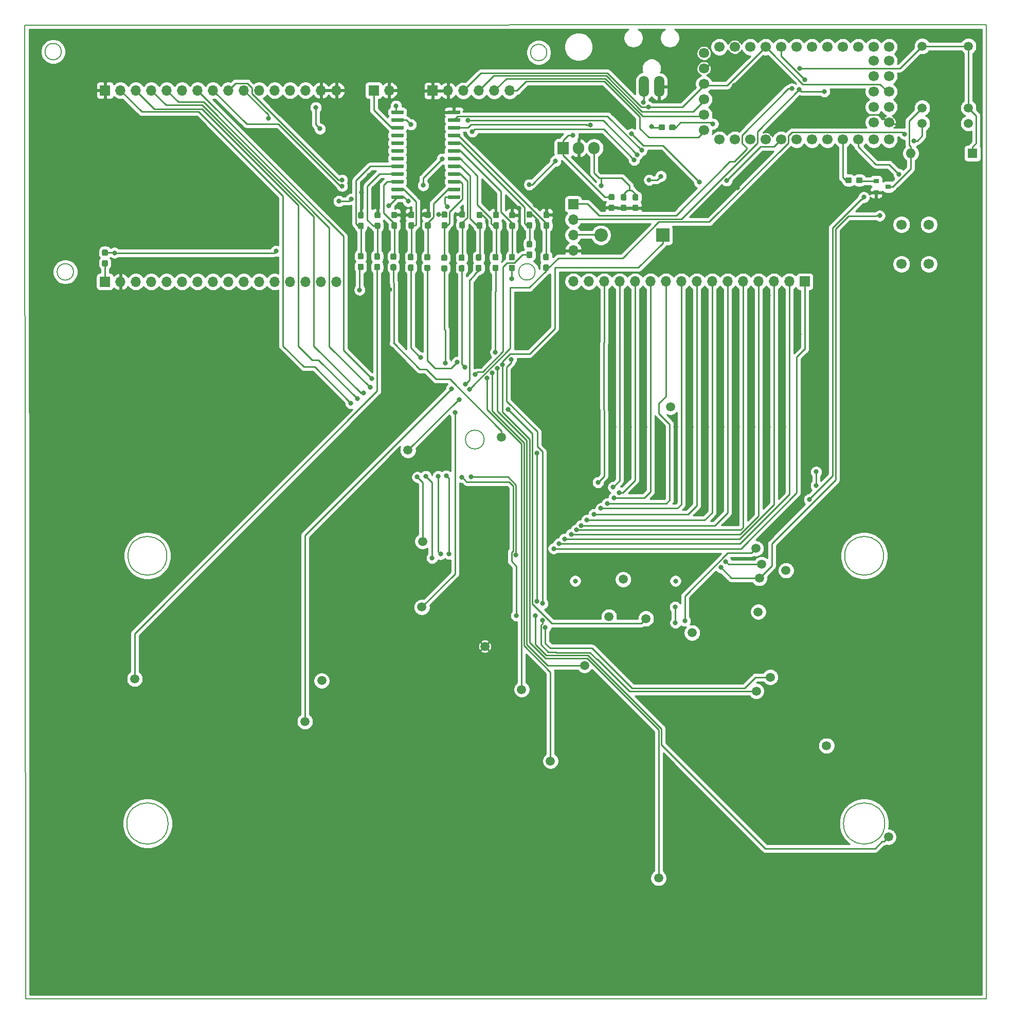
<source format=gtl>
G04 #@! TF.GenerationSoftware,KiCad,Pcbnew,(5.1.5)-3*
G04 #@! TF.CreationDate,2020-02-20T12:19:50+01:00*
G04 #@! TF.ProjectId,carecasetester,63617265-6361-4736-9574-65737465722e,rev?*
G04 #@! TF.SameCoordinates,Original*
G04 #@! TF.FileFunction,Copper,L1,Top*
G04 #@! TF.FilePolarity,Positive*
%FSLAX46Y46*%
G04 Gerber Fmt 4.6, Leading zero omitted, Abs format (unit mm)*
G04 Created by KiCad (PCBNEW (5.1.5)-3) date 2020-02-20 12:19:50*
%MOMM*%
%LPD*%
G04 APERTURE LIST*
%ADD10C,0.200000*%
%ADD11C,1.700000*%
%ADD12O,1.905000X2.000000*%
%ADD13R,1.905000X2.000000*%
%ADD14O,1.700000X1.700000*%
%ADD15R,1.700000X1.700000*%
%ADD16C,0.150000*%
%ADD17O,1.600000X1.600000*%
%ADD18R,1.600000X1.600000*%
%ADD19R,0.900000X0.800000*%
%ADD20C,1.500000*%
%ADD21O,1.700000X3.500000*%
%ADD22O,2.200000X2.200000*%
%ADD23R,2.200000X2.200000*%
%ADD24C,0.800000*%
%ADD25C,0.250000*%
%ADD26C,0.254000*%
G04 APERTURE END LIST*
D10*
X77000000Y-20080000D02*
X77000000Y-10080000D01*
X235330000Y-10030000D02*
X235330000Y-20030000D01*
X83040924Y-14450000D02*
G75*
G03X83040924Y-14450000I-1352821J0D01*
G01*
X162982821Y-14600000D02*
G75*
G03X162982821Y-14600000I-1352821J0D01*
G01*
X161040924Y-50710000D02*
G75*
G03X161040924Y-50710000I-1352821J0D01*
G01*
X85040924Y-50710000D02*
G75*
G03X85040924Y-50710000I-1352821J0D01*
G01*
X77000000Y-20080000D02*
X77150000Y-170400000D01*
X235330000Y-10030000D02*
X77000000Y-10080000D01*
X235290000Y-170410000D02*
X235330000Y-20030000D01*
X77150000Y-170400000D02*
X235290000Y-170410000D01*
X152660000Y-78311679D02*
G75*
G03X152660000Y-78311679I-1550000J0D01*
G01*
X100610000Y-141520000D02*
G75*
G03X100610000Y-141520000I-3400000J0D01*
G01*
X218610000Y-141520000D02*
G75*
G03X218610000Y-141520000I-3400000J0D01*
G01*
X218410000Y-97450000D02*
G75*
G03X218410000Y-97450000I-3200000J0D01*
G01*
X100410000Y-97450000D02*
G75*
G03X100410000Y-97450000I-3200000J0D01*
G01*
D11*
X221350000Y-49420000D03*
X221350000Y-42920000D03*
X225850000Y-49420000D03*
X225850000Y-42920000D03*
X188830000Y-14686000D03*
X188830000Y-17226000D03*
X188830000Y-19766000D03*
X188830000Y-22306000D03*
X188830000Y-24846000D03*
X188830000Y-27386000D03*
X216770000Y-15956000D03*
X216770000Y-18496000D03*
X216770000Y-21036000D03*
X216770000Y-23576000D03*
X216770000Y-26116000D03*
X219310000Y-15956000D03*
X219310000Y-18496000D03*
X219310000Y-21036000D03*
X219310000Y-23576000D03*
X219310000Y-26116000D03*
X191370000Y-13670000D03*
X193910000Y-13670000D03*
X196450000Y-13670000D03*
X198990000Y-13670000D03*
X201530000Y-13670000D03*
X204070000Y-13670000D03*
X206610000Y-13670000D03*
X209150000Y-13670000D03*
X211690000Y-13670000D03*
X214230000Y-13670000D03*
X216770000Y-13670000D03*
X219310000Y-13670000D03*
X219310000Y-28910000D03*
X216770000Y-28910000D03*
X214230000Y-28910000D03*
X211690000Y-28910000D03*
X209150000Y-28910000D03*
X206610000Y-28910000D03*
X204070000Y-28910000D03*
X201530000Y-28910000D03*
X198990000Y-28910000D03*
X196450000Y-28910000D03*
X193910000Y-28910000D03*
X191370000Y-28910000D03*
D12*
X170740000Y-30310000D03*
X168200000Y-30310000D03*
D13*
X165660000Y-30310000D03*
D14*
X128320000Y-20830000D03*
X125780000Y-20830000D03*
X123240000Y-20830000D03*
X120700000Y-20830000D03*
X118160000Y-20830000D03*
X115620000Y-20830000D03*
X113080000Y-20830000D03*
X110540000Y-20830000D03*
X108000000Y-20830000D03*
X105460000Y-20830000D03*
X102920000Y-20830000D03*
X100380000Y-20830000D03*
X97840000Y-20830000D03*
X95300000Y-20830000D03*
X92760000Y-20830000D03*
D15*
X90220000Y-20830000D03*
G04 #@! TA.AperFunction,SMDPad,CuDef*
D16*
G36*
X139259703Y-38085722D02*
G01*
X139274264Y-38087882D01*
X139288543Y-38091459D01*
X139302403Y-38096418D01*
X139315710Y-38102712D01*
X139328336Y-38110280D01*
X139340159Y-38119048D01*
X139351066Y-38128934D01*
X139360952Y-38139841D01*
X139369720Y-38151664D01*
X139377288Y-38164290D01*
X139383582Y-38177597D01*
X139388541Y-38191457D01*
X139392118Y-38205736D01*
X139394278Y-38220297D01*
X139395000Y-38235000D01*
X139395000Y-38535000D01*
X139394278Y-38549703D01*
X139392118Y-38564264D01*
X139388541Y-38578543D01*
X139383582Y-38592403D01*
X139377288Y-38605710D01*
X139369720Y-38618336D01*
X139360952Y-38630159D01*
X139351066Y-38641066D01*
X139340159Y-38650952D01*
X139328336Y-38659720D01*
X139315710Y-38667288D01*
X139302403Y-38673582D01*
X139288543Y-38678541D01*
X139274264Y-38682118D01*
X139259703Y-38684278D01*
X139245000Y-38685000D01*
X137495000Y-38685000D01*
X137480297Y-38684278D01*
X137465736Y-38682118D01*
X137451457Y-38678541D01*
X137437597Y-38673582D01*
X137424290Y-38667288D01*
X137411664Y-38659720D01*
X137399841Y-38650952D01*
X137388934Y-38641066D01*
X137379048Y-38630159D01*
X137370280Y-38618336D01*
X137362712Y-38605710D01*
X137356418Y-38592403D01*
X137351459Y-38578543D01*
X137347882Y-38564264D01*
X137345722Y-38549703D01*
X137345000Y-38535000D01*
X137345000Y-38235000D01*
X137345722Y-38220297D01*
X137347882Y-38205736D01*
X137351459Y-38191457D01*
X137356418Y-38177597D01*
X137362712Y-38164290D01*
X137370280Y-38151664D01*
X137379048Y-38139841D01*
X137388934Y-38128934D01*
X137399841Y-38119048D01*
X137411664Y-38110280D01*
X137424290Y-38102712D01*
X137437597Y-38096418D01*
X137451457Y-38091459D01*
X137465736Y-38087882D01*
X137480297Y-38085722D01*
X137495000Y-38085000D01*
X139245000Y-38085000D01*
X139259703Y-38085722D01*
G37*
G04 #@! TD.AperFunction*
G04 #@! TA.AperFunction,SMDPad,CuDef*
G36*
X139259703Y-36815722D02*
G01*
X139274264Y-36817882D01*
X139288543Y-36821459D01*
X139302403Y-36826418D01*
X139315710Y-36832712D01*
X139328336Y-36840280D01*
X139340159Y-36849048D01*
X139351066Y-36858934D01*
X139360952Y-36869841D01*
X139369720Y-36881664D01*
X139377288Y-36894290D01*
X139383582Y-36907597D01*
X139388541Y-36921457D01*
X139392118Y-36935736D01*
X139394278Y-36950297D01*
X139395000Y-36965000D01*
X139395000Y-37265000D01*
X139394278Y-37279703D01*
X139392118Y-37294264D01*
X139388541Y-37308543D01*
X139383582Y-37322403D01*
X139377288Y-37335710D01*
X139369720Y-37348336D01*
X139360952Y-37360159D01*
X139351066Y-37371066D01*
X139340159Y-37380952D01*
X139328336Y-37389720D01*
X139315710Y-37397288D01*
X139302403Y-37403582D01*
X139288543Y-37408541D01*
X139274264Y-37412118D01*
X139259703Y-37414278D01*
X139245000Y-37415000D01*
X137495000Y-37415000D01*
X137480297Y-37414278D01*
X137465736Y-37412118D01*
X137451457Y-37408541D01*
X137437597Y-37403582D01*
X137424290Y-37397288D01*
X137411664Y-37389720D01*
X137399841Y-37380952D01*
X137388934Y-37371066D01*
X137379048Y-37360159D01*
X137370280Y-37348336D01*
X137362712Y-37335710D01*
X137356418Y-37322403D01*
X137351459Y-37308543D01*
X137347882Y-37294264D01*
X137345722Y-37279703D01*
X137345000Y-37265000D01*
X137345000Y-36965000D01*
X137345722Y-36950297D01*
X137347882Y-36935736D01*
X137351459Y-36921457D01*
X137356418Y-36907597D01*
X137362712Y-36894290D01*
X137370280Y-36881664D01*
X137379048Y-36869841D01*
X137388934Y-36858934D01*
X137399841Y-36849048D01*
X137411664Y-36840280D01*
X137424290Y-36832712D01*
X137437597Y-36826418D01*
X137451457Y-36821459D01*
X137465736Y-36817882D01*
X137480297Y-36815722D01*
X137495000Y-36815000D01*
X139245000Y-36815000D01*
X139259703Y-36815722D01*
G37*
G04 #@! TD.AperFunction*
G04 #@! TA.AperFunction,SMDPad,CuDef*
G36*
X139259703Y-35545722D02*
G01*
X139274264Y-35547882D01*
X139288543Y-35551459D01*
X139302403Y-35556418D01*
X139315710Y-35562712D01*
X139328336Y-35570280D01*
X139340159Y-35579048D01*
X139351066Y-35588934D01*
X139360952Y-35599841D01*
X139369720Y-35611664D01*
X139377288Y-35624290D01*
X139383582Y-35637597D01*
X139388541Y-35651457D01*
X139392118Y-35665736D01*
X139394278Y-35680297D01*
X139395000Y-35695000D01*
X139395000Y-35995000D01*
X139394278Y-36009703D01*
X139392118Y-36024264D01*
X139388541Y-36038543D01*
X139383582Y-36052403D01*
X139377288Y-36065710D01*
X139369720Y-36078336D01*
X139360952Y-36090159D01*
X139351066Y-36101066D01*
X139340159Y-36110952D01*
X139328336Y-36119720D01*
X139315710Y-36127288D01*
X139302403Y-36133582D01*
X139288543Y-36138541D01*
X139274264Y-36142118D01*
X139259703Y-36144278D01*
X139245000Y-36145000D01*
X137495000Y-36145000D01*
X137480297Y-36144278D01*
X137465736Y-36142118D01*
X137451457Y-36138541D01*
X137437597Y-36133582D01*
X137424290Y-36127288D01*
X137411664Y-36119720D01*
X137399841Y-36110952D01*
X137388934Y-36101066D01*
X137379048Y-36090159D01*
X137370280Y-36078336D01*
X137362712Y-36065710D01*
X137356418Y-36052403D01*
X137351459Y-36038543D01*
X137347882Y-36024264D01*
X137345722Y-36009703D01*
X137345000Y-35995000D01*
X137345000Y-35695000D01*
X137345722Y-35680297D01*
X137347882Y-35665736D01*
X137351459Y-35651457D01*
X137356418Y-35637597D01*
X137362712Y-35624290D01*
X137370280Y-35611664D01*
X137379048Y-35599841D01*
X137388934Y-35588934D01*
X137399841Y-35579048D01*
X137411664Y-35570280D01*
X137424290Y-35562712D01*
X137437597Y-35556418D01*
X137451457Y-35551459D01*
X137465736Y-35547882D01*
X137480297Y-35545722D01*
X137495000Y-35545000D01*
X139245000Y-35545000D01*
X139259703Y-35545722D01*
G37*
G04 #@! TD.AperFunction*
G04 #@! TA.AperFunction,SMDPad,CuDef*
G36*
X139259703Y-34275722D02*
G01*
X139274264Y-34277882D01*
X139288543Y-34281459D01*
X139302403Y-34286418D01*
X139315710Y-34292712D01*
X139328336Y-34300280D01*
X139340159Y-34309048D01*
X139351066Y-34318934D01*
X139360952Y-34329841D01*
X139369720Y-34341664D01*
X139377288Y-34354290D01*
X139383582Y-34367597D01*
X139388541Y-34381457D01*
X139392118Y-34395736D01*
X139394278Y-34410297D01*
X139395000Y-34425000D01*
X139395000Y-34725000D01*
X139394278Y-34739703D01*
X139392118Y-34754264D01*
X139388541Y-34768543D01*
X139383582Y-34782403D01*
X139377288Y-34795710D01*
X139369720Y-34808336D01*
X139360952Y-34820159D01*
X139351066Y-34831066D01*
X139340159Y-34840952D01*
X139328336Y-34849720D01*
X139315710Y-34857288D01*
X139302403Y-34863582D01*
X139288543Y-34868541D01*
X139274264Y-34872118D01*
X139259703Y-34874278D01*
X139245000Y-34875000D01*
X137495000Y-34875000D01*
X137480297Y-34874278D01*
X137465736Y-34872118D01*
X137451457Y-34868541D01*
X137437597Y-34863582D01*
X137424290Y-34857288D01*
X137411664Y-34849720D01*
X137399841Y-34840952D01*
X137388934Y-34831066D01*
X137379048Y-34820159D01*
X137370280Y-34808336D01*
X137362712Y-34795710D01*
X137356418Y-34782403D01*
X137351459Y-34768543D01*
X137347882Y-34754264D01*
X137345722Y-34739703D01*
X137345000Y-34725000D01*
X137345000Y-34425000D01*
X137345722Y-34410297D01*
X137347882Y-34395736D01*
X137351459Y-34381457D01*
X137356418Y-34367597D01*
X137362712Y-34354290D01*
X137370280Y-34341664D01*
X137379048Y-34329841D01*
X137388934Y-34318934D01*
X137399841Y-34309048D01*
X137411664Y-34300280D01*
X137424290Y-34292712D01*
X137437597Y-34286418D01*
X137451457Y-34281459D01*
X137465736Y-34277882D01*
X137480297Y-34275722D01*
X137495000Y-34275000D01*
X139245000Y-34275000D01*
X139259703Y-34275722D01*
G37*
G04 #@! TD.AperFunction*
G04 #@! TA.AperFunction,SMDPad,CuDef*
G36*
X139259703Y-33005722D02*
G01*
X139274264Y-33007882D01*
X139288543Y-33011459D01*
X139302403Y-33016418D01*
X139315710Y-33022712D01*
X139328336Y-33030280D01*
X139340159Y-33039048D01*
X139351066Y-33048934D01*
X139360952Y-33059841D01*
X139369720Y-33071664D01*
X139377288Y-33084290D01*
X139383582Y-33097597D01*
X139388541Y-33111457D01*
X139392118Y-33125736D01*
X139394278Y-33140297D01*
X139395000Y-33155000D01*
X139395000Y-33455000D01*
X139394278Y-33469703D01*
X139392118Y-33484264D01*
X139388541Y-33498543D01*
X139383582Y-33512403D01*
X139377288Y-33525710D01*
X139369720Y-33538336D01*
X139360952Y-33550159D01*
X139351066Y-33561066D01*
X139340159Y-33570952D01*
X139328336Y-33579720D01*
X139315710Y-33587288D01*
X139302403Y-33593582D01*
X139288543Y-33598541D01*
X139274264Y-33602118D01*
X139259703Y-33604278D01*
X139245000Y-33605000D01*
X137495000Y-33605000D01*
X137480297Y-33604278D01*
X137465736Y-33602118D01*
X137451457Y-33598541D01*
X137437597Y-33593582D01*
X137424290Y-33587288D01*
X137411664Y-33579720D01*
X137399841Y-33570952D01*
X137388934Y-33561066D01*
X137379048Y-33550159D01*
X137370280Y-33538336D01*
X137362712Y-33525710D01*
X137356418Y-33512403D01*
X137351459Y-33498543D01*
X137347882Y-33484264D01*
X137345722Y-33469703D01*
X137345000Y-33455000D01*
X137345000Y-33155000D01*
X137345722Y-33140297D01*
X137347882Y-33125736D01*
X137351459Y-33111457D01*
X137356418Y-33097597D01*
X137362712Y-33084290D01*
X137370280Y-33071664D01*
X137379048Y-33059841D01*
X137388934Y-33048934D01*
X137399841Y-33039048D01*
X137411664Y-33030280D01*
X137424290Y-33022712D01*
X137437597Y-33016418D01*
X137451457Y-33011459D01*
X137465736Y-33007882D01*
X137480297Y-33005722D01*
X137495000Y-33005000D01*
X139245000Y-33005000D01*
X139259703Y-33005722D01*
G37*
G04 #@! TD.AperFunction*
G04 #@! TA.AperFunction,SMDPad,CuDef*
G36*
X139259703Y-31735722D02*
G01*
X139274264Y-31737882D01*
X139288543Y-31741459D01*
X139302403Y-31746418D01*
X139315710Y-31752712D01*
X139328336Y-31760280D01*
X139340159Y-31769048D01*
X139351066Y-31778934D01*
X139360952Y-31789841D01*
X139369720Y-31801664D01*
X139377288Y-31814290D01*
X139383582Y-31827597D01*
X139388541Y-31841457D01*
X139392118Y-31855736D01*
X139394278Y-31870297D01*
X139395000Y-31885000D01*
X139395000Y-32185000D01*
X139394278Y-32199703D01*
X139392118Y-32214264D01*
X139388541Y-32228543D01*
X139383582Y-32242403D01*
X139377288Y-32255710D01*
X139369720Y-32268336D01*
X139360952Y-32280159D01*
X139351066Y-32291066D01*
X139340159Y-32300952D01*
X139328336Y-32309720D01*
X139315710Y-32317288D01*
X139302403Y-32323582D01*
X139288543Y-32328541D01*
X139274264Y-32332118D01*
X139259703Y-32334278D01*
X139245000Y-32335000D01*
X137495000Y-32335000D01*
X137480297Y-32334278D01*
X137465736Y-32332118D01*
X137451457Y-32328541D01*
X137437597Y-32323582D01*
X137424290Y-32317288D01*
X137411664Y-32309720D01*
X137399841Y-32300952D01*
X137388934Y-32291066D01*
X137379048Y-32280159D01*
X137370280Y-32268336D01*
X137362712Y-32255710D01*
X137356418Y-32242403D01*
X137351459Y-32228543D01*
X137347882Y-32214264D01*
X137345722Y-32199703D01*
X137345000Y-32185000D01*
X137345000Y-31885000D01*
X137345722Y-31870297D01*
X137347882Y-31855736D01*
X137351459Y-31841457D01*
X137356418Y-31827597D01*
X137362712Y-31814290D01*
X137370280Y-31801664D01*
X137379048Y-31789841D01*
X137388934Y-31778934D01*
X137399841Y-31769048D01*
X137411664Y-31760280D01*
X137424290Y-31752712D01*
X137437597Y-31746418D01*
X137451457Y-31741459D01*
X137465736Y-31737882D01*
X137480297Y-31735722D01*
X137495000Y-31735000D01*
X139245000Y-31735000D01*
X139259703Y-31735722D01*
G37*
G04 #@! TD.AperFunction*
G04 #@! TA.AperFunction,SMDPad,CuDef*
G36*
X139259703Y-30465722D02*
G01*
X139274264Y-30467882D01*
X139288543Y-30471459D01*
X139302403Y-30476418D01*
X139315710Y-30482712D01*
X139328336Y-30490280D01*
X139340159Y-30499048D01*
X139351066Y-30508934D01*
X139360952Y-30519841D01*
X139369720Y-30531664D01*
X139377288Y-30544290D01*
X139383582Y-30557597D01*
X139388541Y-30571457D01*
X139392118Y-30585736D01*
X139394278Y-30600297D01*
X139395000Y-30615000D01*
X139395000Y-30915000D01*
X139394278Y-30929703D01*
X139392118Y-30944264D01*
X139388541Y-30958543D01*
X139383582Y-30972403D01*
X139377288Y-30985710D01*
X139369720Y-30998336D01*
X139360952Y-31010159D01*
X139351066Y-31021066D01*
X139340159Y-31030952D01*
X139328336Y-31039720D01*
X139315710Y-31047288D01*
X139302403Y-31053582D01*
X139288543Y-31058541D01*
X139274264Y-31062118D01*
X139259703Y-31064278D01*
X139245000Y-31065000D01*
X137495000Y-31065000D01*
X137480297Y-31064278D01*
X137465736Y-31062118D01*
X137451457Y-31058541D01*
X137437597Y-31053582D01*
X137424290Y-31047288D01*
X137411664Y-31039720D01*
X137399841Y-31030952D01*
X137388934Y-31021066D01*
X137379048Y-31010159D01*
X137370280Y-30998336D01*
X137362712Y-30985710D01*
X137356418Y-30972403D01*
X137351459Y-30958543D01*
X137347882Y-30944264D01*
X137345722Y-30929703D01*
X137345000Y-30915000D01*
X137345000Y-30615000D01*
X137345722Y-30600297D01*
X137347882Y-30585736D01*
X137351459Y-30571457D01*
X137356418Y-30557597D01*
X137362712Y-30544290D01*
X137370280Y-30531664D01*
X137379048Y-30519841D01*
X137388934Y-30508934D01*
X137399841Y-30499048D01*
X137411664Y-30490280D01*
X137424290Y-30482712D01*
X137437597Y-30476418D01*
X137451457Y-30471459D01*
X137465736Y-30467882D01*
X137480297Y-30465722D01*
X137495000Y-30465000D01*
X139245000Y-30465000D01*
X139259703Y-30465722D01*
G37*
G04 #@! TD.AperFunction*
G04 #@! TA.AperFunction,SMDPad,CuDef*
G36*
X139259703Y-29195722D02*
G01*
X139274264Y-29197882D01*
X139288543Y-29201459D01*
X139302403Y-29206418D01*
X139315710Y-29212712D01*
X139328336Y-29220280D01*
X139340159Y-29229048D01*
X139351066Y-29238934D01*
X139360952Y-29249841D01*
X139369720Y-29261664D01*
X139377288Y-29274290D01*
X139383582Y-29287597D01*
X139388541Y-29301457D01*
X139392118Y-29315736D01*
X139394278Y-29330297D01*
X139395000Y-29345000D01*
X139395000Y-29645000D01*
X139394278Y-29659703D01*
X139392118Y-29674264D01*
X139388541Y-29688543D01*
X139383582Y-29702403D01*
X139377288Y-29715710D01*
X139369720Y-29728336D01*
X139360952Y-29740159D01*
X139351066Y-29751066D01*
X139340159Y-29760952D01*
X139328336Y-29769720D01*
X139315710Y-29777288D01*
X139302403Y-29783582D01*
X139288543Y-29788541D01*
X139274264Y-29792118D01*
X139259703Y-29794278D01*
X139245000Y-29795000D01*
X137495000Y-29795000D01*
X137480297Y-29794278D01*
X137465736Y-29792118D01*
X137451457Y-29788541D01*
X137437597Y-29783582D01*
X137424290Y-29777288D01*
X137411664Y-29769720D01*
X137399841Y-29760952D01*
X137388934Y-29751066D01*
X137379048Y-29740159D01*
X137370280Y-29728336D01*
X137362712Y-29715710D01*
X137356418Y-29702403D01*
X137351459Y-29688543D01*
X137347882Y-29674264D01*
X137345722Y-29659703D01*
X137345000Y-29645000D01*
X137345000Y-29345000D01*
X137345722Y-29330297D01*
X137347882Y-29315736D01*
X137351459Y-29301457D01*
X137356418Y-29287597D01*
X137362712Y-29274290D01*
X137370280Y-29261664D01*
X137379048Y-29249841D01*
X137388934Y-29238934D01*
X137399841Y-29229048D01*
X137411664Y-29220280D01*
X137424290Y-29212712D01*
X137437597Y-29206418D01*
X137451457Y-29201459D01*
X137465736Y-29197882D01*
X137480297Y-29195722D01*
X137495000Y-29195000D01*
X139245000Y-29195000D01*
X139259703Y-29195722D01*
G37*
G04 #@! TD.AperFunction*
G04 #@! TA.AperFunction,SMDPad,CuDef*
G36*
X139259703Y-27925722D02*
G01*
X139274264Y-27927882D01*
X139288543Y-27931459D01*
X139302403Y-27936418D01*
X139315710Y-27942712D01*
X139328336Y-27950280D01*
X139340159Y-27959048D01*
X139351066Y-27968934D01*
X139360952Y-27979841D01*
X139369720Y-27991664D01*
X139377288Y-28004290D01*
X139383582Y-28017597D01*
X139388541Y-28031457D01*
X139392118Y-28045736D01*
X139394278Y-28060297D01*
X139395000Y-28075000D01*
X139395000Y-28375000D01*
X139394278Y-28389703D01*
X139392118Y-28404264D01*
X139388541Y-28418543D01*
X139383582Y-28432403D01*
X139377288Y-28445710D01*
X139369720Y-28458336D01*
X139360952Y-28470159D01*
X139351066Y-28481066D01*
X139340159Y-28490952D01*
X139328336Y-28499720D01*
X139315710Y-28507288D01*
X139302403Y-28513582D01*
X139288543Y-28518541D01*
X139274264Y-28522118D01*
X139259703Y-28524278D01*
X139245000Y-28525000D01*
X137495000Y-28525000D01*
X137480297Y-28524278D01*
X137465736Y-28522118D01*
X137451457Y-28518541D01*
X137437597Y-28513582D01*
X137424290Y-28507288D01*
X137411664Y-28499720D01*
X137399841Y-28490952D01*
X137388934Y-28481066D01*
X137379048Y-28470159D01*
X137370280Y-28458336D01*
X137362712Y-28445710D01*
X137356418Y-28432403D01*
X137351459Y-28418543D01*
X137347882Y-28404264D01*
X137345722Y-28389703D01*
X137345000Y-28375000D01*
X137345000Y-28075000D01*
X137345722Y-28060297D01*
X137347882Y-28045736D01*
X137351459Y-28031457D01*
X137356418Y-28017597D01*
X137362712Y-28004290D01*
X137370280Y-27991664D01*
X137379048Y-27979841D01*
X137388934Y-27968934D01*
X137399841Y-27959048D01*
X137411664Y-27950280D01*
X137424290Y-27942712D01*
X137437597Y-27936418D01*
X137451457Y-27931459D01*
X137465736Y-27927882D01*
X137480297Y-27925722D01*
X137495000Y-27925000D01*
X139245000Y-27925000D01*
X139259703Y-27925722D01*
G37*
G04 #@! TD.AperFunction*
G04 #@! TA.AperFunction,SMDPad,CuDef*
G36*
X139259703Y-26655722D02*
G01*
X139274264Y-26657882D01*
X139288543Y-26661459D01*
X139302403Y-26666418D01*
X139315710Y-26672712D01*
X139328336Y-26680280D01*
X139340159Y-26689048D01*
X139351066Y-26698934D01*
X139360952Y-26709841D01*
X139369720Y-26721664D01*
X139377288Y-26734290D01*
X139383582Y-26747597D01*
X139388541Y-26761457D01*
X139392118Y-26775736D01*
X139394278Y-26790297D01*
X139395000Y-26805000D01*
X139395000Y-27105000D01*
X139394278Y-27119703D01*
X139392118Y-27134264D01*
X139388541Y-27148543D01*
X139383582Y-27162403D01*
X139377288Y-27175710D01*
X139369720Y-27188336D01*
X139360952Y-27200159D01*
X139351066Y-27211066D01*
X139340159Y-27220952D01*
X139328336Y-27229720D01*
X139315710Y-27237288D01*
X139302403Y-27243582D01*
X139288543Y-27248541D01*
X139274264Y-27252118D01*
X139259703Y-27254278D01*
X139245000Y-27255000D01*
X137495000Y-27255000D01*
X137480297Y-27254278D01*
X137465736Y-27252118D01*
X137451457Y-27248541D01*
X137437597Y-27243582D01*
X137424290Y-27237288D01*
X137411664Y-27229720D01*
X137399841Y-27220952D01*
X137388934Y-27211066D01*
X137379048Y-27200159D01*
X137370280Y-27188336D01*
X137362712Y-27175710D01*
X137356418Y-27162403D01*
X137351459Y-27148543D01*
X137347882Y-27134264D01*
X137345722Y-27119703D01*
X137345000Y-27105000D01*
X137345000Y-26805000D01*
X137345722Y-26790297D01*
X137347882Y-26775736D01*
X137351459Y-26761457D01*
X137356418Y-26747597D01*
X137362712Y-26734290D01*
X137370280Y-26721664D01*
X137379048Y-26709841D01*
X137388934Y-26698934D01*
X137399841Y-26689048D01*
X137411664Y-26680280D01*
X137424290Y-26672712D01*
X137437597Y-26666418D01*
X137451457Y-26661459D01*
X137465736Y-26657882D01*
X137480297Y-26655722D01*
X137495000Y-26655000D01*
X139245000Y-26655000D01*
X139259703Y-26655722D01*
G37*
G04 #@! TD.AperFunction*
G04 #@! TA.AperFunction,SMDPad,CuDef*
G36*
X139259703Y-25385722D02*
G01*
X139274264Y-25387882D01*
X139288543Y-25391459D01*
X139302403Y-25396418D01*
X139315710Y-25402712D01*
X139328336Y-25410280D01*
X139340159Y-25419048D01*
X139351066Y-25428934D01*
X139360952Y-25439841D01*
X139369720Y-25451664D01*
X139377288Y-25464290D01*
X139383582Y-25477597D01*
X139388541Y-25491457D01*
X139392118Y-25505736D01*
X139394278Y-25520297D01*
X139395000Y-25535000D01*
X139395000Y-25835000D01*
X139394278Y-25849703D01*
X139392118Y-25864264D01*
X139388541Y-25878543D01*
X139383582Y-25892403D01*
X139377288Y-25905710D01*
X139369720Y-25918336D01*
X139360952Y-25930159D01*
X139351066Y-25941066D01*
X139340159Y-25950952D01*
X139328336Y-25959720D01*
X139315710Y-25967288D01*
X139302403Y-25973582D01*
X139288543Y-25978541D01*
X139274264Y-25982118D01*
X139259703Y-25984278D01*
X139245000Y-25985000D01*
X137495000Y-25985000D01*
X137480297Y-25984278D01*
X137465736Y-25982118D01*
X137451457Y-25978541D01*
X137437597Y-25973582D01*
X137424290Y-25967288D01*
X137411664Y-25959720D01*
X137399841Y-25950952D01*
X137388934Y-25941066D01*
X137379048Y-25930159D01*
X137370280Y-25918336D01*
X137362712Y-25905710D01*
X137356418Y-25892403D01*
X137351459Y-25878543D01*
X137347882Y-25864264D01*
X137345722Y-25849703D01*
X137345000Y-25835000D01*
X137345000Y-25535000D01*
X137345722Y-25520297D01*
X137347882Y-25505736D01*
X137351459Y-25491457D01*
X137356418Y-25477597D01*
X137362712Y-25464290D01*
X137370280Y-25451664D01*
X137379048Y-25439841D01*
X137388934Y-25428934D01*
X137399841Y-25419048D01*
X137411664Y-25410280D01*
X137424290Y-25402712D01*
X137437597Y-25396418D01*
X137451457Y-25391459D01*
X137465736Y-25387882D01*
X137480297Y-25385722D01*
X137495000Y-25385000D01*
X139245000Y-25385000D01*
X139259703Y-25385722D01*
G37*
G04 #@! TD.AperFunction*
G04 #@! TA.AperFunction,SMDPad,CuDef*
G36*
X139259703Y-24115722D02*
G01*
X139274264Y-24117882D01*
X139288543Y-24121459D01*
X139302403Y-24126418D01*
X139315710Y-24132712D01*
X139328336Y-24140280D01*
X139340159Y-24149048D01*
X139351066Y-24158934D01*
X139360952Y-24169841D01*
X139369720Y-24181664D01*
X139377288Y-24194290D01*
X139383582Y-24207597D01*
X139388541Y-24221457D01*
X139392118Y-24235736D01*
X139394278Y-24250297D01*
X139395000Y-24265000D01*
X139395000Y-24565000D01*
X139394278Y-24579703D01*
X139392118Y-24594264D01*
X139388541Y-24608543D01*
X139383582Y-24622403D01*
X139377288Y-24635710D01*
X139369720Y-24648336D01*
X139360952Y-24660159D01*
X139351066Y-24671066D01*
X139340159Y-24680952D01*
X139328336Y-24689720D01*
X139315710Y-24697288D01*
X139302403Y-24703582D01*
X139288543Y-24708541D01*
X139274264Y-24712118D01*
X139259703Y-24714278D01*
X139245000Y-24715000D01*
X137495000Y-24715000D01*
X137480297Y-24714278D01*
X137465736Y-24712118D01*
X137451457Y-24708541D01*
X137437597Y-24703582D01*
X137424290Y-24697288D01*
X137411664Y-24689720D01*
X137399841Y-24680952D01*
X137388934Y-24671066D01*
X137379048Y-24660159D01*
X137370280Y-24648336D01*
X137362712Y-24635710D01*
X137356418Y-24622403D01*
X137351459Y-24608543D01*
X137347882Y-24594264D01*
X137345722Y-24579703D01*
X137345000Y-24565000D01*
X137345000Y-24265000D01*
X137345722Y-24250297D01*
X137347882Y-24235736D01*
X137351459Y-24221457D01*
X137356418Y-24207597D01*
X137362712Y-24194290D01*
X137370280Y-24181664D01*
X137379048Y-24169841D01*
X137388934Y-24158934D01*
X137399841Y-24149048D01*
X137411664Y-24140280D01*
X137424290Y-24132712D01*
X137437597Y-24126418D01*
X137451457Y-24121459D01*
X137465736Y-24117882D01*
X137480297Y-24115722D01*
X137495000Y-24115000D01*
X139245000Y-24115000D01*
X139259703Y-24115722D01*
G37*
G04 #@! TD.AperFunction*
G04 #@! TA.AperFunction,SMDPad,CuDef*
G36*
X148559703Y-24115722D02*
G01*
X148574264Y-24117882D01*
X148588543Y-24121459D01*
X148602403Y-24126418D01*
X148615710Y-24132712D01*
X148628336Y-24140280D01*
X148640159Y-24149048D01*
X148651066Y-24158934D01*
X148660952Y-24169841D01*
X148669720Y-24181664D01*
X148677288Y-24194290D01*
X148683582Y-24207597D01*
X148688541Y-24221457D01*
X148692118Y-24235736D01*
X148694278Y-24250297D01*
X148695000Y-24265000D01*
X148695000Y-24565000D01*
X148694278Y-24579703D01*
X148692118Y-24594264D01*
X148688541Y-24608543D01*
X148683582Y-24622403D01*
X148677288Y-24635710D01*
X148669720Y-24648336D01*
X148660952Y-24660159D01*
X148651066Y-24671066D01*
X148640159Y-24680952D01*
X148628336Y-24689720D01*
X148615710Y-24697288D01*
X148602403Y-24703582D01*
X148588543Y-24708541D01*
X148574264Y-24712118D01*
X148559703Y-24714278D01*
X148545000Y-24715000D01*
X146795000Y-24715000D01*
X146780297Y-24714278D01*
X146765736Y-24712118D01*
X146751457Y-24708541D01*
X146737597Y-24703582D01*
X146724290Y-24697288D01*
X146711664Y-24689720D01*
X146699841Y-24680952D01*
X146688934Y-24671066D01*
X146679048Y-24660159D01*
X146670280Y-24648336D01*
X146662712Y-24635710D01*
X146656418Y-24622403D01*
X146651459Y-24608543D01*
X146647882Y-24594264D01*
X146645722Y-24579703D01*
X146645000Y-24565000D01*
X146645000Y-24265000D01*
X146645722Y-24250297D01*
X146647882Y-24235736D01*
X146651459Y-24221457D01*
X146656418Y-24207597D01*
X146662712Y-24194290D01*
X146670280Y-24181664D01*
X146679048Y-24169841D01*
X146688934Y-24158934D01*
X146699841Y-24149048D01*
X146711664Y-24140280D01*
X146724290Y-24132712D01*
X146737597Y-24126418D01*
X146751457Y-24121459D01*
X146765736Y-24117882D01*
X146780297Y-24115722D01*
X146795000Y-24115000D01*
X148545000Y-24115000D01*
X148559703Y-24115722D01*
G37*
G04 #@! TD.AperFunction*
G04 #@! TA.AperFunction,SMDPad,CuDef*
G36*
X148559703Y-25385722D02*
G01*
X148574264Y-25387882D01*
X148588543Y-25391459D01*
X148602403Y-25396418D01*
X148615710Y-25402712D01*
X148628336Y-25410280D01*
X148640159Y-25419048D01*
X148651066Y-25428934D01*
X148660952Y-25439841D01*
X148669720Y-25451664D01*
X148677288Y-25464290D01*
X148683582Y-25477597D01*
X148688541Y-25491457D01*
X148692118Y-25505736D01*
X148694278Y-25520297D01*
X148695000Y-25535000D01*
X148695000Y-25835000D01*
X148694278Y-25849703D01*
X148692118Y-25864264D01*
X148688541Y-25878543D01*
X148683582Y-25892403D01*
X148677288Y-25905710D01*
X148669720Y-25918336D01*
X148660952Y-25930159D01*
X148651066Y-25941066D01*
X148640159Y-25950952D01*
X148628336Y-25959720D01*
X148615710Y-25967288D01*
X148602403Y-25973582D01*
X148588543Y-25978541D01*
X148574264Y-25982118D01*
X148559703Y-25984278D01*
X148545000Y-25985000D01*
X146795000Y-25985000D01*
X146780297Y-25984278D01*
X146765736Y-25982118D01*
X146751457Y-25978541D01*
X146737597Y-25973582D01*
X146724290Y-25967288D01*
X146711664Y-25959720D01*
X146699841Y-25950952D01*
X146688934Y-25941066D01*
X146679048Y-25930159D01*
X146670280Y-25918336D01*
X146662712Y-25905710D01*
X146656418Y-25892403D01*
X146651459Y-25878543D01*
X146647882Y-25864264D01*
X146645722Y-25849703D01*
X146645000Y-25835000D01*
X146645000Y-25535000D01*
X146645722Y-25520297D01*
X146647882Y-25505736D01*
X146651459Y-25491457D01*
X146656418Y-25477597D01*
X146662712Y-25464290D01*
X146670280Y-25451664D01*
X146679048Y-25439841D01*
X146688934Y-25428934D01*
X146699841Y-25419048D01*
X146711664Y-25410280D01*
X146724290Y-25402712D01*
X146737597Y-25396418D01*
X146751457Y-25391459D01*
X146765736Y-25387882D01*
X146780297Y-25385722D01*
X146795000Y-25385000D01*
X148545000Y-25385000D01*
X148559703Y-25385722D01*
G37*
G04 #@! TD.AperFunction*
G04 #@! TA.AperFunction,SMDPad,CuDef*
G36*
X148559703Y-26655722D02*
G01*
X148574264Y-26657882D01*
X148588543Y-26661459D01*
X148602403Y-26666418D01*
X148615710Y-26672712D01*
X148628336Y-26680280D01*
X148640159Y-26689048D01*
X148651066Y-26698934D01*
X148660952Y-26709841D01*
X148669720Y-26721664D01*
X148677288Y-26734290D01*
X148683582Y-26747597D01*
X148688541Y-26761457D01*
X148692118Y-26775736D01*
X148694278Y-26790297D01*
X148695000Y-26805000D01*
X148695000Y-27105000D01*
X148694278Y-27119703D01*
X148692118Y-27134264D01*
X148688541Y-27148543D01*
X148683582Y-27162403D01*
X148677288Y-27175710D01*
X148669720Y-27188336D01*
X148660952Y-27200159D01*
X148651066Y-27211066D01*
X148640159Y-27220952D01*
X148628336Y-27229720D01*
X148615710Y-27237288D01*
X148602403Y-27243582D01*
X148588543Y-27248541D01*
X148574264Y-27252118D01*
X148559703Y-27254278D01*
X148545000Y-27255000D01*
X146795000Y-27255000D01*
X146780297Y-27254278D01*
X146765736Y-27252118D01*
X146751457Y-27248541D01*
X146737597Y-27243582D01*
X146724290Y-27237288D01*
X146711664Y-27229720D01*
X146699841Y-27220952D01*
X146688934Y-27211066D01*
X146679048Y-27200159D01*
X146670280Y-27188336D01*
X146662712Y-27175710D01*
X146656418Y-27162403D01*
X146651459Y-27148543D01*
X146647882Y-27134264D01*
X146645722Y-27119703D01*
X146645000Y-27105000D01*
X146645000Y-26805000D01*
X146645722Y-26790297D01*
X146647882Y-26775736D01*
X146651459Y-26761457D01*
X146656418Y-26747597D01*
X146662712Y-26734290D01*
X146670280Y-26721664D01*
X146679048Y-26709841D01*
X146688934Y-26698934D01*
X146699841Y-26689048D01*
X146711664Y-26680280D01*
X146724290Y-26672712D01*
X146737597Y-26666418D01*
X146751457Y-26661459D01*
X146765736Y-26657882D01*
X146780297Y-26655722D01*
X146795000Y-26655000D01*
X148545000Y-26655000D01*
X148559703Y-26655722D01*
G37*
G04 #@! TD.AperFunction*
G04 #@! TA.AperFunction,SMDPad,CuDef*
G36*
X148559703Y-27925722D02*
G01*
X148574264Y-27927882D01*
X148588543Y-27931459D01*
X148602403Y-27936418D01*
X148615710Y-27942712D01*
X148628336Y-27950280D01*
X148640159Y-27959048D01*
X148651066Y-27968934D01*
X148660952Y-27979841D01*
X148669720Y-27991664D01*
X148677288Y-28004290D01*
X148683582Y-28017597D01*
X148688541Y-28031457D01*
X148692118Y-28045736D01*
X148694278Y-28060297D01*
X148695000Y-28075000D01*
X148695000Y-28375000D01*
X148694278Y-28389703D01*
X148692118Y-28404264D01*
X148688541Y-28418543D01*
X148683582Y-28432403D01*
X148677288Y-28445710D01*
X148669720Y-28458336D01*
X148660952Y-28470159D01*
X148651066Y-28481066D01*
X148640159Y-28490952D01*
X148628336Y-28499720D01*
X148615710Y-28507288D01*
X148602403Y-28513582D01*
X148588543Y-28518541D01*
X148574264Y-28522118D01*
X148559703Y-28524278D01*
X148545000Y-28525000D01*
X146795000Y-28525000D01*
X146780297Y-28524278D01*
X146765736Y-28522118D01*
X146751457Y-28518541D01*
X146737597Y-28513582D01*
X146724290Y-28507288D01*
X146711664Y-28499720D01*
X146699841Y-28490952D01*
X146688934Y-28481066D01*
X146679048Y-28470159D01*
X146670280Y-28458336D01*
X146662712Y-28445710D01*
X146656418Y-28432403D01*
X146651459Y-28418543D01*
X146647882Y-28404264D01*
X146645722Y-28389703D01*
X146645000Y-28375000D01*
X146645000Y-28075000D01*
X146645722Y-28060297D01*
X146647882Y-28045736D01*
X146651459Y-28031457D01*
X146656418Y-28017597D01*
X146662712Y-28004290D01*
X146670280Y-27991664D01*
X146679048Y-27979841D01*
X146688934Y-27968934D01*
X146699841Y-27959048D01*
X146711664Y-27950280D01*
X146724290Y-27942712D01*
X146737597Y-27936418D01*
X146751457Y-27931459D01*
X146765736Y-27927882D01*
X146780297Y-27925722D01*
X146795000Y-27925000D01*
X148545000Y-27925000D01*
X148559703Y-27925722D01*
G37*
G04 #@! TD.AperFunction*
G04 #@! TA.AperFunction,SMDPad,CuDef*
G36*
X148559703Y-29195722D02*
G01*
X148574264Y-29197882D01*
X148588543Y-29201459D01*
X148602403Y-29206418D01*
X148615710Y-29212712D01*
X148628336Y-29220280D01*
X148640159Y-29229048D01*
X148651066Y-29238934D01*
X148660952Y-29249841D01*
X148669720Y-29261664D01*
X148677288Y-29274290D01*
X148683582Y-29287597D01*
X148688541Y-29301457D01*
X148692118Y-29315736D01*
X148694278Y-29330297D01*
X148695000Y-29345000D01*
X148695000Y-29645000D01*
X148694278Y-29659703D01*
X148692118Y-29674264D01*
X148688541Y-29688543D01*
X148683582Y-29702403D01*
X148677288Y-29715710D01*
X148669720Y-29728336D01*
X148660952Y-29740159D01*
X148651066Y-29751066D01*
X148640159Y-29760952D01*
X148628336Y-29769720D01*
X148615710Y-29777288D01*
X148602403Y-29783582D01*
X148588543Y-29788541D01*
X148574264Y-29792118D01*
X148559703Y-29794278D01*
X148545000Y-29795000D01*
X146795000Y-29795000D01*
X146780297Y-29794278D01*
X146765736Y-29792118D01*
X146751457Y-29788541D01*
X146737597Y-29783582D01*
X146724290Y-29777288D01*
X146711664Y-29769720D01*
X146699841Y-29760952D01*
X146688934Y-29751066D01*
X146679048Y-29740159D01*
X146670280Y-29728336D01*
X146662712Y-29715710D01*
X146656418Y-29702403D01*
X146651459Y-29688543D01*
X146647882Y-29674264D01*
X146645722Y-29659703D01*
X146645000Y-29645000D01*
X146645000Y-29345000D01*
X146645722Y-29330297D01*
X146647882Y-29315736D01*
X146651459Y-29301457D01*
X146656418Y-29287597D01*
X146662712Y-29274290D01*
X146670280Y-29261664D01*
X146679048Y-29249841D01*
X146688934Y-29238934D01*
X146699841Y-29229048D01*
X146711664Y-29220280D01*
X146724290Y-29212712D01*
X146737597Y-29206418D01*
X146751457Y-29201459D01*
X146765736Y-29197882D01*
X146780297Y-29195722D01*
X146795000Y-29195000D01*
X148545000Y-29195000D01*
X148559703Y-29195722D01*
G37*
G04 #@! TD.AperFunction*
G04 #@! TA.AperFunction,SMDPad,CuDef*
G36*
X148559703Y-30465722D02*
G01*
X148574264Y-30467882D01*
X148588543Y-30471459D01*
X148602403Y-30476418D01*
X148615710Y-30482712D01*
X148628336Y-30490280D01*
X148640159Y-30499048D01*
X148651066Y-30508934D01*
X148660952Y-30519841D01*
X148669720Y-30531664D01*
X148677288Y-30544290D01*
X148683582Y-30557597D01*
X148688541Y-30571457D01*
X148692118Y-30585736D01*
X148694278Y-30600297D01*
X148695000Y-30615000D01*
X148695000Y-30915000D01*
X148694278Y-30929703D01*
X148692118Y-30944264D01*
X148688541Y-30958543D01*
X148683582Y-30972403D01*
X148677288Y-30985710D01*
X148669720Y-30998336D01*
X148660952Y-31010159D01*
X148651066Y-31021066D01*
X148640159Y-31030952D01*
X148628336Y-31039720D01*
X148615710Y-31047288D01*
X148602403Y-31053582D01*
X148588543Y-31058541D01*
X148574264Y-31062118D01*
X148559703Y-31064278D01*
X148545000Y-31065000D01*
X146795000Y-31065000D01*
X146780297Y-31064278D01*
X146765736Y-31062118D01*
X146751457Y-31058541D01*
X146737597Y-31053582D01*
X146724290Y-31047288D01*
X146711664Y-31039720D01*
X146699841Y-31030952D01*
X146688934Y-31021066D01*
X146679048Y-31010159D01*
X146670280Y-30998336D01*
X146662712Y-30985710D01*
X146656418Y-30972403D01*
X146651459Y-30958543D01*
X146647882Y-30944264D01*
X146645722Y-30929703D01*
X146645000Y-30915000D01*
X146645000Y-30615000D01*
X146645722Y-30600297D01*
X146647882Y-30585736D01*
X146651459Y-30571457D01*
X146656418Y-30557597D01*
X146662712Y-30544290D01*
X146670280Y-30531664D01*
X146679048Y-30519841D01*
X146688934Y-30508934D01*
X146699841Y-30499048D01*
X146711664Y-30490280D01*
X146724290Y-30482712D01*
X146737597Y-30476418D01*
X146751457Y-30471459D01*
X146765736Y-30467882D01*
X146780297Y-30465722D01*
X146795000Y-30465000D01*
X148545000Y-30465000D01*
X148559703Y-30465722D01*
G37*
G04 #@! TD.AperFunction*
G04 #@! TA.AperFunction,SMDPad,CuDef*
G36*
X148559703Y-31735722D02*
G01*
X148574264Y-31737882D01*
X148588543Y-31741459D01*
X148602403Y-31746418D01*
X148615710Y-31752712D01*
X148628336Y-31760280D01*
X148640159Y-31769048D01*
X148651066Y-31778934D01*
X148660952Y-31789841D01*
X148669720Y-31801664D01*
X148677288Y-31814290D01*
X148683582Y-31827597D01*
X148688541Y-31841457D01*
X148692118Y-31855736D01*
X148694278Y-31870297D01*
X148695000Y-31885000D01*
X148695000Y-32185000D01*
X148694278Y-32199703D01*
X148692118Y-32214264D01*
X148688541Y-32228543D01*
X148683582Y-32242403D01*
X148677288Y-32255710D01*
X148669720Y-32268336D01*
X148660952Y-32280159D01*
X148651066Y-32291066D01*
X148640159Y-32300952D01*
X148628336Y-32309720D01*
X148615710Y-32317288D01*
X148602403Y-32323582D01*
X148588543Y-32328541D01*
X148574264Y-32332118D01*
X148559703Y-32334278D01*
X148545000Y-32335000D01*
X146795000Y-32335000D01*
X146780297Y-32334278D01*
X146765736Y-32332118D01*
X146751457Y-32328541D01*
X146737597Y-32323582D01*
X146724290Y-32317288D01*
X146711664Y-32309720D01*
X146699841Y-32300952D01*
X146688934Y-32291066D01*
X146679048Y-32280159D01*
X146670280Y-32268336D01*
X146662712Y-32255710D01*
X146656418Y-32242403D01*
X146651459Y-32228543D01*
X146647882Y-32214264D01*
X146645722Y-32199703D01*
X146645000Y-32185000D01*
X146645000Y-31885000D01*
X146645722Y-31870297D01*
X146647882Y-31855736D01*
X146651459Y-31841457D01*
X146656418Y-31827597D01*
X146662712Y-31814290D01*
X146670280Y-31801664D01*
X146679048Y-31789841D01*
X146688934Y-31778934D01*
X146699841Y-31769048D01*
X146711664Y-31760280D01*
X146724290Y-31752712D01*
X146737597Y-31746418D01*
X146751457Y-31741459D01*
X146765736Y-31737882D01*
X146780297Y-31735722D01*
X146795000Y-31735000D01*
X148545000Y-31735000D01*
X148559703Y-31735722D01*
G37*
G04 #@! TD.AperFunction*
G04 #@! TA.AperFunction,SMDPad,CuDef*
G36*
X148559703Y-33005722D02*
G01*
X148574264Y-33007882D01*
X148588543Y-33011459D01*
X148602403Y-33016418D01*
X148615710Y-33022712D01*
X148628336Y-33030280D01*
X148640159Y-33039048D01*
X148651066Y-33048934D01*
X148660952Y-33059841D01*
X148669720Y-33071664D01*
X148677288Y-33084290D01*
X148683582Y-33097597D01*
X148688541Y-33111457D01*
X148692118Y-33125736D01*
X148694278Y-33140297D01*
X148695000Y-33155000D01*
X148695000Y-33455000D01*
X148694278Y-33469703D01*
X148692118Y-33484264D01*
X148688541Y-33498543D01*
X148683582Y-33512403D01*
X148677288Y-33525710D01*
X148669720Y-33538336D01*
X148660952Y-33550159D01*
X148651066Y-33561066D01*
X148640159Y-33570952D01*
X148628336Y-33579720D01*
X148615710Y-33587288D01*
X148602403Y-33593582D01*
X148588543Y-33598541D01*
X148574264Y-33602118D01*
X148559703Y-33604278D01*
X148545000Y-33605000D01*
X146795000Y-33605000D01*
X146780297Y-33604278D01*
X146765736Y-33602118D01*
X146751457Y-33598541D01*
X146737597Y-33593582D01*
X146724290Y-33587288D01*
X146711664Y-33579720D01*
X146699841Y-33570952D01*
X146688934Y-33561066D01*
X146679048Y-33550159D01*
X146670280Y-33538336D01*
X146662712Y-33525710D01*
X146656418Y-33512403D01*
X146651459Y-33498543D01*
X146647882Y-33484264D01*
X146645722Y-33469703D01*
X146645000Y-33455000D01*
X146645000Y-33155000D01*
X146645722Y-33140297D01*
X146647882Y-33125736D01*
X146651459Y-33111457D01*
X146656418Y-33097597D01*
X146662712Y-33084290D01*
X146670280Y-33071664D01*
X146679048Y-33059841D01*
X146688934Y-33048934D01*
X146699841Y-33039048D01*
X146711664Y-33030280D01*
X146724290Y-33022712D01*
X146737597Y-33016418D01*
X146751457Y-33011459D01*
X146765736Y-33007882D01*
X146780297Y-33005722D01*
X146795000Y-33005000D01*
X148545000Y-33005000D01*
X148559703Y-33005722D01*
G37*
G04 #@! TD.AperFunction*
G04 #@! TA.AperFunction,SMDPad,CuDef*
G36*
X148559703Y-34275722D02*
G01*
X148574264Y-34277882D01*
X148588543Y-34281459D01*
X148602403Y-34286418D01*
X148615710Y-34292712D01*
X148628336Y-34300280D01*
X148640159Y-34309048D01*
X148651066Y-34318934D01*
X148660952Y-34329841D01*
X148669720Y-34341664D01*
X148677288Y-34354290D01*
X148683582Y-34367597D01*
X148688541Y-34381457D01*
X148692118Y-34395736D01*
X148694278Y-34410297D01*
X148695000Y-34425000D01*
X148695000Y-34725000D01*
X148694278Y-34739703D01*
X148692118Y-34754264D01*
X148688541Y-34768543D01*
X148683582Y-34782403D01*
X148677288Y-34795710D01*
X148669720Y-34808336D01*
X148660952Y-34820159D01*
X148651066Y-34831066D01*
X148640159Y-34840952D01*
X148628336Y-34849720D01*
X148615710Y-34857288D01*
X148602403Y-34863582D01*
X148588543Y-34868541D01*
X148574264Y-34872118D01*
X148559703Y-34874278D01*
X148545000Y-34875000D01*
X146795000Y-34875000D01*
X146780297Y-34874278D01*
X146765736Y-34872118D01*
X146751457Y-34868541D01*
X146737597Y-34863582D01*
X146724290Y-34857288D01*
X146711664Y-34849720D01*
X146699841Y-34840952D01*
X146688934Y-34831066D01*
X146679048Y-34820159D01*
X146670280Y-34808336D01*
X146662712Y-34795710D01*
X146656418Y-34782403D01*
X146651459Y-34768543D01*
X146647882Y-34754264D01*
X146645722Y-34739703D01*
X146645000Y-34725000D01*
X146645000Y-34425000D01*
X146645722Y-34410297D01*
X146647882Y-34395736D01*
X146651459Y-34381457D01*
X146656418Y-34367597D01*
X146662712Y-34354290D01*
X146670280Y-34341664D01*
X146679048Y-34329841D01*
X146688934Y-34318934D01*
X146699841Y-34309048D01*
X146711664Y-34300280D01*
X146724290Y-34292712D01*
X146737597Y-34286418D01*
X146751457Y-34281459D01*
X146765736Y-34277882D01*
X146780297Y-34275722D01*
X146795000Y-34275000D01*
X148545000Y-34275000D01*
X148559703Y-34275722D01*
G37*
G04 #@! TD.AperFunction*
G04 #@! TA.AperFunction,SMDPad,CuDef*
G36*
X148559703Y-35545722D02*
G01*
X148574264Y-35547882D01*
X148588543Y-35551459D01*
X148602403Y-35556418D01*
X148615710Y-35562712D01*
X148628336Y-35570280D01*
X148640159Y-35579048D01*
X148651066Y-35588934D01*
X148660952Y-35599841D01*
X148669720Y-35611664D01*
X148677288Y-35624290D01*
X148683582Y-35637597D01*
X148688541Y-35651457D01*
X148692118Y-35665736D01*
X148694278Y-35680297D01*
X148695000Y-35695000D01*
X148695000Y-35995000D01*
X148694278Y-36009703D01*
X148692118Y-36024264D01*
X148688541Y-36038543D01*
X148683582Y-36052403D01*
X148677288Y-36065710D01*
X148669720Y-36078336D01*
X148660952Y-36090159D01*
X148651066Y-36101066D01*
X148640159Y-36110952D01*
X148628336Y-36119720D01*
X148615710Y-36127288D01*
X148602403Y-36133582D01*
X148588543Y-36138541D01*
X148574264Y-36142118D01*
X148559703Y-36144278D01*
X148545000Y-36145000D01*
X146795000Y-36145000D01*
X146780297Y-36144278D01*
X146765736Y-36142118D01*
X146751457Y-36138541D01*
X146737597Y-36133582D01*
X146724290Y-36127288D01*
X146711664Y-36119720D01*
X146699841Y-36110952D01*
X146688934Y-36101066D01*
X146679048Y-36090159D01*
X146670280Y-36078336D01*
X146662712Y-36065710D01*
X146656418Y-36052403D01*
X146651459Y-36038543D01*
X146647882Y-36024264D01*
X146645722Y-36009703D01*
X146645000Y-35995000D01*
X146645000Y-35695000D01*
X146645722Y-35680297D01*
X146647882Y-35665736D01*
X146651459Y-35651457D01*
X146656418Y-35637597D01*
X146662712Y-35624290D01*
X146670280Y-35611664D01*
X146679048Y-35599841D01*
X146688934Y-35588934D01*
X146699841Y-35579048D01*
X146711664Y-35570280D01*
X146724290Y-35562712D01*
X146737597Y-35556418D01*
X146751457Y-35551459D01*
X146765736Y-35547882D01*
X146780297Y-35545722D01*
X146795000Y-35545000D01*
X148545000Y-35545000D01*
X148559703Y-35545722D01*
G37*
G04 #@! TD.AperFunction*
G04 #@! TA.AperFunction,SMDPad,CuDef*
G36*
X148559703Y-36815722D02*
G01*
X148574264Y-36817882D01*
X148588543Y-36821459D01*
X148602403Y-36826418D01*
X148615710Y-36832712D01*
X148628336Y-36840280D01*
X148640159Y-36849048D01*
X148651066Y-36858934D01*
X148660952Y-36869841D01*
X148669720Y-36881664D01*
X148677288Y-36894290D01*
X148683582Y-36907597D01*
X148688541Y-36921457D01*
X148692118Y-36935736D01*
X148694278Y-36950297D01*
X148695000Y-36965000D01*
X148695000Y-37265000D01*
X148694278Y-37279703D01*
X148692118Y-37294264D01*
X148688541Y-37308543D01*
X148683582Y-37322403D01*
X148677288Y-37335710D01*
X148669720Y-37348336D01*
X148660952Y-37360159D01*
X148651066Y-37371066D01*
X148640159Y-37380952D01*
X148628336Y-37389720D01*
X148615710Y-37397288D01*
X148602403Y-37403582D01*
X148588543Y-37408541D01*
X148574264Y-37412118D01*
X148559703Y-37414278D01*
X148545000Y-37415000D01*
X146795000Y-37415000D01*
X146780297Y-37414278D01*
X146765736Y-37412118D01*
X146751457Y-37408541D01*
X146737597Y-37403582D01*
X146724290Y-37397288D01*
X146711664Y-37389720D01*
X146699841Y-37380952D01*
X146688934Y-37371066D01*
X146679048Y-37360159D01*
X146670280Y-37348336D01*
X146662712Y-37335710D01*
X146656418Y-37322403D01*
X146651459Y-37308543D01*
X146647882Y-37294264D01*
X146645722Y-37279703D01*
X146645000Y-37265000D01*
X146645000Y-36965000D01*
X146645722Y-36950297D01*
X146647882Y-36935736D01*
X146651459Y-36921457D01*
X146656418Y-36907597D01*
X146662712Y-36894290D01*
X146670280Y-36881664D01*
X146679048Y-36869841D01*
X146688934Y-36858934D01*
X146699841Y-36849048D01*
X146711664Y-36840280D01*
X146724290Y-36832712D01*
X146737597Y-36826418D01*
X146751457Y-36821459D01*
X146765736Y-36817882D01*
X146780297Y-36815722D01*
X146795000Y-36815000D01*
X148545000Y-36815000D01*
X148559703Y-36815722D01*
G37*
G04 #@! TD.AperFunction*
G04 #@! TA.AperFunction,SMDPad,CuDef*
G36*
X148559703Y-38085722D02*
G01*
X148574264Y-38087882D01*
X148588543Y-38091459D01*
X148602403Y-38096418D01*
X148615710Y-38102712D01*
X148628336Y-38110280D01*
X148640159Y-38119048D01*
X148651066Y-38128934D01*
X148660952Y-38139841D01*
X148669720Y-38151664D01*
X148677288Y-38164290D01*
X148683582Y-38177597D01*
X148688541Y-38191457D01*
X148692118Y-38205736D01*
X148694278Y-38220297D01*
X148695000Y-38235000D01*
X148695000Y-38535000D01*
X148694278Y-38549703D01*
X148692118Y-38564264D01*
X148688541Y-38578543D01*
X148683582Y-38592403D01*
X148677288Y-38605710D01*
X148669720Y-38618336D01*
X148660952Y-38630159D01*
X148651066Y-38641066D01*
X148640159Y-38650952D01*
X148628336Y-38659720D01*
X148615710Y-38667288D01*
X148602403Y-38673582D01*
X148588543Y-38678541D01*
X148574264Y-38682118D01*
X148559703Y-38684278D01*
X148545000Y-38685000D01*
X146795000Y-38685000D01*
X146780297Y-38684278D01*
X146765736Y-38682118D01*
X146751457Y-38678541D01*
X146737597Y-38673582D01*
X146724290Y-38667288D01*
X146711664Y-38659720D01*
X146699841Y-38650952D01*
X146688934Y-38641066D01*
X146679048Y-38630159D01*
X146670280Y-38618336D01*
X146662712Y-38605710D01*
X146656418Y-38592403D01*
X146651459Y-38578543D01*
X146647882Y-38564264D01*
X146645722Y-38549703D01*
X146645000Y-38535000D01*
X146645000Y-38235000D01*
X146645722Y-38220297D01*
X146647882Y-38205736D01*
X146651459Y-38191457D01*
X146656418Y-38177597D01*
X146662712Y-38164290D01*
X146670280Y-38151664D01*
X146679048Y-38139841D01*
X146688934Y-38128934D01*
X146699841Y-38119048D01*
X146711664Y-38110280D01*
X146724290Y-38102712D01*
X146737597Y-38096418D01*
X146751457Y-38091459D01*
X146765736Y-38087882D01*
X146780297Y-38085722D01*
X146795000Y-38085000D01*
X148545000Y-38085000D01*
X148559703Y-38085722D01*
G37*
G04 #@! TD.AperFunction*
D17*
X222880000Y-31180000D03*
D18*
X233040000Y-31180000D03*
G04 #@! TA.AperFunction,SMDPad,CuDef*
D16*
G36*
X212965779Y-35146144D02*
G01*
X212988834Y-35149563D01*
X213011443Y-35155227D01*
X213033387Y-35163079D01*
X213054457Y-35173044D01*
X213074448Y-35185026D01*
X213093168Y-35198910D01*
X213110438Y-35214562D01*
X213126090Y-35231832D01*
X213139974Y-35250552D01*
X213151956Y-35270543D01*
X213161921Y-35291613D01*
X213169773Y-35313557D01*
X213175437Y-35336166D01*
X213178856Y-35359221D01*
X213180000Y-35382500D01*
X213180000Y-35857500D01*
X213178856Y-35880779D01*
X213175437Y-35903834D01*
X213169773Y-35926443D01*
X213161921Y-35948387D01*
X213151956Y-35969457D01*
X213139974Y-35989448D01*
X213126090Y-36008168D01*
X213110438Y-36025438D01*
X213093168Y-36041090D01*
X213074448Y-36054974D01*
X213054457Y-36066956D01*
X213033387Y-36076921D01*
X213011443Y-36084773D01*
X212988834Y-36090437D01*
X212965779Y-36093856D01*
X212942500Y-36095000D01*
X212367500Y-36095000D01*
X212344221Y-36093856D01*
X212321166Y-36090437D01*
X212298557Y-36084773D01*
X212276613Y-36076921D01*
X212255543Y-36066956D01*
X212235552Y-36054974D01*
X212216832Y-36041090D01*
X212199562Y-36025438D01*
X212183910Y-36008168D01*
X212170026Y-35989448D01*
X212158044Y-35969457D01*
X212148079Y-35948387D01*
X212140227Y-35926443D01*
X212134563Y-35903834D01*
X212131144Y-35880779D01*
X212130000Y-35857500D01*
X212130000Y-35382500D01*
X212131144Y-35359221D01*
X212134563Y-35336166D01*
X212140227Y-35313557D01*
X212148079Y-35291613D01*
X212158044Y-35270543D01*
X212170026Y-35250552D01*
X212183910Y-35231832D01*
X212199562Y-35214562D01*
X212216832Y-35198910D01*
X212235552Y-35185026D01*
X212255543Y-35173044D01*
X212276613Y-35163079D01*
X212298557Y-35155227D01*
X212321166Y-35149563D01*
X212344221Y-35146144D01*
X212367500Y-35145000D01*
X212942500Y-35145000D01*
X212965779Y-35146144D01*
G37*
G04 #@! TD.AperFunction*
G04 #@! TA.AperFunction,SMDPad,CuDef*
G36*
X214715779Y-35146144D02*
G01*
X214738834Y-35149563D01*
X214761443Y-35155227D01*
X214783387Y-35163079D01*
X214804457Y-35173044D01*
X214824448Y-35185026D01*
X214843168Y-35198910D01*
X214860438Y-35214562D01*
X214876090Y-35231832D01*
X214889974Y-35250552D01*
X214901956Y-35270543D01*
X214911921Y-35291613D01*
X214919773Y-35313557D01*
X214925437Y-35336166D01*
X214928856Y-35359221D01*
X214930000Y-35382500D01*
X214930000Y-35857500D01*
X214928856Y-35880779D01*
X214925437Y-35903834D01*
X214919773Y-35926443D01*
X214911921Y-35948387D01*
X214901956Y-35969457D01*
X214889974Y-35989448D01*
X214876090Y-36008168D01*
X214860438Y-36025438D01*
X214843168Y-36041090D01*
X214824448Y-36054974D01*
X214804457Y-36066956D01*
X214783387Y-36076921D01*
X214761443Y-36084773D01*
X214738834Y-36090437D01*
X214715779Y-36093856D01*
X214692500Y-36095000D01*
X214117500Y-36095000D01*
X214094221Y-36093856D01*
X214071166Y-36090437D01*
X214048557Y-36084773D01*
X214026613Y-36076921D01*
X214005543Y-36066956D01*
X213985552Y-36054974D01*
X213966832Y-36041090D01*
X213949562Y-36025438D01*
X213933910Y-36008168D01*
X213920026Y-35989448D01*
X213908044Y-35969457D01*
X213898079Y-35948387D01*
X213890227Y-35926443D01*
X213884563Y-35903834D01*
X213881144Y-35880779D01*
X213880000Y-35857500D01*
X213880000Y-35382500D01*
X213881144Y-35359221D01*
X213884563Y-35336166D01*
X213890227Y-35313557D01*
X213898079Y-35291613D01*
X213908044Y-35270543D01*
X213920026Y-35250552D01*
X213933910Y-35231832D01*
X213949562Y-35214562D01*
X213966832Y-35198910D01*
X213985552Y-35185026D01*
X214005543Y-35173044D01*
X214026613Y-35163079D01*
X214048557Y-35155227D01*
X214071166Y-35149563D01*
X214094221Y-35146144D01*
X214117500Y-35145000D01*
X214692500Y-35145000D01*
X214715779Y-35146144D01*
G37*
G04 #@! TD.AperFunction*
G04 #@! TA.AperFunction,SMDPad,CuDef*
G36*
X183945779Y-26436144D02*
G01*
X183968834Y-26439563D01*
X183991443Y-26445227D01*
X184013387Y-26453079D01*
X184034457Y-26463044D01*
X184054448Y-26475026D01*
X184073168Y-26488910D01*
X184090438Y-26504562D01*
X184106090Y-26521832D01*
X184119974Y-26540552D01*
X184131956Y-26560543D01*
X184141921Y-26581613D01*
X184149773Y-26603557D01*
X184155437Y-26626166D01*
X184158856Y-26649221D01*
X184160000Y-26672500D01*
X184160000Y-27147500D01*
X184158856Y-27170779D01*
X184155437Y-27193834D01*
X184149773Y-27216443D01*
X184141921Y-27238387D01*
X184131956Y-27259457D01*
X184119974Y-27279448D01*
X184106090Y-27298168D01*
X184090438Y-27315438D01*
X184073168Y-27331090D01*
X184054448Y-27344974D01*
X184034457Y-27356956D01*
X184013387Y-27366921D01*
X183991443Y-27374773D01*
X183968834Y-27380437D01*
X183945779Y-27383856D01*
X183922500Y-27385000D01*
X183347500Y-27385000D01*
X183324221Y-27383856D01*
X183301166Y-27380437D01*
X183278557Y-27374773D01*
X183256613Y-27366921D01*
X183235543Y-27356956D01*
X183215552Y-27344974D01*
X183196832Y-27331090D01*
X183179562Y-27315438D01*
X183163910Y-27298168D01*
X183150026Y-27279448D01*
X183138044Y-27259457D01*
X183128079Y-27238387D01*
X183120227Y-27216443D01*
X183114563Y-27193834D01*
X183111144Y-27170779D01*
X183110000Y-27147500D01*
X183110000Y-26672500D01*
X183111144Y-26649221D01*
X183114563Y-26626166D01*
X183120227Y-26603557D01*
X183128079Y-26581613D01*
X183138044Y-26560543D01*
X183150026Y-26540552D01*
X183163910Y-26521832D01*
X183179562Y-26504562D01*
X183196832Y-26488910D01*
X183215552Y-26475026D01*
X183235543Y-26463044D01*
X183256613Y-26453079D01*
X183278557Y-26445227D01*
X183301166Y-26439563D01*
X183324221Y-26436144D01*
X183347500Y-26435000D01*
X183922500Y-26435000D01*
X183945779Y-26436144D01*
G37*
G04 #@! TD.AperFunction*
G04 #@! TA.AperFunction,SMDPad,CuDef*
G36*
X182195779Y-26436144D02*
G01*
X182218834Y-26439563D01*
X182241443Y-26445227D01*
X182263387Y-26453079D01*
X182284457Y-26463044D01*
X182304448Y-26475026D01*
X182323168Y-26488910D01*
X182340438Y-26504562D01*
X182356090Y-26521832D01*
X182369974Y-26540552D01*
X182381956Y-26560543D01*
X182391921Y-26581613D01*
X182399773Y-26603557D01*
X182405437Y-26626166D01*
X182408856Y-26649221D01*
X182410000Y-26672500D01*
X182410000Y-27147500D01*
X182408856Y-27170779D01*
X182405437Y-27193834D01*
X182399773Y-27216443D01*
X182391921Y-27238387D01*
X182381956Y-27259457D01*
X182369974Y-27279448D01*
X182356090Y-27298168D01*
X182340438Y-27315438D01*
X182323168Y-27331090D01*
X182304448Y-27344974D01*
X182284457Y-27356956D01*
X182263387Y-27366921D01*
X182241443Y-27374773D01*
X182218834Y-27380437D01*
X182195779Y-27383856D01*
X182172500Y-27385000D01*
X181597500Y-27385000D01*
X181574221Y-27383856D01*
X181551166Y-27380437D01*
X181528557Y-27374773D01*
X181506613Y-27366921D01*
X181485543Y-27356956D01*
X181465552Y-27344974D01*
X181446832Y-27331090D01*
X181429562Y-27315438D01*
X181413910Y-27298168D01*
X181400026Y-27279448D01*
X181388044Y-27259457D01*
X181378079Y-27238387D01*
X181370227Y-27216443D01*
X181364563Y-27193834D01*
X181361144Y-27170779D01*
X181360000Y-27147500D01*
X181360000Y-26672500D01*
X181361144Y-26649221D01*
X181364563Y-26626166D01*
X181370227Y-26603557D01*
X181378079Y-26581613D01*
X181388044Y-26560543D01*
X181400026Y-26540552D01*
X181413910Y-26521832D01*
X181429562Y-26504562D01*
X181446832Y-26488910D01*
X181465552Y-26475026D01*
X181485543Y-26463044D01*
X181506613Y-26453079D01*
X181528557Y-26445227D01*
X181551166Y-26439563D01*
X181574221Y-26436144D01*
X181597500Y-26435000D01*
X182172500Y-26435000D01*
X182195779Y-26436144D01*
G37*
G04 #@! TD.AperFunction*
G04 #@! TA.AperFunction,SMDPad,CuDef*
G36*
X132560779Y-47606144D02*
G01*
X132583834Y-47609563D01*
X132606443Y-47615227D01*
X132628387Y-47623079D01*
X132649457Y-47633044D01*
X132669448Y-47645026D01*
X132688168Y-47658910D01*
X132705438Y-47674562D01*
X132721090Y-47691832D01*
X132734974Y-47710552D01*
X132746956Y-47730543D01*
X132756921Y-47751613D01*
X132764773Y-47773557D01*
X132770437Y-47796166D01*
X132773856Y-47819221D01*
X132775000Y-47842500D01*
X132775000Y-48417500D01*
X132773856Y-48440779D01*
X132770437Y-48463834D01*
X132764773Y-48486443D01*
X132756921Y-48508387D01*
X132746956Y-48529457D01*
X132734974Y-48549448D01*
X132721090Y-48568168D01*
X132705438Y-48585438D01*
X132688168Y-48601090D01*
X132669448Y-48614974D01*
X132649457Y-48626956D01*
X132628387Y-48636921D01*
X132606443Y-48644773D01*
X132583834Y-48650437D01*
X132560779Y-48653856D01*
X132537500Y-48655000D01*
X132062500Y-48655000D01*
X132039221Y-48653856D01*
X132016166Y-48650437D01*
X131993557Y-48644773D01*
X131971613Y-48636921D01*
X131950543Y-48626956D01*
X131930552Y-48614974D01*
X131911832Y-48601090D01*
X131894562Y-48585438D01*
X131878910Y-48568168D01*
X131865026Y-48549448D01*
X131853044Y-48529457D01*
X131843079Y-48508387D01*
X131835227Y-48486443D01*
X131829563Y-48463834D01*
X131826144Y-48440779D01*
X131825000Y-48417500D01*
X131825000Y-47842500D01*
X131826144Y-47819221D01*
X131829563Y-47796166D01*
X131835227Y-47773557D01*
X131843079Y-47751613D01*
X131853044Y-47730543D01*
X131865026Y-47710552D01*
X131878910Y-47691832D01*
X131894562Y-47674562D01*
X131911832Y-47658910D01*
X131930552Y-47645026D01*
X131950543Y-47633044D01*
X131971613Y-47623079D01*
X131993557Y-47615227D01*
X132016166Y-47609563D01*
X132039221Y-47606144D01*
X132062500Y-47605000D01*
X132537500Y-47605000D01*
X132560779Y-47606144D01*
G37*
G04 #@! TD.AperFunction*
G04 #@! TA.AperFunction,SMDPad,CuDef*
G36*
X132560779Y-49356144D02*
G01*
X132583834Y-49359563D01*
X132606443Y-49365227D01*
X132628387Y-49373079D01*
X132649457Y-49383044D01*
X132669448Y-49395026D01*
X132688168Y-49408910D01*
X132705438Y-49424562D01*
X132721090Y-49441832D01*
X132734974Y-49460552D01*
X132746956Y-49480543D01*
X132756921Y-49501613D01*
X132764773Y-49523557D01*
X132770437Y-49546166D01*
X132773856Y-49569221D01*
X132775000Y-49592500D01*
X132775000Y-50167500D01*
X132773856Y-50190779D01*
X132770437Y-50213834D01*
X132764773Y-50236443D01*
X132756921Y-50258387D01*
X132746956Y-50279457D01*
X132734974Y-50299448D01*
X132721090Y-50318168D01*
X132705438Y-50335438D01*
X132688168Y-50351090D01*
X132669448Y-50364974D01*
X132649457Y-50376956D01*
X132628387Y-50386921D01*
X132606443Y-50394773D01*
X132583834Y-50400437D01*
X132560779Y-50403856D01*
X132537500Y-50405000D01*
X132062500Y-50405000D01*
X132039221Y-50403856D01*
X132016166Y-50400437D01*
X131993557Y-50394773D01*
X131971613Y-50386921D01*
X131950543Y-50376956D01*
X131930552Y-50364974D01*
X131911832Y-50351090D01*
X131894562Y-50335438D01*
X131878910Y-50318168D01*
X131865026Y-50299448D01*
X131853044Y-50279457D01*
X131843079Y-50258387D01*
X131835227Y-50236443D01*
X131829563Y-50213834D01*
X131826144Y-50190779D01*
X131825000Y-50167500D01*
X131825000Y-49592500D01*
X131826144Y-49569221D01*
X131829563Y-49546166D01*
X131835227Y-49523557D01*
X131843079Y-49501613D01*
X131853044Y-49480543D01*
X131865026Y-49460552D01*
X131878910Y-49441832D01*
X131894562Y-49424562D01*
X131911832Y-49408910D01*
X131930552Y-49395026D01*
X131950543Y-49383044D01*
X131971613Y-49373079D01*
X131993557Y-49365227D01*
X132016166Y-49359563D01*
X132039221Y-49356144D01*
X132062500Y-49355000D01*
X132537500Y-49355000D01*
X132560779Y-49356144D01*
G37*
G04 #@! TD.AperFunction*
G04 #@! TA.AperFunction,SMDPad,CuDef*
G36*
X135290779Y-47646144D02*
G01*
X135313834Y-47649563D01*
X135336443Y-47655227D01*
X135358387Y-47663079D01*
X135379457Y-47673044D01*
X135399448Y-47685026D01*
X135418168Y-47698910D01*
X135435438Y-47714562D01*
X135451090Y-47731832D01*
X135464974Y-47750552D01*
X135476956Y-47770543D01*
X135486921Y-47791613D01*
X135494773Y-47813557D01*
X135500437Y-47836166D01*
X135503856Y-47859221D01*
X135505000Y-47882500D01*
X135505000Y-48457500D01*
X135503856Y-48480779D01*
X135500437Y-48503834D01*
X135494773Y-48526443D01*
X135486921Y-48548387D01*
X135476956Y-48569457D01*
X135464974Y-48589448D01*
X135451090Y-48608168D01*
X135435438Y-48625438D01*
X135418168Y-48641090D01*
X135399448Y-48654974D01*
X135379457Y-48666956D01*
X135358387Y-48676921D01*
X135336443Y-48684773D01*
X135313834Y-48690437D01*
X135290779Y-48693856D01*
X135267500Y-48695000D01*
X134792500Y-48695000D01*
X134769221Y-48693856D01*
X134746166Y-48690437D01*
X134723557Y-48684773D01*
X134701613Y-48676921D01*
X134680543Y-48666956D01*
X134660552Y-48654974D01*
X134641832Y-48641090D01*
X134624562Y-48625438D01*
X134608910Y-48608168D01*
X134595026Y-48589448D01*
X134583044Y-48569457D01*
X134573079Y-48548387D01*
X134565227Y-48526443D01*
X134559563Y-48503834D01*
X134556144Y-48480779D01*
X134555000Y-48457500D01*
X134555000Y-47882500D01*
X134556144Y-47859221D01*
X134559563Y-47836166D01*
X134565227Y-47813557D01*
X134573079Y-47791613D01*
X134583044Y-47770543D01*
X134595026Y-47750552D01*
X134608910Y-47731832D01*
X134624562Y-47714562D01*
X134641832Y-47698910D01*
X134660552Y-47685026D01*
X134680543Y-47673044D01*
X134701613Y-47663079D01*
X134723557Y-47655227D01*
X134746166Y-47649563D01*
X134769221Y-47646144D01*
X134792500Y-47645000D01*
X135267500Y-47645000D01*
X135290779Y-47646144D01*
G37*
G04 #@! TD.AperFunction*
G04 #@! TA.AperFunction,SMDPad,CuDef*
G36*
X135290779Y-49396144D02*
G01*
X135313834Y-49399563D01*
X135336443Y-49405227D01*
X135358387Y-49413079D01*
X135379457Y-49423044D01*
X135399448Y-49435026D01*
X135418168Y-49448910D01*
X135435438Y-49464562D01*
X135451090Y-49481832D01*
X135464974Y-49500552D01*
X135476956Y-49520543D01*
X135486921Y-49541613D01*
X135494773Y-49563557D01*
X135500437Y-49586166D01*
X135503856Y-49609221D01*
X135505000Y-49632500D01*
X135505000Y-50207500D01*
X135503856Y-50230779D01*
X135500437Y-50253834D01*
X135494773Y-50276443D01*
X135486921Y-50298387D01*
X135476956Y-50319457D01*
X135464974Y-50339448D01*
X135451090Y-50358168D01*
X135435438Y-50375438D01*
X135418168Y-50391090D01*
X135399448Y-50404974D01*
X135379457Y-50416956D01*
X135358387Y-50426921D01*
X135336443Y-50434773D01*
X135313834Y-50440437D01*
X135290779Y-50443856D01*
X135267500Y-50445000D01*
X134792500Y-50445000D01*
X134769221Y-50443856D01*
X134746166Y-50440437D01*
X134723557Y-50434773D01*
X134701613Y-50426921D01*
X134680543Y-50416956D01*
X134660552Y-50404974D01*
X134641832Y-50391090D01*
X134624562Y-50375438D01*
X134608910Y-50358168D01*
X134595026Y-50339448D01*
X134583044Y-50319457D01*
X134573079Y-50298387D01*
X134565227Y-50276443D01*
X134559563Y-50253834D01*
X134556144Y-50230779D01*
X134555000Y-50207500D01*
X134555000Y-49632500D01*
X134556144Y-49609221D01*
X134559563Y-49586166D01*
X134565227Y-49563557D01*
X134573079Y-49541613D01*
X134583044Y-49520543D01*
X134595026Y-49500552D01*
X134608910Y-49481832D01*
X134624562Y-49464562D01*
X134641832Y-49448910D01*
X134660552Y-49435026D01*
X134680543Y-49423044D01*
X134701613Y-49413079D01*
X134723557Y-49405227D01*
X134746166Y-49399563D01*
X134769221Y-49396144D01*
X134792500Y-49395000D01*
X135267500Y-49395000D01*
X135290779Y-49396144D01*
G37*
G04 #@! TD.AperFunction*
G04 #@! TA.AperFunction,SMDPad,CuDef*
G36*
X137960779Y-47671144D02*
G01*
X137983834Y-47674563D01*
X138006443Y-47680227D01*
X138028387Y-47688079D01*
X138049457Y-47698044D01*
X138069448Y-47710026D01*
X138088168Y-47723910D01*
X138105438Y-47739562D01*
X138121090Y-47756832D01*
X138134974Y-47775552D01*
X138146956Y-47795543D01*
X138156921Y-47816613D01*
X138164773Y-47838557D01*
X138170437Y-47861166D01*
X138173856Y-47884221D01*
X138175000Y-47907500D01*
X138175000Y-48482500D01*
X138173856Y-48505779D01*
X138170437Y-48528834D01*
X138164773Y-48551443D01*
X138156921Y-48573387D01*
X138146956Y-48594457D01*
X138134974Y-48614448D01*
X138121090Y-48633168D01*
X138105438Y-48650438D01*
X138088168Y-48666090D01*
X138069448Y-48679974D01*
X138049457Y-48691956D01*
X138028387Y-48701921D01*
X138006443Y-48709773D01*
X137983834Y-48715437D01*
X137960779Y-48718856D01*
X137937500Y-48720000D01*
X137462500Y-48720000D01*
X137439221Y-48718856D01*
X137416166Y-48715437D01*
X137393557Y-48709773D01*
X137371613Y-48701921D01*
X137350543Y-48691956D01*
X137330552Y-48679974D01*
X137311832Y-48666090D01*
X137294562Y-48650438D01*
X137278910Y-48633168D01*
X137265026Y-48614448D01*
X137253044Y-48594457D01*
X137243079Y-48573387D01*
X137235227Y-48551443D01*
X137229563Y-48528834D01*
X137226144Y-48505779D01*
X137225000Y-48482500D01*
X137225000Y-47907500D01*
X137226144Y-47884221D01*
X137229563Y-47861166D01*
X137235227Y-47838557D01*
X137243079Y-47816613D01*
X137253044Y-47795543D01*
X137265026Y-47775552D01*
X137278910Y-47756832D01*
X137294562Y-47739562D01*
X137311832Y-47723910D01*
X137330552Y-47710026D01*
X137350543Y-47698044D01*
X137371613Y-47688079D01*
X137393557Y-47680227D01*
X137416166Y-47674563D01*
X137439221Y-47671144D01*
X137462500Y-47670000D01*
X137937500Y-47670000D01*
X137960779Y-47671144D01*
G37*
G04 #@! TD.AperFunction*
G04 #@! TA.AperFunction,SMDPad,CuDef*
G36*
X137960779Y-49421144D02*
G01*
X137983834Y-49424563D01*
X138006443Y-49430227D01*
X138028387Y-49438079D01*
X138049457Y-49448044D01*
X138069448Y-49460026D01*
X138088168Y-49473910D01*
X138105438Y-49489562D01*
X138121090Y-49506832D01*
X138134974Y-49525552D01*
X138146956Y-49545543D01*
X138156921Y-49566613D01*
X138164773Y-49588557D01*
X138170437Y-49611166D01*
X138173856Y-49634221D01*
X138175000Y-49657500D01*
X138175000Y-50232500D01*
X138173856Y-50255779D01*
X138170437Y-50278834D01*
X138164773Y-50301443D01*
X138156921Y-50323387D01*
X138146956Y-50344457D01*
X138134974Y-50364448D01*
X138121090Y-50383168D01*
X138105438Y-50400438D01*
X138088168Y-50416090D01*
X138069448Y-50429974D01*
X138049457Y-50441956D01*
X138028387Y-50451921D01*
X138006443Y-50459773D01*
X137983834Y-50465437D01*
X137960779Y-50468856D01*
X137937500Y-50470000D01*
X137462500Y-50470000D01*
X137439221Y-50468856D01*
X137416166Y-50465437D01*
X137393557Y-50459773D01*
X137371613Y-50451921D01*
X137350543Y-50441956D01*
X137330552Y-50429974D01*
X137311832Y-50416090D01*
X137294562Y-50400438D01*
X137278910Y-50383168D01*
X137265026Y-50364448D01*
X137253044Y-50344457D01*
X137243079Y-50323387D01*
X137235227Y-50301443D01*
X137229563Y-50278834D01*
X137226144Y-50255779D01*
X137225000Y-50232500D01*
X137225000Y-49657500D01*
X137226144Y-49634221D01*
X137229563Y-49611166D01*
X137235227Y-49588557D01*
X137243079Y-49566613D01*
X137253044Y-49545543D01*
X137265026Y-49525552D01*
X137278910Y-49506832D01*
X137294562Y-49489562D01*
X137311832Y-49473910D01*
X137330552Y-49460026D01*
X137350543Y-49448044D01*
X137371613Y-49438079D01*
X137393557Y-49430227D01*
X137416166Y-49424563D01*
X137439221Y-49421144D01*
X137462500Y-49420000D01*
X137937500Y-49420000D01*
X137960779Y-49421144D01*
G37*
G04 #@! TD.AperFunction*
G04 #@! TA.AperFunction,SMDPad,CuDef*
G36*
X140820779Y-47736144D02*
G01*
X140843834Y-47739563D01*
X140866443Y-47745227D01*
X140888387Y-47753079D01*
X140909457Y-47763044D01*
X140929448Y-47775026D01*
X140948168Y-47788910D01*
X140965438Y-47804562D01*
X140981090Y-47821832D01*
X140994974Y-47840552D01*
X141006956Y-47860543D01*
X141016921Y-47881613D01*
X141024773Y-47903557D01*
X141030437Y-47926166D01*
X141033856Y-47949221D01*
X141035000Y-47972500D01*
X141035000Y-48547500D01*
X141033856Y-48570779D01*
X141030437Y-48593834D01*
X141024773Y-48616443D01*
X141016921Y-48638387D01*
X141006956Y-48659457D01*
X140994974Y-48679448D01*
X140981090Y-48698168D01*
X140965438Y-48715438D01*
X140948168Y-48731090D01*
X140929448Y-48744974D01*
X140909457Y-48756956D01*
X140888387Y-48766921D01*
X140866443Y-48774773D01*
X140843834Y-48780437D01*
X140820779Y-48783856D01*
X140797500Y-48785000D01*
X140322500Y-48785000D01*
X140299221Y-48783856D01*
X140276166Y-48780437D01*
X140253557Y-48774773D01*
X140231613Y-48766921D01*
X140210543Y-48756956D01*
X140190552Y-48744974D01*
X140171832Y-48731090D01*
X140154562Y-48715438D01*
X140138910Y-48698168D01*
X140125026Y-48679448D01*
X140113044Y-48659457D01*
X140103079Y-48638387D01*
X140095227Y-48616443D01*
X140089563Y-48593834D01*
X140086144Y-48570779D01*
X140085000Y-48547500D01*
X140085000Y-47972500D01*
X140086144Y-47949221D01*
X140089563Y-47926166D01*
X140095227Y-47903557D01*
X140103079Y-47881613D01*
X140113044Y-47860543D01*
X140125026Y-47840552D01*
X140138910Y-47821832D01*
X140154562Y-47804562D01*
X140171832Y-47788910D01*
X140190552Y-47775026D01*
X140210543Y-47763044D01*
X140231613Y-47753079D01*
X140253557Y-47745227D01*
X140276166Y-47739563D01*
X140299221Y-47736144D01*
X140322500Y-47735000D01*
X140797500Y-47735000D01*
X140820779Y-47736144D01*
G37*
G04 #@! TD.AperFunction*
G04 #@! TA.AperFunction,SMDPad,CuDef*
G36*
X140820779Y-49486144D02*
G01*
X140843834Y-49489563D01*
X140866443Y-49495227D01*
X140888387Y-49503079D01*
X140909457Y-49513044D01*
X140929448Y-49525026D01*
X140948168Y-49538910D01*
X140965438Y-49554562D01*
X140981090Y-49571832D01*
X140994974Y-49590552D01*
X141006956Y-49610543D01*
X141016921Y-49631613D01*
X141024773Y-49653557D01*
X141030437Y-49676166D01*
X141033856Y-49699221D01*
X141035000Y-49722500D01*
X141035000Y-50297500D01*
X141033856Y-50320779D01*
X141030437Y-50343834D01*
X141024773Y-50366443D01*
X141016921Y-50388387D01*
X141006956Y-50409457D01*
X140994974Y-50429448D01*
X140981090Y-50448168D01*
X140965438Y-50465438D01*
X140948168Y-50481090D01*
X140929448Y-50494974D01*
X140909457Y-50506956D01*
X140888387Y-50516921D01*
X140866443Y-50524773D01*
X140843834Y-50530437D01*
X140820779Y-50533856D01*
X140797500Y-50535000D01*
X140322500Y-50535000D01*
X140299221Y-50533856D01*
X140276166Y-50530437D01*
X140253557Y-50524773D01*
X140231613Y-50516921D01*
X140210543Y-50506956D01*
X140190552Y-50494974D01*
X140171832Y-50481090D01*
X140154562Y-50465438D01*
X140138910Y-50448168D01*
X140125026Y-50429448D01*
X140113044Y-50409457D01*
X140103079Y-50388387D01*
X140095227Y-50366443D01*
X140089563Y-50343834D01*
X140086144Y-50320779D01*
X140085000Y-50297500D01*
X140085000Y-49722500D01*
X140086144Y-49699221D01*
X140089563Y-49676166D01*
X140095227Y-49653557D01*
X140103079Y-49631613D01*
X140113044Y-49610543D01*
X140125026Y-49590552D01*
X140138910Y-49571832D01*
X140154562Y-49554562D01*
X140171832Y-49538910D01*
X140190552Y-49525026D01*
X140210543Y-49513044D01*
X140231613Y-49503079D01*
X140253557Y-49495227D01*
X140276166Y-49489563D01*
X140299221Y-49486144D01*
X140322500Y-49485000D01*
X140797500Y-49485000D01*
X140820779Y-49486144D01*
G37*
G04 #@! TD.AperFunction*
G04 #@! TA.AperFunction,SMDPad,CuDef*
G36*
X143550779Y-47766144D02*
G01*
X143573834Y-47769563D01*
X143596443Y-47775227D01*
X143618387Y-47783079D01*
X143639457Y-47793044D01*
X143659448Y-47805026D01*
X143678168Y-47818910D01*
X143695438Y-47834562D01*
X143711090Y-47851832D01*
X143724974Y-47870552D01*
X143736956Y-47890543D01*
X143746921Y-47911613D01*
X143754773Y-47933557D01*
X143760437Y-47956166D01*
X143763856Y-47979221D01*
X143765000Y-48002500D01*
X143765000Y-48577500D01*
X143763856Y-48600779D01*
X143760437Y-48623834D01*
X143754773Y-48646443D01*
X143746921Y-48668387D01*
X143736956Y-48689457D01*
X143724974Y-48709448D01*
X143711090Y-48728168D01*
X143695438Y-48745438D01*
X143678168Y-48761090D01*
X143659448Y-48774974D01*
X143639457Y-48786956D01*
X143618387Y-48796921D01*
X143596443Y-48804773D01*
X143573834Y-48810437D01*
X143550779Y-48813856D01*
X143527500Y-48815000D01*
X143052500Y-48815000D01*
X143029221Y-48813856D01*
X143006166Y-48810437D01*
X142983557Y-48804773D01*
X142961613Y-48796921D01*
X142940543Y-48786956D01*
X142920552Y-48774974D01*
X142901832Y-48761090D01*
X142884562Y-48745438D01*
X142868910Y-48728168D01*
X142855026Y-48709448D01*
X142843044Y-48689457D01*
X142833079Y-48668387D01*
X142825227Y-48646443D01*
X142819563Y-48623834D01*
X142816144Y-48600779D01*
X142815000Y-48577500D01*
X142815000Y-48002500D01*
X142816144Y-47979221D01*
X142819563Y-47956166D01*
X142825227Y-47933557D01*
X142833079Y-47911613D01*
X142843044Y-47890543D01*
X142855026Y-47870552D01*
X142868910Y-47851832D01*
X142884562Y-47834562D01*
X142901832Y-47818910D01*
X142920552Y-47805026D01*
X142940543Y-47793044D01*
X142961613Y-47783079D01*
X142983557Y-47775227D01*
X143006166Y-47769563D01*
X143029221Y-47766144D01*
X143052500Y-47765000D01*
X143527500Y-47765000D01*
X143550779Y-47766144D01*
G37*
G04 #@! TD.AperFunction*
G04 #@! TA.AperFunction,SMDPad,CuDef*
G36*
X143550779Y-49516144D02*
G01*
X143573834Y-49519563D01*
X143596443Y-49525227D01*
X143618387Y-49533079D01*
X143639457Y-49543044D01*
X143659448Y-49555026D01*
X143678168Y-49568910D01*
X143695438Y-49584562D01*
X143711090Y-49601832D01*
X143724974Y-49620552D01*
X143736956Y-49640543D01*
X143746921Y-49661613D01*
X143754773Y-49683557D01*
X143760437Y-49706166D01*
X143763856Y-49729221D01*
X143765000Y-49752500D01*
X143765000Y-50327500D01*
X143763856Y-50350779D01*
X143760437Y-50373834D01*
X143754773Y-50396443D01*
X143746921Y-50418387D01*
X143736956Y-50439457D01*
X143724974Y-50459448D01*
X143711090Y-50478168D01*
X143695438Y-50495438D01*
X143678168Y-50511090D01*
X143659448Y-50524974D01*
X143639457Y-50536956D01*
X143618387Y-50546921D01*
X143596443Y-50554773D01*
X143573834Y-50560437D01*
X143550779Y-50563856D01*
X143527500Y-50565000D01*
X143052500Y-50565000D01*
X143029221Y-50563856D01*
X143006166Y-50560437D01*
X142983557Y-50554773D01*
X142961613Y-50546921D01*
X142940543Y-50536956D01*
X142920552Y-50524974D01*
X142901832Y-50511090D01*
X142884562Y-50495438D01*
X142868910Y-50478168D01*
X142855026Y-50459448D01*
X142843044Y-50439457D01*
X142833079Y-50418387D01*
X142825227Y-50396443D01*
X142819563Y-50373834D01*
X142816144Y-50350779D01*
X142815000Y-50327500D01*
X142815000Y-49752500D01*
X142816144Y-49729221D01*
X142819563Y-49706166D01*
X142825227Y-49683557D01*
X142833079Y-49661613D01*
X142843044Y-49640543D01*
X142855026Y-49620552D01*
X142868910Y-49601832D01*
X142884562Y-49584562D01*
X142901832Y-49568910D01*
X142920552Y-49555026D01*
X142940543Y-49543044D01*
X142961613Y-49533079D01*
X142983557Y-49525227D01*
X143006166Y-49519563D01*
X143029221Y-49516144D01*
X143052500Y-49515000D01*
X143527500Y-49515000D01*
X143550779Y-49516144D01*
G37*
G04 #@! TD.AperFunction*
G04 #@! TA.AperFunction,SMDPad,CuDef*
G36*
X146340779Y-47856144D02*
G01*
X146363834Y-47859563D01*
X146386443Y-47865227D01*
X146408387Y-47873079D01*
X146429457Y-47883044D01*
X146449448Y-47895026D01*
X146468168Y-47908910D01*
X146485438Y-47924562D01*
X146501090Y-47941832D01*
X146514974Y-47960552D01*
X146526956Y-47980543D01*
X146536921Y-48001613D01*
X146544773Y-48023557D01*
X146550437Y-48046166D01*
X146553856Y-48069221D01*
X146555000Y-48092500D01*
X146555000Y-48667500D01*
X146553856Y-48690779D01*
X146550437Y-48713834D01*
X146544773Y-48736443D01*
X146536921Y-48758387D01*
X146526956Y-48779457D01*
X146514974Y-48799448D01*
X146501090Y-48818168D01*
X146485438Y-48835438D01*
X146468168Y-48851090D01*
X146449448Y-48864974D01*
X146429457Y-48876956D01*
X146408387Y-48886921D01*
X146386443Y-48894773D01*
X146363834Y-48900437D01*
X146340779Y-48903856D01*
X146317500Y-48905000D01*
X145842500Y-48905000D01*
X145819221Y-48903856D01*
X145796166Y-48900437D01*
X145773557Y-48894773D01*
X145751613Y-48886921D01*
X145730543Y-48876956D01*
X145710552Y-48864974D01*
X145691832Y-48851090D01*
X145674562Y-48835438D01*
X145658910Y-48818168D01*
X145645026Y-48799448D01*
X145633044Y-48779457D01*
X145623079Y-48758387D01*
X145615227Y-48736443D01*
X145609563Y-48713834D01*
X145606144Y-48690779D01*
X145605000Y-48667500D01*
X145605000Y-48092500D01*
X145606144Y-48069221D01*
X145609563Y-48046166D01*
X145615227Y-48023557D01*
X145623079Y-48001613D01*
X145633044Y-47980543D01*
X145645026Y-47960552D01*
X145658910Y-47941832D01*
X145674562Y-47924562D01*
X145691832Y-47908910D01*
X145710552Y-47895026D01*
X145730543Y-47883044D01*
X145751613Y-47873079D01*
X145773557Y-47865227D01*
X145796166Y-47859563D01*
X145819221Y-47856144D01*
X145842500Y-47855000D01*
X146317500Y-47855000D01*
X146340779Y-47856144D01*
G37*
G04 #@! TD.AperFunction*
G04 #@! TA.AperFunction,SMDPad,CuDef*
G36*
X146340779Y-49606144D02*
G01*
X146363834Y-49609563D01*
X146386443Y-49615227D01*
X146408387Y-49623079D01*
X146429457Y-49633044D01*
X146449448Y-49645026D01*
X146468168Y-49658910D01*
X146485438Y-49674562D01*
X146501090Y-49691832D01*
X146514974Y-49710552D01*
X146526956Y-49730543D01*
X146536921Y-49751613D01*
X146544773Y-49773557D01*
X146550437Y-49796166D01*
X146553856Y-49819221D01*
X146555000Y-49842500D01*
X146555000Y-50417500D01*
X146553856Y-50440779D01*
X146550437Y-50463834D01*
X146544773Y-50486443D01*
X146536921Y-50508387D01*
X146526956Y-50529457D01*
X146514974Y-50549448D01*
X146501090Y-50568168D01*
X146485438Y-50585438D01*
X146468168Y-50601090D01*
X146449448Y-50614974D01*
X146429457Y-50626956D01*
X146408387Y-50636921D01*
X146386443Y-50644773D01*
X146363834Y-50650437D01*
X146340779Y-50653856D01*
X146317500Y-50655000D01*
X145842500Y-50655000D01*
X145819221Y-50653856D01*
X145796166Y-50650437D01*
X145773557Y-50644773D01*
X145751613Y-50636921D01*
X145730543Y-50626956D01*
X145710552Y-50614974D01*
X145691832Y-50601090D01*
X145674562Y-50585438D01*
X145658910Y-50568168D01*
X145645026Y-50549448D01*
X145633044Y-50529457D01*
X145623079Y-50508387D01*
X145615227Y-50486443D01*
X145609563Y-50463834D01*
X145606144Y-50440779D01*
X145605000Y-50417500D01*
X145605000Y-49842500D01*
X145606144Y-49819221D01*
X145609563Y-49796166D01*
X145615227Y-49773557D01*
X145623079Y-49751613D01*
X145633044Y-49730543D01*
X145645026Y-49710552D01*
X145658910Y-49691832D01*
X145674562Y-49674562D01*
X145691832Y-49658910D01*
X145710552Y-49645026D01*
X145730543Y-49633044D01*
X145751613Y-49623079D01*
X145773557Y-49615227D01*
X145796166Y-49609563D01*
X145819221Y-49606144D01*
X145842500Y-49605000D01*
X146317500Y-49605000D01*
X146340779Y-49606144D01*
G37*
G04 #@! TD.AperFunction*
G04 #@! TA.AperFunction,SMDPad,CuDef*
G36*
X149210779Y-47846144D02*
G01*
X149233834Y-47849563D01*
X149256443Y-47855227D01*
X149278387Y-47863079D01*
X149299457Y-47873044D01*
X149319448Y-47885026D01*
X149338168Y-47898910D01*
X149355438Y-47914562D01*
X149371090Y-47931832D01*
X149384974Y-47950552D01*
X149396956Y-47970543D01*
X149406921Y-47991613D01*
X149414773Y-48013557D01*
X149420437Y-48036166D01*
X149423856Y-48059221D01*
X149425000Y-48082500D01*
X149425000Y-48657500D01*
X149423856Y-48680779D01*
X149420437Y-48703834D01*
X149414773Y-48726443D01*
X149406921Y-48748387D01*
X149396956Y-48769457D01*
X149384974Y-48789448D01*
X149371090Y-48808168D01*
X149355438Y-48825438D01*
X149338168Y-48841090D01*
X149319448Y-48854974D01*
X149299457Y-48866956D01*
X149278387Y-48876921D01*
X149256443Y-48884773D01*
X149233834Y-48890437D01*
X149210779Y-48893856D01*
X149187500Y-48895000D01*
X148712500Y-48895000D01*
X148689221Y-48893856D01*
X148666166Y-48890437D01*
X148643557Y-48884773D01*
X148621613Y-48876921D01*
X148600543Y-48866956D01*
X148580552Y-48854974D01*
X148561832Y-48841090D01*
X148544562Y-48825438D01*
X148528910Y-48808168D01*
X148515026Y-48789448D01*
X148503044Y-48769457D01*
X148493079Y-48748387D01*
X148485227Y-48726443D01*
X148479563Y-48703834D01*
X148476144Y-48680779D01*
X148475000Y-48657500D01*
X148475000Y-48082500D01*
X148476144Y-48059221D01*
X148479563Y-48036166D01*
X148485227Y-48013557D01*
X148493079Y-47991613D01*
X148503044Y-47970543D01*
X148515026Y-47950552D01*
X148528910Y-47931832D01*
X148544562Y-47914562D01*
X148561832Y-47898910D01*
X148580552Y-47885026D01*
X148600543Y-47873044D01*
X148621613Y-47863079D01*
X148643557Y-47855227D01*
X148666166Y-47849563D01*
X148689221Y-47846144D01*
X148712500Y-47845000D01*
X149187500Y-47845000D01*
X149210779Y-47846144D01*
G37*
G04 #@! TD.AperFunction*
G04 #@! TA.AperFunction,SMDPad,CuDef*
G36*
X149210779Y-49596144D02*
G01*
X149233834Y-49599563D01*
X149256443Y-49605227D01*
X149278387Y-49613079D01*
X149299457Y-49623044D01*
X149319448Y-49635026D01*
X149338168Y-49648910D01*
X149355438Y-49664562D01*
X149371090Y-49681832D01*
X149384974Y-49700552D01*
X149396956Y-49720543D01*
X149406921Y-49741613D01*
X149414773Y-49763557D01*
X149420437Y-49786166D01*
X149423856Y-49809221D01*
X149425000Y-49832500D01*
X149425000Y-50407500D01*
X149423856Y-50430779D01*
X149420437Y-50453834D01*
X149414773Y-50476443D01*
X149406921Y-50498387D01*
X149396956Y-50519457D01*
X149384974Y-50539448D01*
X149371090Y-50558168D01*
X149355438Y-50575438D01*
X149338168Y-50591090D01*
X149319448Y-50604974D01*
X149299457Y-50616956D01*
X149278387Y-50626921D01*
X149256443Y-50634773D01*
X149233834Y-50640437D01*
X149210779Y-50643856D01*
X149187500Y-50645000D01*
X148712500Y-50645000D01*
X148689221Y-50643856D01*
X148666166Y-50640437D01*
X148643557Y-50634773D01*
X148621613Y-50626921D01*
X148600543Y-50616956D01*
X148580552Y-50604974D01*
X148561832Y-50591090D01*
X148544562Y-50575438D01*
X148528910Y-50558168D01*
X148515026Y-50539448D01*
X148503044Y-50519457D01*
X148493079Y-50498387D01*
X148485227Y-50476443D01*
X148479563Y-50453834D01*
X148476144Y-50430779D01*
X148475000Y-50407500D01*
X148475000Y-49832500D01*
X148476144Y-49809221D01*
X148479563Y-49786166D01*
X148485227Y-49763557D01*
X148493079Y-49741613D01*
X148503044Y-49720543D01*
X148515026Y-49700552D01*
X148528910Y-49681832D01*
X148544562Y-49664562D01*
X148561832Y-49648910D01*
X148580552Y-49635026D01*
X148600543Y-49623044D01*
X148621613Y-49613079D01*
X148643557Y-49605227D01*
X148666166Y-49599563D01*
X148689221Y-49596144D01*
X148712500Y-49595000D01*
X149187500Y-49595000D01*
X149210779Y-49596144D01*
G37*
G04 #@! TD.AperFunction*
G04 #@! TA.AperFunction,SMDPad,CuDef*
G36*
X152000779Y-47796144D02*
G01*
X152023834Y-47799563D01*
X152046443Y-47805227D01*
X152068387Y-47813079D01*
X152089457Y-47823044D01*
X152109448Y-47835026D01*
X152128168Y-47848910D01*
X152145438Y-47864562D01*
X152161090Y-47881832D01*
X152174974Y-47900552D01*
X152186956Y-47920543D01*
X152196921Y-47941613D01*
X152204773Y-47963557D01*
X152210437Y-47986166D01*
X152213856Y-48009221D01*
X152215000Y-48032500D01*
X152215000Y-48607500D01*
X152213856Y-48630779D01*
X152210437Y-48653834D01*
X152204773Y-48676443D01*
X152196921Y-48698387D01*
X152186956Y-48719457D01*
X152174974Y-48739448D01*
X152161090Y-48758168D01*
X152145438Y-48775438D01*
X152128168Y-48791090D01*
X152109448Y-48804974D01*
X152089457Y-48816956D01*
X152068387Y-48826921D01*
X152046443Y-48834773D01*
X152023834Y-48840437D01*
X152000779Y-48843856D01*
X151977500Y-48845000D01*
X151502500Y-48845000D01*
X151479221Y-48843856D01*
X151456166Y-48840437D01*
X151433557Y-48834773D01*
X151411613Y-48826921D01*
X151390543Y-48816956D01*
X151370552Y-48804974D01*
X151351832Y-48791090D01*
X151334562Y-48775438D01*
X151318910Y-48758168D01*
X151305026Y-48739448D01*
X151293044Y-48719457D01*
X151283079Y-48698387D01*
X151275227Y-48676443D01*
X151269563Y-48653834D01*
X151266144Y-48630779D01*
X151265000Y-48607500D01*
X151265000Y-48032500D01*
X151266144Y-48009221D01*
X151269563Y-47986166D01*
X151275227Y-47963557D01*
X151283079Y-47941613D01*
X151293044Y-47920543D01*
X151305026Y-47900552D01*
X151318910Y-47881832D01*
X151334562Y-47864562D01*
X151351832Y-47848910D01*
X151370552Y-47835026D01*
X151390543Y-47823044D01*
X151411613Y-47813079D01*
X151433557Y-47805227D01*
X151456166Y-47799563D01*
X151479221Y-47796144D01*
X151502500Y-47795000D01*
X151977500Y-47795000D01*
X152000779Y-47796144D01*
G37*
G04 #@! TD.AperFunction*
G04 #@! TA.AperFunction,SMDPad,CuDef*
G36*
X152000779Y-49546144D02*
G01*
X152023834Y-49549563D01*
X152046443Y-49555227D01*
X152068387Y-49563079D01*
X152089457Y-49573044D01*
X152109448Y-49585026D01*
X152128168Y-49598910D01*
X152145438Y-49614562D01*
X152161090Y-49631832D01*
X152174974Y-49650552D01*
X152186956Y-49670543D01*
X152196921Y-49691613D01*
X152204773Y-49713557D01*
X152210437Y-49736166D01*
X152213856Y-49759221D01*
X152215000Y-49782500D01*
X152215000Y-50357500D01*
X152213856Y-50380779D01*
X152210437Y-50403834D01*
X152204773Y-50426443D01*
X152196921Y-50448387D01*
X152186956Y-50469457D01*
X152174974Y-50489448D01*
X152161090Y-50508168D01*
X152145438Y-50525438D01*
X152128168Y-50541090D01*
X152109448Y-50554974D01*
X152089457Y-50566956D01*
X152068387Y-50576921D01*
X152046443Y-50584773D01*
X152023834Y-50590437D01*
X152000779Y-50593856D01*
X151977500Y-50595000D01*
X151502500Y-50595000D01*
X151479221Y-50593856D01*
X151456166Y-50590437D01*
X151433557Y-50584773D01*
X151411613Y-50576921D01*
X151390543Y-50566956D01*
X151370552Y-50554974D01*
X151351832Y-50541090D01*
X151334562Y-50525438D01*
X151318910Y-50508168D01*
X151305026Y-50489448D01*
X151293044Y-50469457D01*
X151283079Y-50448387D01*
X151275227Y-50426443D01*
X151269563Y-50403834D01*
X151266144Y-50380779D01*
X151265000Y-50357500D01*
X151265000Y-49782500D01*
X151266144Y-49759221D01*
X151269563Y-49736166D01*
X151275227Y-49713557D01*
X151283079Y-49691613D01*
X151293044Y-49670543D01*
X151305026Y-49650552D01*
X151318910Y-49631832D01*
X151334562Y-49614562D01*
X151351832Y-49598910D01*
X151370552Y-49585026D01*
X151390543Y-49573044D01*
X151411613Y-49563079D01*
X151433557Y-49555227D01*
X151456166Y-49549563D01*
X151479221Y-49546144D01*
X151502500Y-49545000D01*
X151977500Y-49545000D01*
X152000779Y-49546144D01*
G37*
G04 #@! TD.AperFunction*
G04 #@! TA.AperFunction,SMDPad,CuDef*
G36*
X154780779Y-47781144D02*
G01*
X154803834Y-47784563D01*
X154826443Y-47790227D01*
X154848387Y-47798079D01*
X154869457Y-47808044D01*
X154889448Y-47820026D01*
X154908168Y-47833910D01*
X154925438Y-47849562D01*
X154941090Y-47866832D01*
X154954974Y-47885552D01*
X154966956Y-47905543D01*
X154976921Y-47926613D01*
X154984773Y-47948557D01*
X154990437Y-47971166D01*
X154993856Y-47994221D01*
X154995000Y-48017500D01*
X154995000Y-48592500D01*
X154993856Y-48615779D01*
X154990437Y-48638834D01*
X154984773Y-48661443D01*
X154976921Y-48683387D01*
X154966956Y-48704457D01*
X154954974Y-48724448D01*
X154941090Y-48743168D01*
X154925438Y-48760438D01*
X154908168Y-48776090D01*
X154889448Y-48789974D01*
X154869457Y-48801956D01*
X154848387Y-48811921D01*
X154826443Y-48819773D01*
X154803834Y-48825437D01*
X154780779Y-48828856D01*
X154757500Y-48830000D01*
X154282500Y-48830000D01*
X154259221Y-48828856D01*
X154236166Y-48825437D01*
X154213557Y-48819773D01*
X154191613Y-48811921D01*
X154170543Y-48801956D01*
X154150552Y-48789974D01*
X154131832Y-48776090D01*
X154114562Y-48760438D01*
X154098910Y-48743168D01*
X154085026Y-48724448D01*
X154073044Y-48704457D01*
X154063079Y-48683387D01*
X154055227Y-48661443D01*
X154049563Y-48638834D01*
X154046144Y-48615779D01*
X154045000Y-48592500D01*
X154045000Y-48017500D01*
X154046144Y-47994221D01*
X154049563Y-47971166D01*
X154055227Y-47948557D01*
X154063079Y-47926613D01*
X154073044Y-47905543D01*
X154085026Y-47885552D01*
X154098910Y-47866832D01*
X154114562Y-47849562D01*
X154131832Y-47833910D01*
X154150552Y-47820026D01*
X154170543Y-47808044D01*
X154191613Y-47798079D01*
X154213557Y-47790227D01*
X154236166Y-47784563D01*
X154259221Y-47781144D01*
X154282500Y-47780000D01*
X154757500Y-47780000D01*
X154780779Y-47781144D01*
G37*
G04 #@! TD.AperFunction*
G04 #@! TA.AperFunction,SMDPad,CuDef*
G36*
X154780779Y-49531144D02*
G01*
X154803834Y-49534563D01*
X154826443Y-49540227D01*
X154848387Y-49548079D01*
X154869457Y-49558044D01*
X154889448Y-49570026D01*
X154908168Y-49583910D01*
X154925438Y-49599562D01*
X154941090Y-49616832D01*
X154954974Y-49635552D01*
X154966956Y-49655543D01*
X154976921Y-49676613D01*
X154984773Y-49698557D01*
X154990437Y-49721166D01*
X154993856Y-49744221D01*
X154995000Y-49767500D01*
X154995000Y-50342500D01*
X154993856Y-50365779D01*
X154990437Y-50388834D01*
X154984773Y-50411443D01*
X154976921Y-50433387D01*
X154966956Y-50454457D01*
X154954974Y-50474448D01*
X154941090Y-50493168D01*
X154925438Y-50510438D01*
X154908168Y-50526090D01*
X154889448Y-50539974D01*
X154869457Y-50551956D01*
X154848387Y-50561921D01*
X154826443Y-50569773D01*
X154803834Y-50575437D01*
X154780779Y-50578856D01*
X154757500Y-50580000D01*
X154282500Y-50580000D01*
X154259221Y-50578856D01*
X154236166Y-50575437D01*
X154213557Y-50569773D01*
X154191613Y-50561921D01*
X154170543Y-50551956D01*
X154150552Y-50539974D01*
X154131832Y-50526090D01*
X154114562Y-50510438D01*
X154098910Y-50493168D01*
X154085026Y-50474448D01*
X154073044Y-50454457D01*
X154063079Y-50433387D01*
X154055227Y-50411443D01*
X154049563Y-50388834D01*
X154046144Y-50365779D01*
X154045000Y-50342500D01*
X154045000Y-49767500D01*
X154046144Y-49744221D01*
X154049563Y-49721166D01*
X154055227Y-49698557D01*
X154063079Y-49676613D01*
X154073044Y-49655543D01*
X154085026Y-49635552D01*
X154098910Y-49616832D01*
X154114562Y-49599562D01*
X154131832Y-49583910D01*
X154150552Y-49570026D01*
X154170543Y-49558044D01*
X154191613Y-49548079D01*
X154213557Y-49540227D01*
X154236166Y-49534563D01*
X154259221Y-49531144D01*
X154282500Y-49530000D01*
X154757500Y-49530000D01*
X154780779Y-49531144D01*
G37*
G04 #@! TD.AperFunction*
G04 #@! TA.AperFunction,SMDPad,CuDef*
G36*
X157460779Y-47771144D02*
G01*
X157483834Y-47774563D01*
X157506443Y-47780227D01*
X157528387Y-47788079D01*
X157549457Y-47798044D01*
X157569448Y-47810026D01*
X157588168Y-47823910D01*
X157605438Y-47839562D01*
X157621090Y-47856832D01*
X157634974Y-47875552D01*
X157646956Y-47895543D01*
X157656921Y-47916613D01*
X157664773Y-47938557D01*
X157670437Y-47961166D01*
X157673856Y-47984221D01*
X157675000Y-48007500D01*
X157675000Y-48582500D01*
X157673856Y-48605779D01*
X157670437Y-48628834D01*
X157664773Y-48651443D01*
X157656921Y-48673387D01*
X157646956Y-48694457D01*
X157634974Y-48714448D01*
X157621090Y-48733168D01*
X157605438Y-48750438D01*
X157588168Y-48766090D01*
X157569448Y-48779974D01*
X157549457Y-48791956D01*
X157528387Y-48801921D01*
X157506443Y-48809773D01*
X157483834Y-48815437D01*
X157460779Y-48818856D01*
X157437500Y-48820000D01*
X156962500Y-48820000D01*
X156939221Y-48818856D01*
X156916166Y-48815437D01*
X156893557Y-48809773D01*
X156871613Y-48801921D01*
X156850543Y-48791956D01*
X156830552Y-48779974D01*
X156811832Y-48766090D01*
X156794562Y-48750438D01*
X156778910Y-48733168D01*
X156765026Y-48714448D01*
X156753044Y-48694457D01*
X156743079Y-48673387D01*
X156735227Y-48651443D01*
X156729563Y-48628834D01*
X156726144Y-48605779D01*
X156725000Y-48582500D01*
X156725000Y-48007500D01*
X156726144Y-47984221D01*
X156729563Y-47961166D01*
X156735227Y-47938557D01*
X156743079Y-47916613D01*
X156753044Y-47895543D01*
X156765026Y-47875552D01*
X156778910Y-47856832D01*
X156794562Y-47839562D01*
X156811832Y-47823910D01*
X156830552Y-47810026D01*
X156850543Y-47798044D01*
X156871613Y-47788079D01*
X156893557Y-47780227D01*
X156916166Y-47774563D01*
X156939221Y-47771144D01*
X156962500Y-47770000D01*
X157437500Y-47770000D01*
X157460779Y-47771144D01*
G37*
G04 #@! TD.AperFunction*
G04 #@! TA.AperFunction,SMDPad,CuDef*
G36*
X157460779Y-49521144D02*
G01*
X157483834Y-49524563D01*
X157506443Y-49530227D01*
X157528387Y-49538079D01*
X157549457Y-49548044D01*
X157569448Y-49560026D01*
X157588168Y-49573910D01*
X157605438Y-49589562D01*
X157621090Y-49606832D01*
X157634974Y-49625552D01*
X157646956Y-49645543D01*
X157656921Y-49666613D01*
X157664773Y-49688557D01*
X157670437Y-49711166D01*
X157673856Y-49734221D01*
X157675000Y-49757500D01*
X157675000Y-50332500D01*
X157673856Y-50355779D01*
X157670437Y-50378834D01*
X157664773Y-50401443D01*
X157656921Y-50423387D01*
X157646956Y-50444457D01*
X157634974Y-50464448D01*
X157621090Y-50483168D01*
X157605438Y-50500438D01*
X157588168Y-50516090D01*
X157569448Y-50529974D01*
X157549457Y-50541956D01*
X157528387Y-50551921D01*
X157506443Y-50559773D01*
X157483834Y-50565437D01*
X157460779Y-50568856D01*
X157437500Y-50570000D01*
X156962500Y-50570000D01*
X156939221Y-50568856D01*
X156916166Y-50565437D01*
X156893557Y-50559773D01*
X156871613Y-50551921D01*
X156850543Y-50541956D01*
X156830552Y-50529974D01*
X156811832Y-50516090D01*
X156794562Y-50500438D01*
X156778910Y-50483168D01*
X156765026Y-50464448D01*
X156753044Y-50444457D01*
X156743079Y-50423387D01*
X156735227Y-50401443D01*
X156729563Y-50378834D01*
X156726144Y-50355779D01*
X156725000Y-50332500D01*
X156725000Y-49757500D01*
X156726144Y-49734221D01*
X156729563Y-49711166D01*
X156735227Y-49688557D01*
X156743079Y-49666613D01*
X156753044Y-49645543D01*
X156765026Y-49625552D01*
X156778910Y-49606832D01*
X156794562Y-49589562D01*
X156811832Y-49573910D01*
X156830552Y-49560026D01*
X156850543Y-49548044D01*
X156871613Y-49538079D01*
X156893557Y-49530227D01*
X156916166Y-49524563D01*
X156939221Y-49521144D01*
X156962500Y-49520000D01*
X157437500Y-49520000D01*
X157460779Y-49521144D01*
G37*
G04 #@! TD.AperFunction*
G04 #@! TA.AperFunction,SMDPad,CuDef*
G36*
X160370779Y-45621144D02*
G01*
X160393834Y-45624563D01*
X160416443Y-45630227D01*
X160438387Y-45638079D01*
X160459457Y-45648044D01*
X160479448Y-45660026D01*
X160498168Y-45673910D01*
X160515438Y-45689562D01*
X160531090Y-45706832D01*
X160544974Y-45725552D01*
X160556956Y-45745543D01*
X160566921Y-45766613D01*
X160574773Y-45788557D01*
X160580437Y-45811166D01*
X160583856Y-45834221D01*
X160585000Y-45857500D01*
X160585000Y-46432500D01*
X160583856Y-46455779D01*
X160580437Y-46478834D01*
X160574773Y-46501443D01*
X160566921Y-46523387D01*
X160556956Y-46544457D01*
X160544974Y-46564448D01*
X160531090Y-46583168D01*
X160515438Y-46600438D01*
X160498168Y-46616090D01*
X160479448Y-46629974D01*
X160459457Y-46641956D01*
X160438387Y-46651921D01*
X160416443Y-46659773D01*
X160393834Y-46665437D01*
X160370779Y-46668856D01*
X160347500Y-46670000D01*
X159872500Y-46670000D01*
X159849221Y-46668856D01*
X159826166Y-46665437D01*
X159803557Y-46659773D01*
X159781613Y-46651921D01*
X159760543Y-46641956D01*
X159740552Y-46629974D01*
X159721832Y-46616090D01*
X159704562Y-46600438D01*
X159688910Y-46583168D01*
X159675026Y-46564448D01*
X159663044Y-46544457D01*
X159653079Y-46523387D01*
X159645227Y-46501443D01*
X159639563Y-46478834D01*
X159636144Y-46455779D01*
X159635000Y-46432500D01*
X159635000Y-45857500D01*
X159636144Y-45834221D01*
X159639563Y-45811166D01*
X159645227Y-45788557D01*
X159653079Y-45766613D01*
X159663044Y-45745543D01*
X159675026Y-45725552D01*
X159688910Y-45706832D01*
X159704562Y-45689562D01*
X159721832Y-45673910D01*
X159740552Y-45660026D01*
X159760543Y-45648044D01*
X159781613Y-45638079D01*
X159803557Y-45630227D01*
X159826166Y-45624563D01*
X159849221Y-45621144D01*
X159872500Y-45620000D01*
X160347500Y-45620000D01*
X160370779Y-45621144D01*
G37*
G04 #@! TD.AperFunction*
G04 #@! TA.AperFunction,SMDPad,CuDef*
G36*
X160370779Y-47371144D02*
G01*
X160393834Y-47374563D01*
X160416443Y-47380227D01*
X160438387Y-47388079D01*
X160459457Y-47398044D01*
X160479448Y-47410026D01*
X160498168Y-47423910D01*
X160515438Y-47439562D01*
X160531090Y-47456832D01*
X160544974Y-47475552D01*
X160556956Y-47495543D01*
X160566921Y-47516613D01*
X160574773Y-47538557D01*
X160580437Y-47561166D01*
X160583856Y-47584221D01*
X160585000Y-47607500D01*
X160585000Y-48182500D01*
X160583856Y-48205779D01*
X160580437Y-48228834D01*
X160574773Y-48251443D01*
X160566921Y-48273387D01*
X160556956Y-48294457D01*
X160544974Y-48314448D01*
X160531090Y-48333168D01*
X160515438Y-48350438D01*
X160498168Y-48366090D01*
X160479448Y-48379974D01*
X160459457Y-48391956D01*
X160438387Y-48401921D01*
X160416443Y-48409773D01*
X160393834Y-48415437D01*
X160370779Y-48418856D01*
X160347500Y-48420000D01*
X159872500Y-48420000D01*
X159849221Y-48418856D01*
X159826166Y-48415437D01*
X159803557Y-48409773D01*
X159781613Y-48401921D01*
X159760543Y-48391956D01*
X159740552Y-48379974D01*
X159721832Y-48366090D01*
X159704562Y-48350438D01*
X159688910Y-48333168D01*
X159675026Y-48314448D01*
X159663044Y-48294457D01*
X159653079Y-48273387D01*
X159645227Y-48251443D01*
X159639563Y-48228834D01*
X159636144Y-48205779D01*
X159635000Y-48182500D01*
X159635000Y-47607500D01*
X159636144Y-47584221D01*
X159639563Y-47561166D01*
X159645227Y-47538557D01*
X159653079Y-47516613D01*
X159663044Y-47495543D01*
X159675026Y-47475552D01*
X159688910Y-47456832D01*
X159704562Y-47439562D01*
X159721832Y-47423910D01*
X159740552Y-47410026D01*
X159760543Y-47398044D01*
X159781613Y-47388079D01*
X159803557Y-47380227D01*
X159826166Y-47374563D01*
X159849221Y-47371144D01*
X159872500Y-47370000D01*
X160347500Y-47370000D01*
X160370779Y-47371144D01*
G37*
G04 #@! TD.AperFunction*
G04 #@! TA.AperFunction,SMDPad,CuDef*
G36*
X163100779Y-47736144D02*
G01*
X163123834Y-47739563D01*
X163146443Y-47745227D01*
X163168387Y-47753079D01*
X163189457Y-47763044D01*
X163209448Y-47775026D01*
X163228168Y-47788910D01*
X163245438Y-47804562D01*
X163261090Y-47821832D01*
X163274974Y-47840552D01*
X163286956Y-47860543D01*
X163296921Y-47881613D01*
X163304773Y-47903557D01*
X163310437Y-47926166D01*
X163313856Y-47949221D01*
X163315000Y-47972500D01*
X163315000Y-48547500D01*
X163313856Y-48570779D01*
X163310437Y-48593834D01*
X163304773Y-48616443D01*
X163296921Y-48638387D01*
X163286956Y-48659457D01*
X163274974Y-48679448D01*
X163261090Y-48698168D01*
X163245438Y-48715438D01*
X163228168Y-48731090D01*
X163209448Y-48744974D01*
X163189457Y-48756956D01*
X163168387Y-48766921D01*
X163146443Y-48774773D01*
X163123834Y-48780437D01*
X163100779Y-48783856D01*
X163077500Y-48785000D01*
X162602500Y-48785000D01*
X162579221Y-48783856D01*
X162556166Y-48780437D01*
X162533557Y-48774773D01*
X162511613Y-48766921D01*
X162490543Y-48756956D01*
X162470552Y-48744974D01*
X162451832Y-48731090D01*
X162434562Y-48715438D01*
X162418910Y-48698168D01*
X162405026Y-48679448D01*
X162393044Y-48659457D01*
X162383079Y-48638387D01*
X162375227Y-48616443D01*
X162369563Y-48593834D01*
X162366144Y-48570779D01*
X162365000Y-48547500D01*
X162365000Y-47972500D01*
X162366144Y-47949221D01*
X162369563Y-47926166D01*
X162375227Y-47903557D01*
X162383079Y-47881613D01*
X162393044Y-47860543D01*
X162405026Y-47840552D01*
X162418910Y-47821832D01*
X162434562Y-47804562D01*
X162451832Y-47788910D01*
X162470552Y-47775026D01*
X162490543Y-47763044D01*
X162511613Y-47753079D01*
X162533557Y-47745227D01*
X162556166Y-47739563D01*
X162579221Y-47736144D01*
X162602500Y-47735000D01*
X163077500Y-47735000D01*
X163100779Y-47736144D01*
G37*
G04 #@! TD.AperFunction*
G04 #@! TA.AperFunction,SMDPad,CuDef*
G36*
X163100779Y-49486144D02*
G01*
X163123834Y-49489563D01*
X163146443Y-49495227D01*
X163168387Y-49503079D01*
X163189457Y-49513044D01*
X163209448Y-49525026D01*
X163228168Y-49538910D01*
X163245438Y-49554562D01*
X163261090Y-49571832D01*
X163274974Y-49590552D01*
X163286956Y-49610543D01*
X163296921Y-49631613D01*
X163304773Y-49653557D01*
X163310437Y-49676166D01*
X163313856Y-49699221D01*
X163315000Y-49722500D01*
X163315000Y-50297500D01*
X163313856Y-50320779D01*
X163310437Y-50343834D01*
X163304773Y-50366443D01*
X163296921Y-50388387D01*
X163286956Y-50409457D01*
X163274974Y-50429448D01*
X163261090Y-50448168D01*
X163245438Y-50465438D01*
X163228168Y-50481090D01*
X163209448Y-50494974D01*
X163189457Y-50506956D01*
X163168387Y-50516921D01*
X163146443Y-50524773D01*
X163123834Y-50530437D01*
X163100779Y-50533856D01*
X163077500Y-50535000D01*
X162602500Y-50535000D01*
X162579221Y-50533856D01*
X162556166Y-50530437D01*
X162533557Y-50524773D01*
X162511613Y-50516921D01*
X162490543Y-50506956D01*
X162470552Y-50494974D01*
X162451832Y-50481090D01*
X162434562Y-50465438D01*
X162418910Y-50448168D01*
X162405026Y-50429448D01*
X162393044Y-50409457D01*
X162383079Y-50388387D01*
X162375227Y-50366443D01*
X162369563Y-50343834D01*
X162366144Y-50320779D01*
X162365000Y-50297500D01*
X162365000Y-49722500D01*
X162366144Y-49699221D01*
X162369563Y-49676166D01*
X162375227Y-49653557D01*
X162383079Y-49631613D01*
X162393044Y-49610543D01*
X162405026Y-49590552D01*
X162418910Y-49571832D01*
X162434562Y-49554562D01*
X162451832Y-49538910D01*
X162470552Y-49525026D01*
X162490543Y-49513044D01*
X162511613Y-49503079D01*
X162533557Y-49495227D01*
X162556166Y-49489563D01*
X162579221Y-49486144D01*
X162602500Y-49485000D01*
X163077500Y-49485000D01*
X163100779Y-49486144D01*
G37*
G04 #@! TD.AperFunction*
G04 #@! TA.AperFunction,SMDPad,CuDef*
G36*
X132620779Y-40851144D02*
G01*
X132643834Y-40854563D01*
X132666443Y-40860227D01*
X132688387Y-40868079D01*
X132709457Y-40878044D01*
X132729448Y-40890026D01*
X132748168Y-40903910D01*
X132765438Y-40919562D01*
X132781090Y-40936832D01*
X132794974Y-40955552D01*
X132806956Y-40975543D01*
X132816921Y-40996613D01*
X132824773Y-41018557D01*
X132830437Y-41041166D01*
X132833856Y-41064221D01*
X132835000Y-41087500D01*
X132835000Y-41662500D01*
X132833856Y-41685779D01*
X132830437Y-41708834D01*
X132824773Y-41731443D01*
X132816921Y-41753387D01*
X132806956Y-41774457D01*
X132794974Y-41794448D01*
X132781090Y-41813168D01*
X132765438Y-41830438D01*
X132748168Y-41846090D01*
X132729448Y-41859974D01*
X132709457Y-41871956D01*
X132688387Y-41881921D01*
X132666443Y-41889773D01*
X132643834Y-41895437D01*
X132620779Y-41898856D01*
X132597500Y-41900000D01*
X132122500Y-41900000D01*
X132099221Y-41898856D01*
X132076166Y-41895437D01*
X132053557Y-41889773D01*
X132031613Y-41881921D01*
X132010543Y-41871956D01*
X131990552Y-41859974D01*
X131971832Y-41846090D01*
X131954562Y-41830438D01*
X131938910Y-41813168D01*
X131925026Y-41794448D01*
X131913044Y-41774457D01*
X131903079Y-41753387D01*
X131895227Y-41731443D01*
X131889563Y-41708834D01*
X131886144Y-41685779D01*
X131885000Y-41662500D01*
X131885000Y-41087500D01*
X131886144Y-41064221D01*
X131889563Y-41041166D01*
X131895227Y-41018557D01*
X131903079Y-40996613D01*
X131913044Y-40975543D01*
X131925026Y-40955552D01*
X131938910Y-40936832D01*
X131954562Y-40919562D01*
X131971832Y-40903910D01*
X131990552Y-40890026D01*
X132010543Y-40878044D01*
X132031613Y-40868079D01*
X132053557Y-40860227D01*
X132076166Y-40854563D01*
X132099221Y-40851144D01*
X132122500Y-40850000D01*
X132597500Y-40850000D01*
X132620779Y-40851144D01*
G37*
G04 #@! TD.AperFunction*
G04 #@! TA.AperFunction,SMDPad,CuDef*
G36*
X132620779Y-42601144D02*
G01*
X132643834Y-42604563D01*
X132666443Y-42610227D01*
X132688387Y-42618079D01*
X132709457Y-42628044D01*
X132729448Y-42640026D01*
X132748168Y-42653910D01*
X132765438Y-42669562D01*
X132781090Y-42686832D01*
X132794974Y-42705552D01*
X132806956Y-42725543D01*
X132816921Y-42746613D01*
X132824773Y-42768557D01*
X132830437Y-42791166D01*
X132833856Y-42814221D01*
X132835000Y-42837500D01*
X132835000Y-43412500D01*
X132833856Y-43435779D01*
X132830437Y-43458834D01*
X132824773Y-43481443D01*
X132816921Y-43503387D01*
X132806956Y-43524457D01*
X132794974Y-43544448D01*
X132781090Y-43563168D01*
X132765438Y-43580438D01*
X132748168Y-43596090D01*
X132729448Y-43609974D01*
X132709457Y-43621956D01*
X132688387Y-43631921D01*
X132666443Y-43639773D01*
X132643834Y-43645437D01*
X132620779Y-43648856D01*
X132597500Y-43650000D01*
X132122500Y-43650000D01*
X132099221Y-43648856D01*
X132076166Y-43645437D01*
X132053557Y-43639773D01*
X132031613Y-43631921D01*
X132010543Y-43621956D01*
X131990552Y-43609974D01*
X131971832Y-43596090D01*
X131954562Y-43580438D01*
X131938910Y-43563168D01*
X131925026Y-43544448D01*
X131913044Y-43524457D01*
X131903079Y-43503387D01*
X131895227Y-43481443D01*
X131889563Y-43458834D01*
X131886144Y-43435779D01*
X131885000Y-43412500D01*
X131885000Y-42837500D01*
X131886144Y-42814221D01*
X131889563Y-42791166D01*
X131895227Y-42768557D01*
X131903079Y-42746613D01*
X131913044Y-42725543D01*
X131925026Y-42705552D01*
X131938910Y-42686832D01*
X131954562Y-42669562D01*
X131971832Y-42653910D01*
X131990552Y-42640026D01*
X132010543Y-42628044D01*
X132031613Y-42618079D01*
X132053557Y-42610227D01*
X132076166Y-42604563D01*
X132099221Y-42601144D01*
X132122500Y-42600000D01*
X132597500Y-42600000D01*
X132620779Y-42601144D01*
G37*
G04 #@! TD.AperFunction*
G04 #@! TA.AperFunction,SMDPad,CuDef*
G36*
X135350779Y-40831144D02*
G01*
X135373834Y-40834563D01*
X135396443Y-40840227D01*
X135418387Y-40848079D01*
X135439457Y-40858044D01*
X135459448Y-40870026D01*
X135478168Y-40883910D01*
X135495438Y-40899562D01*
X135511090Y-40916832D01*
X135524974Y-40935552D01*
X135536956Y-40955543D01*
X135546921Y-40976613D01*
X135554773Y-40998557D01*
X135560437Y-41021166D01*
X135563856Y-41044221D01*
X135565000Y-41067500D01*
X135565000Y-41642500D01*
X135563856Y-41665779D01*
X135560437Y-41688834D01*
X135554773Y-41711443D01*
X135546921Y-41733387D01*
X135536956Y-41754457D01*
X135524974Y-41774448D01*
X135511090Y-41793168D01*
X135495438Y-41810438D01*
X135478168Y-41826090D01*
X135459448Y-41839974D01*
X135439457Y-41851956D01*
X135418387Y-41861921D01*
X135396443Y-41869773D01*
X135373834Y-41875437D01*
X135350779Y-41878856D01*
X135327500Y-41880000D01*
X134852500Y-41880000D01*
X134829221Y-41878856D01*
X134806166Y-41875437D01*
X134783557Y-41869773D01*
X134761613Y-41861921D01*
X134740543Y-41851956D01*
X134720552Y-41839974D01*
X134701832Y-41826090D01*
X134684562Y-41810438D01*
X134668910Y-41793168D01*
X134655026Y-41774448D01*
X134643044Y-41754457D01*
X134633079Y-41733387D01*
X134625227Y-41711443D01*
X134619563Y-41688834D01*
X134616144Y-41665779D01*
X134615000Y-41642500D01*
X134615000Y-41067500D01*
X134616144Y-41044221D01*
X134619563Y-41021166D01*
X134625227Y-40998557D01*
X134633079Y-40976613D01*
X134643044Y-40955543D01*
X134655026Y-40935552D01*
X134668910Y-40916832D01*
X134684562Y-40899562D01*
X134701832Y-40883910D01*
X134720552Y-40870026D01*
X134740543Y-40858044D01*
X134761613Y-40848079D01*
X134783557Y-40840227D01*
X134806166Y-40834563D01*
X134829221Y-40831144D01*
X134852500Y-40830000D01*
X135327500Y-40830000D01*
X135350779Y-40831144D01*
G37*
G04 #@! TD.AperFunction*
G04 #@! TA.AperFunction,SMDPad,CuDef*
G36*
X135350779Y-42581144D02*
G01*
X135373834Y-42584563D01*
X135396443Y-42590227D01*
X135418387Y-42598079D01*
X135439457Y-42608044D01*
X135459448Y-42620026D01*
X135478168Y-42633910D01*
X135495438Y-42649562D01*
X135511090Y-42666832D01*
X135524974Y-42685552D01*
X135536956Y-42705543D01*
X135546921Y-42726613D01*
X135554773Y-42748557D01*
X135560437Y-42771166D01*
X135563856Y-42794221D01*
X135565000Y-42817500D01*
X135565000Y-43392500D01*
X135563856Y-43415779D01*
X135560437Y-43438834D01*
X135554773Y-43461443D01*
X135546921Y-43483387D01*
X135536956Y-43504457D01*
X135524974Y-43524448D01*
X135511090Y-43543168D01*
X135495438Y-43560438D01*
X135478168Y-43576090D01*
X135459448Y-43589974D01*
X135439457Y-43601956D01*
X135418387Y-43611921D01*
X135396443Y-43619773D01*
X135373834Y-43625437D01*
X135350779Y-43628856D01*
X135327500Y-43630000D01*
X134852500Y-43630000D01*
X134829221Y-43628856D01*
X134806166Y-43625437D01*
X134783557Y-43619773D01*
X134761613Y-43611921D01*
X134740543Y-43601956D01*
X134720552Y-43589974D01*
X134701832Y-43576090D01*
X134684562Y-43560438D01*
X134668910Y-43543168D01*
X134655026Y-43524448D01*
X134643044Y-43504457D01*
X134633079Y-43483387D01*
X134625227Y-43461443D01*
X134619563Y-43438834D01*
X134616144Y-43415779D01*
X134615000Y-43392500D01*
X134615000Y-42817500D01*
X134616144Y-42794221D01*
X134619563Y-42771166D01*
X134625227Y-42748557D01*
X134633079Y-42726613D01*
X134643044Y-42705543D01*
X134655026Y-42685552D01*
X134668910Y-42666832D01*
X134684562Y-42649562D01*
X134701832Y-42633910D01*
X134720552Y-42620026D01*
X134740543Y-42608044D01*
X134761613Y-42598079D01*
X134783557Y-42590227D01*
X134806166Y-42584563D01*
X134829221Y-42581144D01*
X134852500Y-42580000D01*
X135327500Y-42580000D01*
X135350779Y-42581144D01*
G37*
G04 #@! TD.AperFunction*
G04 #@! TA.AperFunction,SMDPad,CuDef*
G36*
X138120779Y-40811144D02*
G01*
X138143834Y-40814563D01*
X138166443Y-40820227D01*
X138188387Y-40828079D01*
X138209457Y-40838044D01*
X138229448Y-40850026D01*
X138248168Y-40863910D01*
X138265438Y-40879562D01*
X138281090Y-40896832D01*
X138294974Y-40915552D01*
X138306956Y-40935543D01*
X138316921Y-40956613D01*
X138324773Y-40978557D01*
X138330437Y-41001166D01*
X138333856Y-41024221D01*
X138335000Y-41047500D01*
X138335000Y-41622500D01*
X138333856Y-41645779D01*
X138330437Y-41668834D01*
X138324773Y-41691443D01*
X138316921Y-41713387D01*
X138306956Y-41734457D01*
X138294974Y-41754448D01*
X138281090Y-41773168D01*
X138265438Y-41790438D01*
X138248168Y-41806090D01*
X138229448Y-41819974D01*
X138209457Y-41831956D01*
X138188387Y-41841921D01*
X138166443Y-41849773D01*
X138143834Y-41855437D01*
X138120779Y-41858856D01*
X138097500Y-41860000D01*
X137622500Y-41860000D01*
X137599221Y-41858856D01*
X137576166Y-41855437D01*
X137553557Y-41849773D01*
X137531613Y-41841921D01*
X137510543Y-41831956D01*
X137490552Y-41819974D01*
X137471832Y-41806090D01*
X137454562Y-41790438D01*
X137438910Y-41773168D01*
X137425026Y-41754448D01*
X137413044Y-41734457D01*
X137403079Y-41713387D01*
X137395227Y-41691443D01*
X137389563Y-41668834D01*
X137386144Y-41645779D01*
X137385000Y-41622500D01*
X137385000Y-41047500D01*
X137386144Y-41024221D01*
X137389563Y-41001166D01*
X137395227Y-40978557D01*
X137403079Y-40956613D01*
X137413044Y-40935543D01*
X137425026Y-40915552D01*
X137438910Y-40896832D01*
X137454562Y-40879562D01*
X137471832Y-40863910D01*
X137490552Y-40850026D01*
X137510543Y-40838044D01*
X137531613Y-40828079D01*
X137553557Y-40820227D01*
X137576166Y-40814563D01*
X137599221Y-40811144D01*
X137622500Y-40810000D01*
X138097500Y-40810000D01*
X138120779Y-40811144D01*
G37*
G04 #@! TD.AperFunction*
G04 #@! TA.AperFunction,SMDPad,CuDef*
G36*
X138120779Y-42561144D02*
G01*
X138143834Y-42564563D01*
X138166443Y-42570227D01*
X138188387Y-42578079D01*
X138209457Y-42588044D01*
X138229448Y-42600026D01*
X138248168Y-42613910D01*
X138265438Y-42629562D01*
X138281090Y-42646832D01*
X138294974Y-42665552D01*
X138306956Y-42685543D01*
X138316921Y-42706613D01*
X138324773Y-42728557D01*
X138330437Y-42751166D01*
X138333856Y-42774221D01*
X138335000Y-42797500D01*
X138335000Y-43372500D01*
X138333856Y-43395779D01*
X138330437Y-43418834D01*
X138324773Y-43441443D01*
X138316921Y-43463387D01*
X138306956Y-43484457D01*
X138294974Y-43504448D01*
X138281090Y-43523168D01*
X138265438Y-43540438D01*
X138248168Y-43556090D01*
X138229448Y-43569974D01*
X138209457Y-43581956D01*
X138188387Y-43591921D01*
X138166443Y-43599773D01*
X138143834Y-43605437D01*
X138120779Y-43608856D01*
X138097500Y-43610000D01*
X137622500Y-43610000D01*
X137599221Y-43608856D01*
X137576166Y-43605437D01*
X137553557Y-43599773D01*
X137531613Y-43591921D01*
X137510543Y-43581956D01*
X137490552Y-43569974D01*
X137471832Y-43556090D01*
X137454562Y-43540438D01*
X137438910Y-43523168D01*
X137425026Y-43504448D01*
X137413044Y-43484457D01*
X137403079Y-43463387D01*
X137395227Y-43441443D01*
X137389563Y-43418834D01*
X137386144Y-43395779D01*
X137385000Y-43372500D01*
X137385000Y-42797500D01*
X137386144Y-42774221D01*
X137389563Y-42751166D01*
X137395227Y-42728557D01*
X137403079Y-42706613D01*
X137413044Y-42685543D01*
X137425026Y-42665552D01*
X137438910Y-42646832D01*
X137454562Y-42629562D01*
X137471832Y-42613910D01*
X137490552Y-42600026D01*
X137510543Y-42588044D01*
X137531613Y-42578079D01*
X137553557Y-42570227D01*
X137576166Y-42564563D01*
X137599221Y-42561144D01*
X137622500Y-42560000D01*
X138097500Y-42560000D01*
X138120779Y-42561144D01*
G37*
G04 #@! TD.AperFunction*
G04 #@! TA.AperFunction,SMDPad,CuDef*
G36*
X140910779Y-40791144D02*
G01*
X140933834Y-40794563D01*
X140956443Y-40800227D01*
X140978387Y-40808079D01*
X140999457Y-40818044D01*
X141019448Y-40830026D01*
X141038168Y-40843910D01*
X141055438Y-40859562D01*
X141071090Y-40876832D01*
X141084974Y-40895552D01*
X141096956Y-40915543D01*
X141106921Y-40936613D01*
X141114773Y-40958557D01*
X141120437Y-40981166D01*
X141123856Y-41004221D01*
X141125000Y-41027500D01*
X141125000Y-41602500D01*
X141123856Y-41625779D01*
X141120437Y-41648834D01*
X141114773Y-41671443D01*
X141106921Y-41693387D01*
X141096956Y-41714457D01*
X141084974Y-41734448D01*
X141071090Y-41753168D01*
X141055438Y-41770438D01*
X141038168Y-41786090D01*
X141019448Y-41799974D01*
X140999457Y-41811956D01*
X140978387Y-41821921D01*
X140956443Y-41829773D01*
X140933834Y-41835437D01*
X140910779Y-41838856D01*
X140887500Y-41840000D01*
X140412500Y-41840000D01*
X140389221Y-41838856D01*
X140366166Y-41835437D01*
X140343557Y-41829773D01*
X140321613Y-41821921D01*
X140300543Y-41811956D01*
X140280552Y-41799974D01*
X140261832Y-41786090D01*
X140244562Y-41770438D01*
X140228910Y-41753168D01*
X140215026Y-41734448D01*
X140203044Y-41714457D01*
X140193079Y-41693387D01*
X140185227Y-41671443D01*
X140179563Y-41648834D01*
X140176144Y-41625779D01*
X140175000Y-41602500D01*
X140175000Y-41027500D01*
X140176144Y-41004221D01*
X140179563Y-40981166D01*
X140185227Y-40958557D01*
X140193079Y-40936613D01*
X140203044Y-40915543D01*
X140215026Y-40895552D01*
X140228910Y-40876832D01*
X140244562Y-40859562D01*
X140261832Y-40843910D01*
X140280552Y-40830026D01*
X140300543Y-40818044D01*
X140321613Y-40808079D01*
X140343557Y-40800227D01*
X140366166Y-40794563D01*
X140389221Y-40791144D01*
X140412500Y-40790000D01*
X140887500Y-40790000D01*
X140910779Y-40791144D01*
G37*
G04 #@! TD.AperFunction*
G04 #@! TA.AperFunction,SMDPad,CuDef*
G36*
X140910779Y-42541144D02*
G01*
X140933834Y-42544563D01*
X140956443Y-42550227D01*
X140978387Y-42558079D01*
X140999457Y-42568044D01*
X141019448Y-42580026D01*
X141038168Y-42593910D01*
X141055438Y-42609562D01*
X141071090Y-42626832D01*
X141084974Y-42645552D01*
X141096956Y-42665543D01*
X141106921Y-42686613D01*
X141114773Y-42708557D01*
X141120437Y-42731166D01*
X141123856Y-42754221D01*
X141125000Y-42777500D01*
X141125000Y-43352500D01*
X141123856Y-43375779D01*
X141120437Y-43398834D01*
X141114773Y-43421443D01*
X141106921Y-43443387D01*
X141096956Y-43464457D01*
X141084974Y-43484448D01*
X141071090Y-43503168D01*
X141055438Y-43520438D01*
X141038168Y-43536090D01*
X141019448Y-43549974D01*
X140999457Y-43561956D01*
X140978387Y-43571921D01*
X140956443Y-43579773D01*
X140933834Y-43585437D01*
X140910779Y-43588856D01*
X140887500Y-43590000D01*
X140412500Y-43590000D01*
X140389221Y-43588856D01*
X140366166Y-43585437D01*
X140343557Y-43579773D01*
X140321613Y-43571921D01*
X140300543Y-43561956D01*
X140280552Y-43549974D01*
X140261832Y-43536090D01*
X140244562Y-43520438D01*
X140228910Y-43503168D01*
X140215026Y-43484448D01*
X140203044Y-43464457D01*
X140193079Y-43443387D01*
X140185227Y-43421443D01*
X140179563Y-43398834D01*
X140176144Y-43375779D01*
X140175000Y-43352500D01*
X140175000Y-42777500D01*
X140176144Y-42754221D01*
X140179563Y-42731166D01*
X140185227Y-42708557D01*
X140193079Y-42686613D01*
X140203044Y-42665543D01*
X140215026Y-42645552D01*
X140228910Y-42626832D01*
X140244562Y-42609562D01*
X140261832Y-42593910D01*
X140280552Y-42580026D01*
X140300543Y-42568044D01*
X140321613Y-42558079D01*
X140343557Y-42550227D01*
X140366166Y-42544563D01*
X140389221Y-42541144D01*
X140412500Y-42540000D01*
X140887500Y-42540000D01*
X140910779Y-42541144D01*
G37*
G04 #@! TD.AperFunction*
G04 #@! TA.AperFunction,SMDPad,CuDef*
G36*
X143640779Y-40791144D02*
G01*
X143663834Y-40794563D01*
X143686443Y-40800227D01*
X143708387Y-40808079D01*
X143729457Y-40818044D01*
X143749448Y-40830026D01*
X143768168Y-40843910D01*
X143785438Y-40859562D01*
X143801090Y-40876832D01*
X143814974Y-40895552D01*
X143826956Y-40915543D01*
X143836921Y-40936613D01*
X143844773Y-40958557D01*
X143850437Y-40981166D01*
X143853856Y-41004221D01*
X143855000Y-41027500D01*
X143855000Y-41602500D01*
X143853856Y-41625779D01*
X143850437Y-41648834D01*
X143844773Y-41671443D01*
X143836921Y-41693387D01*
X143826956Y-41714457D01*
X143814974Y-41734448D01*
X143801090Y-41753168D01*
X143785438Y-41770438D01*
X143768168Y-41786090D01*
X143749448Y-41799974D01*
X143729457Y-41811956D01*
X143708387Y-41821921D01*
X143686443Y-41829773D01*
X143663834Y-41835437D01*
X143640779Y-41838856D01*
X143617500Y-41840000D01*
X143142500Y-41840000D01*
X143119221Y-41838856D01*
X143096166Y-41835437D01*
X143073557Y-41829773D01*
X143051613Y-41821921D01*
X143030543Y-41811956D01*
X143010552Y-41799974D01*
X142991832Y-41786090D01*
X142974562Y-41770438D01*
X142958910Y-41753168D01*
X142945026Y-41734448D01*
X142933044Y-41714457D01*
X142923079Y-41693387D01*
X142915227Y-41671443D01*
X142909563Y-41648834D01*
X142906144Y-41625779D01*
X142905000Y-41602500D01*
X142905000Y-41027500D01*
X142906144Y-41004221D01*
X142909563Y-40981166D01*
X142915227Y-40958557D01*
X142923079Y-40936613D01*
X142933044Y-40915543D01*
X142945026Y-40895552D01*
X142958910Y-40876832D01*
X142974562Y-40859562D01*
X142991832Y-40843910D01*
X143010552Y-40830026D01*
X143030543Y-40818044D01*
X143051613Y-40808079D01*
X143073557Y-40800227D01*
X143096166Y-40794563D01*
X143119221Y-40791144D01*
X143142500Y-40790000D01*
X143617500Y-40790000D01*
X143640779Y-40791144D01*
G37*
G04 #@! TD.AperFunction*
G04 #@! TA.AperFunction,SMDPad,CuDef*
G36*
X143640779Y-42541144D02*
G01*
X143663834Y-42544563D01*
X143686443Y-42550227D01*
X143708387Y-42558079D01*
X143729457Y-42568044D01*
X143749448Y-42580026D01*
X143768168Y-42593910D01*
X143785438Y-42609562D01*
X143801090Y-42626832D01*
X143814974Y-42645552D01*
X143826956Y-42665543D01*
X143836921Y-42686613D01*
X143844773Y-42708557D01*
X143850437Y-42731166D01*
X143853856Y-42754221D01*
X143855000Y-42777500D01*
X143855000Y-43352500D01*
X143853856Y-43375779D01*
X143850437Y-43398834D01*
X143844773Y-43421443D01*
X143836921Y-43443387D01*
X143826956Y-43464457D01*
X143814974Y-43484448D01*
X143801090Y-43503168D01*
X143785438Y-43520438D01*
X143768168Y-43536090D01*
X143749448Y-43549974D01*
X143729457Y-43561956D01*
X143708387Y-43571921D01*
X143686443Y-43579773D01*
X143663834Y-43585437D01*
X143640779Y-43588856D01*
X143617500Y-43590000D01*
X143142500Y-43590000D01*
X143119221Y-43588856D01*
X143096166Y-43585437D01*
X143073557Y-43579773D01*
X143051613Y-43571921D01*
X143030543Y-43561956D01*
X143010552Y-43549974D01*
X142991832Y-43536090D01*
X142974562Y-43520438D01*
X142958910Y-43503168D01*
X142945026Y-43484448D01*
X142933044Y-43464457D01*
X142923079Y-43443387D01*
X142915227Y-43421443D01*
X142909563Y-43398834D01*
X142906144Y-43375779D01*
X142905000Y-43352500D01*
X142905000Y-42777500D01*
X142906144Y-42754221D01*
X142909563Y-42731166D01*
X142915227Y-42708557D01*
X142923079Y-42686613D01*
X142933044Y-42665543D01*
X142945026Y-42645552D01*
X142958910Y-42626832D01*
X142974562Y-42609562D01*
X142991832Y-42593910D01*
X143010552Y-42580026D01*
X143030543Y-42568044D01*
X143051613Y-42558079D01*
X143073557Y-42550227D01*
X143096166Y-42544563D01*
X143119221Y-42541144D01*
X143142500Y-42540000D01*
X143617500Y-42540000D01*
X143640779Y-42541144D01*
G37*
G04 #@! TD.AperFunction*
G04 #@! TA.AperFunction,SMDPad,CuDef*
G36*
X146370779Y-40761144D02*
G01*
X146393834Y-40764563D01*
X146416443Y-40770227D01*
X146438387Y-40778079D01*
X146459457Y-40788044D01*
X146479448Y-40800026D01*
X146498168Y-40813910D01*
X146515438Y-40829562D01*
X146531090Y-40846832D01*
X146544974Y-40865552D01*
X146556956Y-40885543D01*
X146566921Y-40906613D01*
X146574773Y-40928557D01*
X146580437Y-40951166D01*
X146583856Y-40974221D01*
X146585000Y-40997500D01*
X146585000Y-41572500D01*
X146583856Y-41595779D01*
X146580437Y-41618834D01*
X146574773Y-41641443D01*
X146566921Y-41663387D01*
X146556956Y-41684457D01*
X146544974Y-41704448D01*
X146531090Y-41723168D01*
X146515438Y-41740438D01*
X146498168Y-41756090D01*
X146479448Y-41769974D01*
X146459457Y-41781956D01*
X146438387Y-41791921D01*
X146416443Y-41799773D01*
X146393834Y-41805437D01*
X146370779Y-41808856D01*
X146347500Y-41810000D01*
X145872500Y-41810000D01*
X145849221Y-41808856D01*
X145826166Y-41805437D01*
X145803557Y-41799773D01*
X145781613Y-41791921D01*
X145760543Y-41781956D01*
X145740552Y-41769974D01*
X145721832Y-41756090D01*
X145704562Y-41740438D01*
X145688910Y-41723168D01*
X145675026Y-41704448D01*
X145663044Y-41684457D01*
X145653079Y-41663387D01*
X145645227Y-41641443D01*
X145639563Y-41618834D01*
X145636144Y-41595779D01*
X145635000Y-41572500D01*
X145635000Y-40997500D01*
X145636144Y-40974221D01*
X145639563Y-40951166D01*
X145645227Y-40928557D01*
X145653079Y-40906613D01*
X145663044Y-40885543D01*
X145675026Y-40865552D01*
X145688910Y-40846832D01*
X145704562Y-40829562D01*
X145721832Y-40813910D01*
X145740552Y-40800026D01*
X145760543Y-40788044D01*
X145781613Y-40778079D01*
X145803557Y-40770227D01*
X145826166Y-40764563D01*
X145849221Y-40761144D01*
X145872500Y-40760000D01*
X146347500Y-40760000D01*
X146370779Y-40761144D01*
G37*
G04 #@! TD.AperFunction*
G04 #@! TA.AperFunction,SMDPad,CuDef*
G36*
X146370779Y-42511144D02*
G01*
X146393834Y-42514563D01*
X146416443Y-42520227D01*
X146438387Y-42528079D01*
X146459457Y-42538044D01*
X146479448Y-42550026D01*
X146498168Y-42563910D01*
X146515438Y-42579562D01*
X146531090Y-42596832D01*
X146544974Y-42615552D01*
X146556956Y-42635543D01*
X146566921Y-42656613D01*
X146574773Y-42678557D01*
X146580437Y-42701166D01*
X146583856Y-42724221D01*
X146585000Y-42747500D01*
X146585000Y-43322500D01*
X146583856Y-43345779D01*
X146580437Y-43368834D01*
X146574773Y-43391443D01*
X146566921Y-43413387D01*
X146556956Y-43434457D01*
X146544974Y-43454448D01*
X146531090Y-43473168D01*
X146515438Y-43490438D01*
X146498168Y-43506090D01*
X146479448Y-43519974D01*
X146459457Y-43531956D01*
X146438387Y-43541921D01*
X146416443Y-43549773D01*
X146393834Y-43555437D01*
X146370779Y-43558856D01*
X146347500Y-43560000D01*
X145872500Y-43560000D01*
X145849221Y-43558856D01*
X145826166Y-43555437D01*
X145803557Y-43549773D01*
X145781613Y-43541921D01*
X145760543Y-43531956D01*
X145740552Y-43519974D01*
X145721832Y-43506090D01*
X145704562Y-43490438D01*
X145688910Y-43473168D01*
X145675026Y-43454448D01*
X145663044Y-43434457D01*
X145653079Y-43413387D01*
X145645227Y-43391443D01*
X145639563Y-43368834D01*
X145636144Y-43345779D01*
X145635000Y-43322500D01*
X145635000Y-42747500D01*
X145636144Y-42724221D01*
X145639563Y-42701166D01*
X145645227Y-42678557D01*
X145653079Y-42656613D01*
X145663044Y-42635543D01*
X145675026Y-42615552D01*
X145688910Y-42596832D01*
X145704562Y-42579562D01*
X145721832Y-42563910D01*
X145740552Y-42550026D01*
X145760543Y-42538044D01*
X145781613Y-42528079D01*
X145803557Y-42520227D01*
X145826166Y-42514563D01*
X145849221Y-42511144D01*
X145872500Y-42510000D01*
X146347500Y-42510000D01*
X146370779Y-42511144D01*
G37*
G04 #@! TD.AperFunction*
G04 #@! TA.AperFunction,SMDPad,CuDef*
G36*
X149280779Y-40721144D02*
G01*
X149303834Y-40724563D01*
X149326443Y-40730227D01*
X149348387Y-40738079D01*
X149369457Y-40748044D01*
X149389448Y-40760026D01*
X149408168Y-40773910D01*
X149425438Y-40789562D01*
X149441090Y-40806832D01*
X149454974Y-40825552D01*
X149466956Y-40845543D01*
X149476921Y-40866613D01*
X149484773Y-40888557D01*
X149490437Y-40911166D01*
X149493856Y-40934221D01*
X149495000Y-40957500D01*
X149495000Y-41532500D01*
X149493856Y-41555779D01*
X149490437Y-41578834D01*
X149484773Y-41601443D01*
X149476921Y-41623387D01*
X149466956Y-41644457D01*
X149454974Y-41664448D01*
X149441090Y-41683168D01*
X149425438Y-41700438D01*
X149408168Y-41716090D01*
X149389448Y-41729974D01*
X149369457Y-41741956D01*
X149348387Y-41751921D01*
X149326443Y-41759773D01*
X149303834Y-41765437D01*
X149280779Y-41768856D01*
X149257500Y-41770000D01*
X148782500Y-41770000D01*
X148759221Y-41768856D01*
X148736166Y-41765437D01*
X148713557Y-41759773D01*
X148691613Y-41751921D01*
X148670543Y-41741956D01*
X148650552Y-41729974D01*
X148631832Y-41716090D01*
X148614562Y-41700438D01*
X148598910Y-41683168D01*
X148585026Y-41664448D01*
X148573044Y-41644457D01*
X148563079Y-41623387D01*
X148555227Y-41601443D01*
X148549563Y-41578834D01*
X148546144Y-41555779D01*
X148545000Y-41532500D01*
X148545000Y-40957500D01*
X148546144Y-40934221D01*
X148549563Y-40911166D01*
X148555227Y-40888557D01*
X148563079Y-40866613D01*
X148573044Y-40845543D01*
X148585026Y-40825552D01*
X148598910Y-40806832D01*
X148614562Y-40789562D01*
X148631832Y-40773910D01*
X148650552Y-40760026D01*
X148670543Y-40748044D01*
X148691613Y-40738079D01*
X148713557Y-40730227D01*
X148736166Y-40724563D01*
X148759221Y-40721144D01*
X148782500Y-40720000D01*
X149257500Y-40720000D01*
X149280779Y-40721144D01*
G37*
G04 #@! TD.AperFunction*
G04 #@! TA.AperFunction,SMDPad,CuDef*
G36*
X149280779Y-42471144D02*
G01*
X149303834Y-42474563D01*
X149326443Y-42480227D01*
X149348387Y-42488079D01*
X149369457Y-42498044D01*
X149389448Y-42510026D01*
X149408168Y-42523910D01*
X149425438Y-42539562D01*
X149441090Y-42556832D01*
X149454974Y-42575552D01*
X149466956Y-42595543D01*
X149476921Y-42616613D01*
X149484773Y-42638557D01*
X149490437Y-42661166D01*
X149493856Y-42684221D01*
X149495000Y-42707500D01*
X149495000Y-43282500D01*
X149493856Y-43305779D01*
X149490437Y-43328834D01*
X149484773Y-43351443D01*
X149476921Y-43373387D01*
X149466956Y-43394457D01*
X149454974Y-43414448D01*
X149441090Y-43433168D01*
X149425438Y-43450438D01*
X149408168Y-43466090D01*
X149389448Y-43479974D01*
X149369457Y-43491956D01*
X149348387Y-43501921D01*
X149326443Y-43509773D01*
X149303834Y-43515437D01*
X149280779Y-43518856D01*
X149257500Y-43520000D01*
X148782500Y-43520000D01*
X148759221Y-43518856D01*
X148736166Y-43515437D01*
X148713557Y-43509773D01*
X148691613Y-43501921D01*
X148670543Y-43491956D01*
X148650552Y-43479974D01*
X148631832Y-43466090D01*
X148614562Y-43450438D01*
X148598910Y-43433168D01*
X148585026Y-43414448D01*
X148573044Y-43394457D01*
X148563079Y-43373387D01*
X148555227Y-43351443D01*
X148549563Y-43328834D01*
X148546144Y-43305779D01*
X148545000Y-43282500D01*
X148545000Y-42707500D01*
X148546144Y-42684221D01*
X148549563Y-42661166D01*
X148555227Y-42638557D01*
X148563079Y-42616613D01*
X148573044Y-42595543D01*
X148585026Y-42575552D01*
X148598910Y-42556832D01*
X148614562Y-42539562D01*
X148631832Y-42523910D01*
X148650552Y-42510026D01*
X148670543Y-42498044D01*
X148691613Y-42488079D01*
X148713557Y-42480227D01*
X148736166Y-42474563D01*
X148759221Y-42471144D01*
X148782500Y-42470000D01*
X149257500Y-42470000D01*
X149280779Y-42471144D01*
G37*
G04 #@! TD.AperFunction*
G04 #@! TA.AperFunction,SMDPad,CuDef*
G36*
X152150779Y-40801144D02*
G01*
X152173834Y-40804563D01*
X152196443Y-40810227D01*
X152218387Y-40818079D01*
X152239457Y-40828044D01*
X152259448Y-40840026D01*
X152278168Y-40853910D01*
X152295438Y-40869562D01*
X152311090Y-40886832D01*
X152324974Y-40905552D01*
X152336956Y-40925543D01*
X152346921Y-40946613D01*
X152354773Y-40968557D01*
X152360437Y-40991166D01*
X152363856Y-41014221D01*
X152365000Y-41037500D01*
X152365000Y-41612500D01*
X152363856Y-41635779D01*
X152360437Y-41658834D01*
X152354773Y-41681443D01*
X152346921Y-41703387D01*
X152336956Y-41724457D01*
X152324974Y-41744448D01*
X152311090Y-41763168D01*
X152295438Y-41780438D01*
X152278168Y-41796090D01*
X152259448Y-41809974D01*
X152239457Y-41821956D01*
X152218387Y-41831921D01*
X152196443Y-41839773D01*
X152173834Y-41845437D01*
X152150779Y-41848856D01*
X152127500Y-41850000D01*
X151652500Y-41850000D01*
X151629221Y-41848856D01*
X151606166Y-41845437D01*
X151583557Y-41839773D01*
X151561613Y-41831921D01*
X151540543Y-41821956D01*
X151520552Y-41809974D01*
X151501832Y-41796090D01*
X151484562Y-41780438D01*
X151468910Y-41763168D01*
X151455026Y-41744448D01*
X151443044Y-41724457D01*
X151433079Y-41703387D01*
X151425227Y-41681443D01*
X151419563Y-41658834D01*
X151416144Y-41635779D01*
X151415000Y-41612500D01*
X151415000Y-41037500D01*
X151416144Y-41014221D01*
X151419563Y-40991166D01*
X151425227Y-40968557D01*
X151433079Y-40946613D01*
X151443044Y-40925543D01*
X151455026Y-40905552D01*
X151468910Y-40886832D01*
X151484562Y-40869562D01*
X151501832Y-40853910D01*
X151520552Y-40840026D01*
X151540543Y-40828044D01*
X151561613Y-40818079D01*
X151583557Y-40810227D01*
X151606166Y-40804563D01*
X151629221Y-40801144D01*
X151652500Y-40800000D01*
X152127500Y-40800000D01*
X152150779Y-40801144D01*
G37*
G04 #@! TD.AperFunction*
G04 #@! TA.AperFunction,SMDPad,CuDef*
G36*
X152150779Y-42551144D02*
G01*
X152173834Y-42554563D01*
X152196443Y-42560227D01*
X152218387Y-42568079D01*
X152239457Y-42578044D01*
X152259448Y-42590026D01*
X152278168Y-42603910D01*
X152295438Y-42619562D01*
X152311090Y-42636832D01*
X152324974Y-42655552D01*
X152336956Y-42675543D01*
X152346921Y-42696613D01*
X152354773Y-42718557D01*
X152360437Y-42741166D01*
X152363856Y-42764221D01*
X152365000Y-42787500D01*
X152365000Y-43362500D01*
X152363856Y-43385779D01*
X152360437Y-43408834D01*
X152354773Y-43431443D01*
X152346921Y-43453387D01*
X152336956Y-43474457D01*
X152324974Y-43494448D01*
X152311090Y-43513168D01*
X152295438Y-43530438D01*
X152278168Y-43546090D01*
X152259448Y-43559974D01*
X152239457Y-43571956D01*
X152218387Y-43581921D01*
X152196443Y-43589773D01*
X152173834Y-43595437D01*
X152150779Y-43598856D01*
X152127500Y-43600000D01*
X151652500Y-43600000D01*
X151629221Y-43598856D01*
X151606166Y-43595437D01*
X151583557Y-43589773D01*
X151561613Y-43581921D01*
X151540543Y-43571956D01*
X151520552Y-43559974D01*
X151501832Y-43546090D01*
X151484562Y-43530438D01*
X151468910Y-43513168D01*
X151455026Y-43494448D01*
X151443044Y-43474457D01*
X151433079Y-43453387D01*
X151425227Y-43431443D01*
X151419563Y-43408834D01*
X151416144Y-43385779D01*
X151415000Y-43362500D01*
X151415000Y-42787500D01*
X151416144Y-42764221D01*
X151419563Y-42741166D01*
X151425227Y-42718557D01*
X151433079Y-42696613D01*
X151443044Y-42675543D01*
X151455026Y-42655552D01*
X151468910Y-42636832D01*
X151484562Y-42619562D01*
X151501832Y-42603910D01*
X151520552Y-42590026D01*
X151540543Y-42578044D01*
X151561613Y-42568079D01*
X151583557Y-42560227D01*
X151606166Y-42554563D01*
X151629221Y-42551144D01*
X151652500Y-42550000D01*
X152127500Y-42550000D01*
X152150779Y-42551144D01*
G37*
G04 #@! TD.AperFunction*
G04 #@! TA.AperFunction,SMDPad,CuDef*
G36*
X154880779Y-40801144D02*
G01*
X154903834Y-40804563D01*
X154926443Y-40810227D01*
X154948387Y-40818079D01*
X154969457Y-40828044D01*
X154989448Y-40840026D01*
X155008168Y-40853910D01*
X155025438Y-40869562D01*
X155041090Y-40886832D01*
X155054974Y-40905552D01*
X155066956Y-40925543D01*
X155076921Y-40946613D01*
X155084773Y-40968557D01*
X155090437Y-40991166D01*
X155093856Y-41014221D01*
X155095000Y-41037500D01*
X155095000Y-41612500D01*
X155093856Y-41635779D01*
X155090437Y-41658834D01*
X155084773Y-41681443D01*
X155076921Y-41703387D01*
X155066956Y-41724457D01*
X155054974Y-41744448D01*
X155041090Y-41763168D01*
X155025438Y-41780438D01*
X155008168Y-41796090D01*
X154989448Y-41809974D01*
X154969457Y-41821956D01*
X154948387Y-41831921D01*
X154926443Y-41839773D01*
X154903834Y-41845437D01*
X154880779Y-41848856D01*
X154857500Y-41850000D01*
X154382500Y-41850000D01*
X154359221Y-41848856D01*
X154336166Y-41845437D01*
X154313557Y-41839773D01*
X154291613Y-41831921D01*
X154270543Y-41821956D01*
X154250552Y-41809974D01*
X154231832Y-41796090D01*
X154214562Y-41780438D01*
X154198910Y-41763168D01*
X154185026Y-41744448D01*
X154173044Y-41724457D01*
X154163079Y-41703387D01*
X154155227Y-41681443D01*
X154149563Y-41658834D01*
X154146144Y-41635779D01*
X154145000Y-41612500D01*
X154145000Y-41037500D01*
X154146144Y-41014221D01*
X154149563Y-40991166D01*
X154155227Y-40968557D01*
X154163079Y-40946613D01*
X154173044Y-40925543D01*
X154185026Y-40905552D01*
X154198910Y-40886832D01*
X154214562Y-40869562D01*
X154231832Y-40853910D01*
X154250552Y-40840026D01*
X154270543Y-40828044D01*
X154291613Y-40818079D01*
X154313557Y-40810227D01*
X154336166Y-40804563D01*
X154359221Y-40801144D01*
X154382500Y-40800000D01*
X154857500Y-40800000D01*
X154880779Y-40801144D01*
G37*
G04 #@! TD.AperFunction*
G04 #@! TA.AperFunction,SMDPad,CuDef*
G36*
X154880779Y-42551144D02*
G01*
X154903834Y-42554563D01*
X154926443Y-42560227D01*
X154948387Y-42568079D01*
X154969457Y-42578044D01*
X154989448Y-42590026D01*
X155008168Y-42603910D01*
X155025438Y-42619562D01*
X155041090Y-42636832D01*
X155054974Y-42655552D01*
X155066956Y-42675543D01*
X155076921Y-42696613D01*
X155084773Y-42718557D01*
X155090437Y-42741166D01*
X155093856Y-42764221D01*
X155095000Y-42787500D01*
X155095000Y-43362500D01*
X155093856Y-43385779D01*
X155090437Y-43408834D01*
X155084773Y-43431443D01*
X155076921Y-43453387D01*
X155066956Y-43474457D01*
X155054974Y-43494448D01*
X155041090Y-43513168D01*
X155025438Y-43530438D01*
X155008168Y-43546090D01*
X154989448Y-43559974D01*
X154969457Y-43571956D01*
X154948387Y-43581921D01*
X154926443Y-43589773D01*
X154903834Y-43595437D01*
X154880779Y-43598856D01*
X154857500Y-43600000D01*
X154382500Y-43600000D01*
X154359221Y-43598856D01*
X154336166Y-43595437D01*
X154313557Y-43589773D01*
X154291613Y-43581921D01*
X154270543Y-43571956D01*
X154250552Y-43559974D01*
X154231832Y-43546090D01*
X154214562Y-43530438D01*
X154198910Y-43513168D01*
X154185026Y-43494448D01*
X154173044Y-43474457D01*
X154163079Y-43453387D01*
X154155227Y-43431443D01*
X154149563Y-43408834D01*
X154146144Y-43385779D01*
X154145000Y-43362500D01*
X154145000Y-42787500D01*
X154146144Y-42764221D01*
X154149563Y-42741166D01*
X154155227Y-42718557D01*
X154163079Y-42696613D01*
X154173044Y-42675543D01*
X154185026Y-42655552D01*
X154198910Y-42636832D01*
X154214562Y-42619562D01*
X154231832Y-42603910D01*
X154250552Y-42590026D01*
X154270543Y-42578044D01*
X154291613Y-42568079D01*
X154313557Y-42560227D01*
X154336166Y-42554563D01*
X154359221Y-42551144D01*
X154382500Y-42550000D01*
X154857500Y-42550000D01*
X154880779Y-42551144D01*
G37*
G04 #@! TD.AperFunction*
G04 #@! TA.AperFunction,SMDPad,CuDef*
G36*
X157520779Y-40831144D02*
G01*
X157543834Y-40834563D01*
X157566443Y-40840227D01*
X157588387Y-40848079D01*
X157609457Y-40858044D01*
X157629448Y-40870026D01*
X157648168Y-40883910D01*
X157665438Y-40899562D01*
X157681090Y-40916832D01*
X157694974Y-40935552D01*
X157706956Y-40955543D01*
X157716921Y-40976613D01*
X157724773Y-40998557D01*
X157730437Y-41021166D01*
X157733856Y-41044221D01*
X157735000Y-41067500D01*
X157735000Y-41642500D01*
X157733856Y-41665779D01*
X157730437Y-41688834D01*
X157724773Y-41711443D01*
X157716921Y-41733387D01*
X157706956Y-41754457D01*
X157694974Y-41774448D01*
X157681090Y-41793168D01*
X157665438Y-41810438D01*
X157648168Y-41826090D01*
X157629448Y-41839974D01*
X157609457Y-41851956D01*
X157588387Y-41861921D01*
X157566443Y-41869773D01*
X157543834Y-41875437D01*
X157520779Y-41878856D01*
X157497500Y-41880000D01*
X157022500Y-41880000D01*
X156999221Y-41878856D01*
X156976166Y-41875437D01*
X156953557Y-41869773D01*
X156931613Y-41861921D01*
X156910543Y-41851956D01*
X156890552Y-41839974D01*
X156871832Y-41826090D01*
X156854562Y-41810438D01*
X156838910Y-41793168D01*
X156825026Y-41774448D01*
X156813044Y-41754457D01*
X156803079Y-41733387D01*
X156795227Y-41711443D01*
X156789563Y-41688834D01*
X156786144Y-41665779D01*
X156785000Y-41642500D01*
X156785000Y-41067500D01*
X156786144Y-41044221D01*
X156789563Y-41021166D01*
X156795227Y-40998557D01*
X156803079Y-40976613D01*
X156813044Y-40955543D01*
X156825026Y-40935552D01*
X156838910Y-40916832D01*
X156854562Y-40899562D01*
X156871832Y-40883910D01*
X156890552Y-40870026D01*
X156910543Y-40858044D01*
X156931613Y-40848079D01*
X156953557Y-40840227D01*
X156976166Y-40834563D01*
X156999221Y-40831144D01*
X157022500Y-40830000D01*
X157497500Y-40830000D01*
X157520779Y-40831144D01*
G37*
G04 #@! TD.AperFunction*
G04 #@! TA.AperFunction,SMDPad,CuDef*
G36*
X157520779Y-42581144D02*
G01*
X157543834Y-42584563D01*
X157566443Y-42590227D01*
X157588387Y-42598079D01*
X157609457Y-42608044D01*
X157629448Y-42620026D01*
X157648168Y-42633910D01*
X157665438Y-42649562D01*
X157681090Y-42666832D01*
X157694974Y-42685552D01*
X157706956Y-42705543D01*
X157716921Y-42726613D01*
X157724773Y-42748557D01*
X157730437Y-42771166D01*
X157733856Y-42794221D01*
X157735000Y-42817500D01*
X157735000Y-43392500D01*
X157733856Y-43415779D01*
X157730437Y-43438834D01*
X157724773Y-43461443D01*
X157716921Y-43483387D01*
X157706956Y-43504457D01*
X157694974Y-43524448D01*
X157681090Y-43543168D01*
X157665438Y-43560438D01*
X157648168Y-43576090D01*
X157629448Y-43589974D01*
X157609457Y-43601956D01*
X157588387Y-43611921D01*
X157566443Y-43619773D01*
X157543834Y-43625437D01*
X157520779Y-43628856D01*
X157497500Y-43630000D01*
X157022500Y-43630000D01*
X156999221Y-43628856D01*
X156976166Y-43625437D01*
X156953557Y-43619773D01*
X156931613Y-43611921D01*
X156910543Y-43601956D01*
X156890552Y-43589974D01*
X156871832Y-43576090D01*
X156854562Y-43560438D01*
X156838910Y-43543168D01*
X156825026Y-43524448D01*
X156813044Y-43504457D01*
X156803079Y-43483387D01*
X156795227Y-43461443D01*
X156789563Y-43438834D01*
X156786144Y-43415779D01*
X156785000Y-43392500D01*
X156785000Y-42817500D01*
X156786144Y-42794221D01*
X156789563Y-42771166D01*
X156795227Y-42748557D01*
X156803079Y-42726613D01*
X156813044Y-42705543D01*
X156825026Y-42685552D01*
X156838910Y-42666832D01*
X156854562Y-42649562D01*
X156871832Y-42633910D01*
X156890552Y-42620026D01*
X156910543Y-42608044D01*
X156931613Y-42598079D01*
X156953557Y-42590227D01*
X156976166Y-42584563D01*
X156999221Y-42581144D01*
X157022500Y-42580000D01*
X157497500Y-42580000D01*
X157520779Y-42581144D01*
G37*
G04 #@! TD.AperFunction*
G04 #@! TA.AperFunction,SMDPad,CuDef*
G36*
X160360779Y-40741144D02*
G01*
X160383834Y-40744563D01*
X160406443Y-40750227D01*
X160428387Y-40758079D01*
X160449457Y-40768044D01*
X160469448Y-40780026D01*
X160488168Y-40793910D01*
X160505438Y-40809562D01*
X160521090Y-40826832D01*
X160534974Y-40845552D01*
X160546956Y-40865543D01*
X160556921Y-40886613D01*
X160564773Y-40908557D01*
X160570437Y-40931166D01*
X160573856Y-40954221D01*
X160575000Y-40977500D01*
X160575000Y-41552500D01*
X160573856Y-41575779D01*
X160570437Y-41598834D01*
X160564773Y-41621443D01*
X160556921Y-41643387D01*
X160546956Y-41664457D01*
X160534974Y-41684448D01*
X160521090Y-41703168D01*
X160505438Y-41720438D01*
X160488168Y-41736090D01*
X160469448Y-41749974D01*
X160449457Y-41761956D01*
X160428387Y-41771921D01*
X160406443Y-41779773D01*
X160383834Y-41785437D01*
X160360779Y-41788856D01*
X160337500Y-41790000D01*
X159862500Y-41790000D01*
X159839221Y-41788856D01*
X159816166Y-41785437D01*
X159793557Y-41779773D01*
X159771613Y-41771921D01*
X159750543Y-41761956D01*
X159730552Y-41749974D01*
X159711832Y-41736090D01*
X159694562Y-41720438D01*
X159678910Y-41703168D01*
X159665026Y-41684448D01*
X159653044Y-41664457D01*
X159643079Y-41643387D01*
X159635227Y-41621443D01*
X159629563Y-41598834D01*
X159626144Y-41575779D01*
X159625000Y-41552500D01*
X159625000Y-40977500D01*
X159626144Y-40954221D01*
X159629563Y-40931166D01*
X159635227Y-40908557D01*
X159643079Y-40886613D01*
X159653044Y-40865543D01*
X159665026Y-40845552D01*
X159678910Y-40826832D01*
X159694562Y-40809562D01*
X159711832Y-40793910D01*
X159730552Y-40780026D01*
X159750543Y-40768044D01*
X159771613Y-40758079D01*
X159793557Y-40750227D01*
X159816166Y-40744563D01*
X159839221Y-40741144D01*
X159862500Y-40740000D01*
X160337500Y-40740000D01*
X160360779Y-40741144D01*
G37*
G04 #@! TD.AperFunction*
G04 #@! TA.AperFunction,SMDPad,CuDef*
G36*
X160360779Y-42491144D02*
G01*
X160383834Y-42494563D01*
X160406443Y-42500227D01*
X160428387Y-42508079D01*
X160449457Y-42518044D01*
X160469448Y-42530026D01*
X160488168Y-42543910D01*
X160505438Y-42559562D01*
X160521090Y-42576832D01*
X160534974Y-42595552D01*
X160546956Y-42615543D01*
X160556921Y-42636613D01*
X160564773Y-42658557D01*
X160570437Y-42681166D01*
X160573856Y-42704221D01*
X160575000Y-42727500D01*
X160575000Y-43302500D01*
X160573856Y-43325779D01*
X160570437Y-43348834D01*
X160564773Y-43371443D01*
X160556921Y-43393387D01*
X160546956Y-43414457D01*
X160534974Y-43434448D01*
X160521090Y-43453168D01*
X160505438Y-43470438D01*
X160488168Y-43486090D01*
X160469448Y-43499974D01*
X160449457Y-43511956D01*
X160428387Y-43521921D01*
X160406443Y-43529773D01*
X160383834Y-43535437D01*
X160360779Y-43538856D01*
X160337500Y-43540000D01*
X159862500Y-43540000D01*
X159839221Y-43538856D01*
X159816166Y-43535437D01*
X159793557Y-43529773D01*
X159771613Y-43521921D01*
X159750543Y-43511956D01*
X159730552Y-43499974D01*
X159711832Y-43486090D01*
X159694562Y-43470438D01*
X159678910Y-43453168D01*
X159665026Y-43434448D01*
X159653044Y-43414457D01*
X159643079Y-43393387D01*
X159635227Y-43371443D01*
X159629563Y-43348834D01*
X159626144Y-43325779D01*
X159625000Y-43302500D01*
X159625000Y-42727500D01*
X159626144Y-42704221D01*
X159629563Y-42681166D01*
X159635227Y-42658557D01*
X159643079Y-42636613D01*
X159653044Y-42615543D01*
X159665026Y-42595552D01*
X159678910Y-42576832D01*
X159694562Y-42559562D01*
X159711832Y-42543910D01*
X159730552Y-42530026D01*
X159750543Y-42518044D01*
X159771613Y-42508079D01*
X159793557Y-42500227D01*
X159816166Y-42494563D01*
X159839221Y-42491144D01*
X159862500Y-42490000D01*
X160337500Y-42490000D01*
X160360779Y-42491144D01*
G37*
G04 #@! TD.AperFunction*
G04 #@! TA.AperFunction,SMDPad,CuDef*
G36*
X163150779Y-40791144D02*
G01*
X163173834Y-40794563D01*
X163196443Y-40800227D01*
X163218387Y-40808079D01*
X163239457Y-40818044D01*
X163259448Y-40830026D01*
X163278168Y-40843910D01*
X163295438Y-40859562D01*
X163311090Y-40876832D01*
X163324974Y-40895552D01*
X163336956Y-40915543D01*
X163346921Y-40936613D01*
X163354773Y-40958557D01*
X163360437Y-40981166D01*
X163363856Y-41004221D01*
X163365000Y-41027500D01*
X163365000Y-41602500D01*
X163363856Y-41625779D01*
X163360437Y-41648834D01*
X163354773Y-41671443D01*
X163346921Y-41693387D01*
X163336956Y-41714457D01*
X163324974Y-41734448D01*
X163311090Y-41753168D01*
X163295438Y-41770438D01*
X163278168Y-41786090D01*
X163259448Y-41799974D01*
X163239457Y-41811956D01*
X163218387Y-41821921D01*
X163196443Y-41829773D01*
X163173834Y-41835437D01*
X163150779Y-41838856D01*
X163127500Y-41840000D01*
X162652500Y-41840000D01*
X162629221Y-41838856D01*
X162606166Y-41835437D01*
X162583557Y-41829773D01*
X162561613Y-41821921D01*
X162540543Y-41811956D01*
X162520552Y-41799974D01*
X162501832Y-41786090D01*
X162484562Y-41770438D01*
X162468910Y-41753168D01*
X162455026Y-41734448D01*
X162443044Y-41714457D01*
X162433079Y-41693387D01*
X162425227Y-41671443D01*
X162419563Y-41648834D01*
X162416144Y-41625779D01*
X162415000Y-41602500D01*
X162415000Y-41027500D01*
X162416144Y-41004221D01*
X162419563Y-40981166D01*
X162425227Y-40958557D01*
X162433079Y-40936613D01*
X162443044Y-40915543D01*
X162455026Y-40895552D01*
X162468910Y-40876832D01*
X162484562Y-40859562D01*
X162501832Y-40843910D01*
X162520552Y-40830026D01*
X162540543Y-40818044D01*
X162561613Y-40808079D01*
X162583557Y-40800227D01*
X162606166Y-40794563D01*
X162629221Y-40791144D01*
X162652500Y-40790000D01*
X163127500Y-40790000D01*
X163150779Y-40791144D01*
G37*
G04 #@! TD.AperFunction*
G04 #@! TA.AperFunction,SMDPad,CuDef*
G36*
X163150779Y-42541144D02*
G01*
X163173834Y-42544563D01*
X163196443Y-42550227D01*
X163218387Y-42558079D01*
X163239457Y-42568044D01*
X163259448Y-42580026D01*
X163278168Y-42593910D01*
X163295438Y-42609562D01*
X163311090Y-42626832D01*
X163324974Y-42645552D01*
X163336956Y-42665543D01*
X163346921Y-42686613D01*
X163354773Y-42708557D01*
X163360437Y-42731166D01*
X163363856Y-42754221D01*
X163365000Y-42777500D01*
X163365000Y-43352500D01*
X163363856Y-43375779D01*
X163360437Y-43398834D01*
X163354773Y-43421443D01*
X163346921Y-43443387D01*
X163336956Y-43464457D01*
X163324974Y-43484448D01*
X163311090Y-43503168D01*
X163295438Y-43520438D01*
X163278168Y-43536090D01*
X163259448Y-43549974D01*
X163239457Y-43561956D01*
X163218387Y-43571921D01*
X163196443Y-43579773D01*
X163173834Y-43585437D01*
X163150779Y-43588856D01*
X163127500Y-43590000D01*
X162652500Y-43590000D01*
X162629221Y-43588856D01*
X162606166Y-43585437D01*
X162583557Y-43579773D01*
X162561613Y-43571921D01*
X162540543Y-43561956D01*
X162520552Y-43549974D01*
X162501832Y-43536090D01*
X162484562Y-43520438D01*
X162468910Y-43503168D01*
X162455026Y-43484448D01*
X162443044Y-43464457D01*
X162433079Y-43443387D01*
X162425227Y-43421443D01*
X162419563Y-43398834D01*
X162416144Y-43375779D01*
X162415000Y-43352500D01*
X162415000Y-42777500D01*
X162416144Y-42754221D01*
X162419563Y-42731166D01*
X162425227Y-42708557D01*
X162433079Y-42686613D01*
X162443044Y-42665543D01*
X162455026Y-42645552D01*
X162468910Y-42626832D01*
X162484562Y-42609562D01*
X162501832Y-42593910D01*
X162520552Y-42580026D01*
X162540543Y-42568044D01*
X162561613Y-42558079D01*
X162583557Y-42550227D01*
X162606166Y-42544563D01*
X162629221Y-42541144D01*
X162652500Y-42540000D01*
X163127500Y-42540000D01*
X163150779Y-42541144D01*
G37*
G04 #@! TD.AperFunction*
G04 #@! TA.AperFunction,SMDPad,CuDef*
G36*
X90470779Y-48761144D02*
G01*
X90493834Y-48764563D01*
X90516443Y-48770227D01*
X90538387Y-48778079D01*
X90559457Y-48788044D01*
X90579448Y-48800026D01*
X90598168Y-48813910D01*
X90615438Y-48829562D01*
X90631090Y-48846832D01*
X90644974Y-48865552D01*
X90656956Y-48885543D01*
X90666921Y-48906613D01*
X90674773Y-48928557D01*
X90680437Y-48951166D01*
X90683856Y-48974221D01*
X90685000Y-48997500D01*
X90685000Y-49572500D01*
X90683856Y-49595779D01*
X90680437Y-49618834D01*
X90674773Y-49641443D01*
X90666921Y-49663387D01*
X90656956Y-49684457D01*
X90644974Y-49704448D01*
X90631090Y-49723168D01*
X90615438Y-49740438D01*
X90598168Y-49756090D01*
X90579448Y-49769974D01*
X90559457Y-49781956D01*
X90538387Y-49791921D01*
X90516443Y-49799773D01*
X90493834Y-49805437D01*
X90470779Y-49808856D01*
X90447500Y-49810000D01*
X89972500Y-49810000D01*
X89949221Y-49808856D01*
X89926166Y-49805437D01*
X89903557Y-49799773D01*
X89881613Y-49791921D01*
X89860543Y-49781956D01*
X89840552Y-49769974D01*
X89821832Y-49756090D01*
X89804562Y-49740438D01*
X89788910Y-49723168D01*
X89775026Y-49704448D01*
X89763044Y-49684457D01*
X89753079Y-49663387D01*
X89745227Y-49641443D01*
X89739563Y-49618834D01*
X89736144Y-49595779D01*
X89735000Y-49572500D01*
X89735000Y-48997500D01*
X89736144Y-48974221D01*
X89739563Y-48951166D01*
X89745227Y-48928557D01*
X89753079Y-48906613D01*
X89763044Y-48885543D01*
X89775026Y-48865552D01*
X89788910Y-48846832D01*
X89804562Y-48829562D01*
X89821832Y-48813910D01*
X89840552Y-48800026D01*
X89860543Y-48788044D01*
X89881613Y-48778079D01*
X89903557Y-48770227D01*
X89926166Y-48764563D01*
X89949221Y-48761144D01*
X89972500Y-48760000D01*
X90447500Y-48760000D01*
X90470779Y-48761144D01*
G37*
G04 #@! TD.AperFunction*
G04 #@! TA.AperFunction,SMDPad,CuDef*
G36*
X90470779Y-47011144D02*
G01*
X90493834Y-47014563D01*
X90516443Y-47020227D01*
X90538387Y-47028079D01*
X90559457Y-47038044D01*
X90579448Y-47050026D01*
X90598168Y-47063910D01*
X90615438Y-47079562D01*
X90631090Y-47096832D01*
X90644974Y-47115552D01*
X90656956Y-47135543D01*
X90666921Y-47156613D01*
X90674773Y-47178557D01*
X90680437Y-47201166D01*
X90683856Y-47224221D01*
X90685000Y-47247500D01*
X90685000Y-47822500D01*
X90683856Y-47845779D01*
X90680437Y-47868834D01*
X90674773Y-47891443D01*
X90666921Y-47913387D01*
X90656956Y-47934457D01*
X90644974Y-47954448D01*
X90631090Y-47973168D01*
X90615438Y-47990438D01*
X90598168Y-48006090D01*
X90579448Y-48019974D01*
X90559457Y-48031956D01*
X90538387Y-48041921D01*
X90516443Y-48049773D01*
X90493834Y-48055437D01*
X90470779Y-48058856D01*
X90447500Y-48060000D01*
X89972500Y-48060000D01*
X89949221Y-48058856D01*
X89926166Y-48055437D01*
X89903557Y-48049773D01*
X89881613Y-48041921D01*
X89860543Y-48031956D01*
X89840552Y-48019974D01*
X89821832Y-48006090D01*
X89804562Y-47990438D01*
X89788910Y-47973168D01*
X89775026Y-47954448D01*
X89763044Y-47934457D01*
X89753079Y-47913387D01*
X89745227Y-47891443D01*
X89739563Y-47868834D01*
X89736144Y-47845779D01*
X89735000Y-47822500D01*
X89735000Y-47247500D01*
X89736144Y-47224221D01*
X89739563Y-47201166D01*
X89745227Y-47178557D01*
X89753079Y-47156613D01*
X89763044Y-47135543D01*
X89775026Y-47115552D01*
X89788910Y-47096832D01*
X89804562Y-47079562D01*
X89821832Y-47063910D01*
X89840552Y-47050026D01*
X89860543Y-47038044D01*
X89881613Y-47028079D01*
X89903557Y-47020227D01*
X89926166Y-47014563D01*
X89949221Y-47011144D01*
X89972500Y-47010000D01*
X90447500Y-47010000D01*
X90470779Y-47011144D01*
G37*
G04 #@! TD.AperFunction*
D19*
X219190000Y-36710000D03*
X217190000Y-37660000D03*
X217190000Y-35760000D03*
D20*
X224750000Y-23720000D03*
X232370000Y-23720000D03*
X232370000Y-26260000D03*
X224750000Y-26260000D03*
X224750000Y-13560000D03*
X232370000Y-13560000D03*
X209010000Y-128710000D03*
D21*
X178960000Y-20190000D03*
X181460000Y-20190000D03*
D22*
X171870000Y-44650000D03*
D23*
X182030000Y-44650000D03*
G04 #@! TA.AperFunction,SMDPad,CuDef*
D16*
G36*
X175870779Y-39651144D02*
G01*
X175893834Y-39654563D01*
X175916443Y-39660227D01*
X175938387Y-39668079D01*
X175959457Y-39678044D01*
X175979448Y-39690026D01*
X175998168Y-39703910D01*
X176015438Y-39719562D01*
X176031090Y-39736832D01*
X176044974Y-39755552D01*
X176056956Y-39775543D01*
X176066921Y-39796613D01*
X176074773Y-39818557D01*
X176080437Y-39841166D01*
X176083856Y-39864221D01*
X176085000Y-39887500D01*
X176085000Y-40462500D01*
X176083856Y-40485779D01*
X176080437Y-40508834D01*
X176074773Y-40531443D01*
X176066921Y-40553387D01*
X176056956Y-40574457D01*
X176044974Y-40594448D01*
X176031090Y-40613168D01*
X176015438Y-40630438D01*
X175998168Y-40646090D01*
X175979448Y-40659974D01*
X175959457Y-40671956D01*
X175938387Y-40681921D01*
X175916443Y-40689773D01*
X175893834Y-40695437D01*
X175870779Y-40698856D01*
X175847500Y-40700000D01*
X175372500Y-40700000D01*
X175349221Y-40698856D01*
X175326166Y-40695437D01*
X175303557Y-40689773D01*
X175281613Y-40681921D01*
X175260543Y-40671956D01*
X175240552Y-40659974D01*
X175221832Y-40646090D01*
X175204562Y-40630438D01*
X175188910Y-40613168D01*
X175175026Y-40594448D01*
X175163044Y-40574457D01*
X175153079Y-40553387D01*
X175145227Y-40531443D01*
X175139563Y-40508834D01*
X175136144Y-40485779D01*
X175135000Y-40462500D01*
X175135000Y-39887500D01*
X175136144Y-39864221D01*
X175139563Y-39841166D01*
X175145227Y-39818557D01*
X175153079Y-39796613D01*
X175163044Y-39775543D01*
X175175026Y-39755552D01*
X175188910Y-39736832D01*
X175204562Y-39719562D01*
X175221832Y-39703910D01*
X175240552Y-39690026D01*
X175260543Y-39678044D01*
X175281613Y-39668079D01*
X175303557Y-39660227D01*
X175326166Y-39654563D01*
X175349221Y-39651144D01*
X175372500Y-39650000D01*
X175847500Y-39650000D01*
X175870779Y-39651144D01*
G37*
G04 #@! TD.AperFunction*
G04 #@! TA.AperFunction,SMDPad,CuDef*
G36*
X175870779Y-37901144D02*
G01*
X175893834Y-37904563D01*
X175916443Y-37910227D01*
X175938387Y-37918079D01*
X175959457Y-37928044D01*
X175979448Y-37940026D01*
X175998168Y-37953910D01*
X176015438Y-37969562D01*
X176031090Y-37986832D01*
X176044974Y-38005552D01*
X176056956Y-38025543D01*
X176066921Y-38046613D01*
X176074773Y-38068557D01*
X176080437Y-38091166D01*
X176083856Y-38114221D01*
X176085000Y-38137500D01*
X176085000Y-38712500D01*
X176083856Y-38735779D01*
X176080437Y-38758834D01*
X176074773Y-38781443D01*
X176066921Y-38803387D01*
X176056956Y-38824457D01*
X176044974Y-38844448D01*
X176031090Y-38863168D01*
X176015438Y-38880438D01*
X175998168Y-38896090D01*
X175979448Y-38909974D01*
X175959457Y-38921956D01*
X175938387Y-38931921D01*
X175916443Y-38939773D01*
X175893834Y-38945437D01*
X175870779Y-38948856D01*
X175847500Y-38950000D01*
X175372500Y-38950000D01*
X175349221Y-38948856D01*
X175326166Y-38945437D01*
X175303557Y-38939773D01*
X175281613Y-38931921D01*
X175260543Y-38921956D01*
X175240552Y-38909974D01*
X175221832Y-38896090D01*
X175204562Y-38880438D01*
X175188910Y-38863168D01*
X175175026Y-38844448D01*
X175163044Y-38824457D01*
X175153079Y-38803387D01*
X175145227Y-38781443D01*
X175139563Y-38758834D01*
X175136144Y-38735779D01*
X175135000Y-38712500D01*
X175135000Y-38137500D01*
X175136144Y-38114221D01*
X175139563Y-38091166D01*
X175145227Y-38068557D01*
X175153079Y-38046613D01*
X175163044Y-38025543D01*
X175175026Y-38005552D01*
X175188910Y-37986832D01*
X175204562Y-37969562D01*
X175221832Y-37953910D01*
X175240552Y-37940026D01*
X175260543Y-37928044D01*
X175281613Y-37918079D01*
X175303557Y-37910227D01*
X175326166Y-37904563D01*
X175349221Y-37901144D01*
X175372500Y-37900000D01*
X175847500Y-37900000D01*
X175870779Y-37901144D01*
G37*
G04 #@! TD.AperFunction*
G04 #@! TA.AperFunction,SMDPad,CuDef*
G36*
X177820779Y-39651144D02*
G01*
X177843834Y-39654563D01*
X177866443Y-39660227D01*
X177888387Y-39668079D01*
X177909457Y-39678044D01*
X177929448Y-39690026D01*
X177948168Y-39703910D01*
X177965438Y-39719562D01*
X177981090Y-39736832D01*
X177994974Y-39755552D01*
X178006956Y-39775543D01*
X178016921Y-39796613D01*
X178024773Y-39818557D01*
X178030437Y-39841166D01*
X178033856Y-39864221D01*
X178035000Y-39887500D01*
X178035000Y-40462500D01*
X178033856Y-40485779D01*
X178030437Y-40508834D01*
X178024773Y-40531443D01*
X178016921Y-40553387D01*
X178006956Y-40574457D01*
X177994974Y-40594448D01*
X177981090Y-40613168D01*
X177965438Y-40630438D01*
X177948168Y-40646090D01*
X177929448Y-40659974D01*
X177909457Y-40671956D01*
X177888387Y-40681921D01*
X177866443Y-40689773D01*
X177843834Y-40695437D01*
X177820779Y-40698856D01*
X177797500Y-40700000D01*
X177322500Y-40700000D01*
X177299221Y-40698856D01*
X177276166Y-40695437D01*
X177253557Y-40689773D01*
X177231613Y-40681921D01*
X177210543Y-40671956D01*
X177190552Y-40659974D01*
X177171832Y-40646090D01*
X177154562Y-40630438D01*
X177138910Y-40613168D01*
X177125026Y-40594448D01*
X177113044Y-40574457D01*
X177103079Y-40553387D01*
X177095227Y-40531443D01*
X177089563Y-40508834D01*
X177086144Y-40485779D01*
X177085000Y-40462500D01*
X177085000Y-39887500D01*
X177086144Y-39864221D01*
X177089563Y-39841166D01*
X177095227Y-39818557D01*
X177103079Y-39796613D01*
X177113044Y-39775543D01*
X177125026Y-39755552D01*
X177138910Y-39736832D01*
X177154562Y-39719562D01*
X177171832Y-39703910D01*
X177190552Y-39690026D01*
X177210543Y-39678044D01*
X177231613Y-39668079D01*
X177253557Y-39660227D01*
X177276166Y-39654563D01*
X177299221Y-39651144D01*
X177322500Y-39650000D01*
X177797500Y-39650000D01*
X177820779Y-39651144D01*
G37*
G04 #@! TD.AperFunction*
G04 #@! TA.AperFunction,SMDPad,CuDef*
G36*
X177820779Y-37901144D02*
G01*
X177843834Y-37904563D01*
X177866443Y-37910227D01*
X177888387Y-37918079D01*
X177909457Y-37928044D01*
X177929448Y-37940026D01*
X177948168Y-37953910D01*
X177965438Y-37969562D01*
X177981090Y-37986832D01*
X177994974Y-38005552D01*
X178006956Y-38025543D01*
X178016921Y-38046613D01*
X178024773Y-38068557D01*
X178030437Y-38091166D01*
X178033856Y-38114221D01*
X178035000Y-38137500D01*
X178035000Y-38712500D01*
X178033856Y-38735779D01*
X178030437Y-38758834D01*
X178024773Y-38781443D01*
X178016921Y-38803387D01*
X178006956Y-38824457D01*
X177994974Y-38844448D01*
X177981090Y-38863168D01*
X177965438Y-38880438D01*
X177948168Y-38896090D01*
X177929448Y-38909974D01*
X177909457Y-38921956D01*
X177888387Y-38931921D01*
X177866443Y-38939773D01*
X177843834Y-38945437D01*
X177820779Y-38948856D01*
X177797500Y-38950000D01*
X177322500Y-38950000D01*
X177299221Y-38948856D01*
X177276166Y-38945437D01*
X177253557Y-38939773D01*
X177231613Y-38931921D01*
X177210543Y-38921956D01*
X177190552Y-38909974D01*
X177171832Y-38896090D01*
X177154562Y-38880438D01*
X177138910Y-38863168D01*
X177125026Y-38844448D01*
X177113044Y-38824457D01*
X177103079Y-38803387D01*
X177095227Y-38781443D01*
X177089563Y-38758834D01*
X177086144Y-38735779D01*
X177085000Y-38712500D01*
X177085000Y-38137500D01*
X177086144Y-38114221D01*
X177089563Y-38091166D01*
X177095227Y-38068557D01*
X177103079Y-38046613D01*
X177113044Y-38025543D01*
X177125026Y-38005552D01*
X177138910Y-37986832D01*
X177154562Y-37969562D01*
X177171832Y-37953910D01*
X177190552Y-37940026D01*
X177210543Y-37928044D01*
X177231613Y-37918079D01*
X177253557Y-37910227D01*
X177276166Y-37904563D01*
X177299221Y-37901144D01*
X177322500Y-37900000D01*
X177797500Y-37900000D01*
X177820779Y-37901144D01*
G37*
G04 #@! TD.AperFunction*
G04 #@! TA.AperFunction,SMDPad,CuDef*
G36*
X173870779Y-39631144D02*
G01*
X173893834Y-39634563D01*
X173916443Y-39640227D01*
X173938387Y-39648079D01*
X173959457Y-39658044D01*
X173979448Y-39670026D01*
X173998168Y-39683910D01*
X174015438Y-39699562D01*
X174031090Y-39716832D01*
X174044974Y-39735552D01*
X174056956Y-39755543D01*
X174066921Y-39776613D01*
X174074773Y-39798557D01*
X174080437Y-39821166D01*
X174083856Y-39844221D01*
X174085000Y-39867500D01*
X174085000Y-40442500D01*
X174083856Y-40465779D01*
X174080437Y-40488834D01*
X174074773Y-40511443D01*
X174066921Y-40533387D01*
X174056956Y-40554457D01*
X174044974Y-40574448D01*
X174031090Y-40593168D01*
X174015438Y-40610438D01*
X173998168Y-40626090D01*
X173979448Y-40639974D01*
X173959457Y-40651956D01*
X173938387Y-40661921D01*
X173916443Y-40669773D01*
X173893834Y-40675437D01*
X173870779Y-40678856D01*
X173847500Y-40680000D01*
X173372500Y-40680000D01*
X173349221Y-40678856D01*
X173326166Y-40675437D01*
X173303557Y-40669773D01*
X173281613Y-40661921D01*
X173260543Y-40651956D01*
X173240552Y-40639974D01*
X173221832Y-40626090D01*
X173204562Y-40610438D01*
X173188910Y-40593168D01*
X173175026Y-40574448D01*
X173163044Y-40554457D01*
X173153079Y-40533387D01*
X173145227Y-40511443D01*
X173139563Y-40488834D01*
X173136144Y-40465779D01*
X173135000Y-40442500D01*
X173135000Y-39867500D01*
X173136144Y-39844221D01*
X173139563Y-39821166D01*
X173145227Y-39798557D01*
X173153079Y-39776613D01*
X173163044Y-39755543D01*
X173175026Y-39735552D01*
X173188910Y-39716832D01*
X173204562Y-39699562D01*
X173221832Y-39683910D01*
X173240552Y-39670026D01*
X173260543Y-39658044D01*
X173281613Y-39648079D01*
X173303557Y-39640227D01*
X173326166Y-39634563D01*
X173349221Y-39631144D01*
X173372500Y-39630000D01*
X173847500Y-39630000D01*
X173870779Y-39631144D01*
G37*
G04 #@! TD.AperFunction*
G04 #@! TA.AperFunction,SMDPad,CuDef*
G36*
X173870779Y-37881144D02*
G01*
X173893834Y-37884563D01*
X173916443Y-37890227D01*
X173938387Y-37898079D01*
X173959457Y-37908044D01*
X173979448Y-37920026D01*
X173998168Y-37933910D01*
X174015438Y-37949562D01*
X174031090Y-37966832D01*
X174044974Y-37985552D01*
X174056956Y-38005543D01*
X174066921Y-38026613D01*
X174074773Y-38048557D01*
X174080437Y-38071166D01*
X174083856Y-38094221D01*
X174085000Y-38117500D01*
X174085000Y-38692500D01*
X174083856Y-38715779D01*
X174080437Y-38738834D01*
X174074773Y-38761443D01*
X174066921Y-38783387D01*
X174056956Y-38804457D01*
X174044974Y-38824448D01*
X174031090Y-38843168D01*
X174015438Y-38860438D01*
X173998168Y-38876090D01*
X173979448Y-38889974D01*
X173959457Y-38901956D01*
X173938387Y-38911921D01*
X173916443Y-38919773D01*
X173893834Y-38925437D01*
X173870779Y-38928856D01*
X173847500Y-38930000D01*
X173372500Y-38930000D01*
X173349221Y-38928856D01*
X173326166Y-38925437D01*
X173303557Y-38919773D01*
X173281613Y-38911921D01*
X173260543Y-38901956D01*
X173240552Y-38889974D01*
X173221832Y-38876090D01*
X173204562Y-38860438D01*
X173188910Y-38843168D01*
X173175026Y-38824448D01*
X173163044Y-38804457D01*
X173153079Y-38783387D01*
X173145227Y-38761443D01*
X173139563Y-38738834D01*
X173136144Y-38715779D01*
X173135000Y-38692500D01*
X173135000Y-38117500D01*
X173136144Y-38094221D01*
X173139563Y-38071166D01*
X173145227Y-38048557D01*
X173153079Y-38026613D01*
X173163044Y-38005543D01*
X173175026Y-37985552D01*
X173188910Y-37966832D01*
X173204562Y-37949562D01*
X173221832Y-37933910D01*
X173240552Y-37920026D01*
X173260543Y-37908044D01*
X173281613Y-37898079D01*
X173303557Y-37890227D01*
X173326166Y-37884563D01*
X173349221Y-37881144D01*
X173372500Y-37880000D01*
X173847500Y-37880000D01*
X173870779Y-37881144D01*
G37*
G04 #@! TD.AperFunction*
D20*
X158810000Y-119470000D03*
X142380000Y-105900000D03*
X181370000Y-150490000D03*
X197450000Y-119730000D03*
D14*
X137000000Y-20840000D03*
D15*
X134460000Y-20840000D03*
D20*
X123140000Y-124730000D03*
X140090000Y-80060000D03*
X202340000Y-99850000D03*
X186880000Y-110110000D03*
X142510000Y-95070000D03*
X175540000Y-101310000D03*
X183310000Y-72950000D03*
X197770000Y-106670000D03*
X173190000Y-107480000D03*
X125910000Y-118010000D03*
X199760000Y-117430000D03*
X197960000Y-101130000D03*
X152770000Y-112340000D03*
X198300000Y-98850000D03*
X219210000Y-143720000D03*
X197380000Y-96230000D03*
X95110000Y-117700000D03*
X155490000Y-77940000D03*
X169170000Y-115480000D03*
X163560000Y-131230000D03*
X179280000Y-107790000D03*
D14*
X156850000Y-20880000D03*
X154310000Y-20880000D03*
X151770000Y-20880000D03*
X149230000Y-20880000D03*
X146690000Y-20880000D03*
D15*
X144150000Y-20880000D03*
D14*
X167320000Y-47190000D03*
X167320000Y-44650000D03*
X167320000Y-42110000D03*
D15*
X167320000Y-39570000D03*
D14*
X167330000Y-52290000D03*
X169870000Y-52290000D03*
X172410000Y-52290000D03*
X174950000Y-52290000D03*
X177490000Y-52290000D03*
X180030000Y-52290000D03*
X182570000Y-52290000D03*
X185110000Y-52290000D03*
X187650000Y-52290000D03*
X190190000Y-52290000D03*
X192730000Y-52290000D03*
X195270000Y-52290000D03*
X197810000Y-52290000D03*
X200350000Y-52290000D03*
X202890000Y-52290000D03*
D15*
X205430000Y-52290000D03*
D14*
X128310000Y-52330000D03*
X125770000Y-52330000D03*
X123230000Y-52330000D03*
X120690000Y-52330000D03*
X118150000Y-52330000D03*
X115610000Y-52330000D03*
X113070000Y-52330000D03*
X110530000Y-52330000D03*
X107990000Y-52330000D03*
X105450000Y-52330000D03*
X102910000Y-52330000D03*
X100370000Y-52330000D03*
X97830000Y-52330000D03*
X95290000Y-52330000D03*
X92750000Y-52330000D03*
D15*
X90210000Y-52330000D03*
D24*
X167640000Y-101600000D03*
X184150000Y-101600000D03*
X191770000Y-76200000D03*
X194310000Y-76200000D03*
X196850000Y-76200000D03*
X199390000Y-76200000D03*
X201930000Y-76200000D03*
X189230000Y-76200000D03*
X186690000Y-76200000D03*
X181610000Y-76200000D03*
X184150000Y-76200000D03*
X179070000Y-76200000D03*
X176530000Y-76200000D03*
X173990000Y-76200000D03*
X205740000Y-76200000D03*
X204470000Y-60960000D03*
X95250000Y-92710000D03*
X199390000Y-49530000D03*
X199390000Y-54610000D03*
X213680000Y-24630000D03*
X220950000Y-26400000D03*
X199810000Y-27450000D03*
X190900000Y-16330000D03*
X194880000Y-27140000D03*
X193880000Y-19980000D03*
X145140000Y-41220000D03*
X142760000Y-41250000D03*
X141780000Y-51750000D03*
X139170000Y-51740000D03*
X136330000Y-51710000D03*
X147530000Y-51630000D03*
X158480000Y-45450000D03*
X155920000Y-45380000D03*
X153230000Y-45360000D03*
X150290000Y-45330000D03*
X153610000Y-39560000D03*
X156970000Y-39630000D03*
X158360000Y-40210000D03*
X161600000Y-44570000D03*
X161050000Y-39700000D03*
X164230000Y-44660000D03*
X134810000Y-37710000D03*
X133690000Y-34840000D03*
X132450000Y-37630000D03*
X133760000Y-45460000D03*
X130770000Y-51640000D03*
X133700000Y-52050000D03*
X137100000Y-53660000D03*
X142160000Y-45520000D03*
X139220000Y-45410000D03*
X136240000Y-45360000D03*
X147620000Y-45310000D03*
X153140000Y-51890000D03*
X151620000Y-53210000D03*
X164560000Y-46900000D03*
X81280000Y-73660000D03*
X81280000Y-83820000D03*
X81280000Y-93980000D03*
X81280000Y-104140000D03*
X81280000Y-114300000D03*
X81280000Y-124460000D03*
X81280000Y-134620000D03*
X81280000Y-144780000D03*
X81280000Y-154940000D03*
X81280000Y-165100000D03*
X91440000Y-165100000D03*
X101600000Y-165100000D03*
X111760000Y-165100000D03*
X121920000Y-165100000D03*
X132080000Y-165100000D03*
X142240000Y-165100000D03*
X152400000Y-165100000D03*
X162560000Y-165100000D03*
X172720000Y-165100000D03*
X182880000Y-165100000D03*
X193040000Y-165100000D03*
X203200000Y-165100000D03*
X213360000Y-165100000D03*
X223520000Y-165100000D03*
X231140000Y-157480000D03*
X231140000Y-147320000D03*
X231140000Y-137160000D03*
X231140000Y-127000000D03*
X231140000Y-116840000D03*
X231140000Y-106680000D03*
X231140000Y-96520000D03*
X231140000Y-86360000D03*
X231140000Y-76200000D03*
X231140000Y-66040000D03*
X231140000Y-55880000D03*
X231140000Y-45720000D03*
X231140000Y-34290000D03*
X231140000Y-20320000D03*
X222250000Y-13970000D03*
X194310000Y-16510000D03*
X181610000Y-13970000D03*
X168910000Y-21590000D03*
X200660000Y-40640000D03*
X208280000Y-35560000D03*
X167640000Y-60960000D03*
X168910000Y-71120000D03*
X167640000Y-78740000D03*
X99060000Y-34290000D03*
X99060000Y-41910000D03*
X110490000Y-34290000D03*
X110490000Y-41910000D03*
X106680000Y-114300000D03*
X106680000Y-124460000D03*
X140970000Y-114300000D03*
X140970000Y-124460000D03*
X175260000Y-124460000D03*
X175260000Y-114300000D03*
X200660000Y-124460000D03*
X200660000Y-114300000D03*
X106680000Y-154940000D03*
X106680000Y-144780000D03*
X106680000Y-134620000D03*
X140970000Y-154940000D03*
X139700000Y-144780000D03*
X139700000Y-134620000D03*
X175260000Y-154940000D03*
X175260000Y-146050000D03*
X175260000Y-135890000D03*
X198120000Y-153670000D03*
X217170000Y-151130000D03*
X215900000Y-127000000D03*
X215900000Y-113030000D03*
X217170000Y-76200000D03*
X215900000Y-63500000D03*
X91440000Y-92710000D03*
X96520000Y-88900000D03*
X99060000Y-88900000D03*
X101600000Y-88900000D03*
X104140000Y-88900000D03*
X106680000Y-88900000D03*
X109220000Y-88900000D03*
X111760000Y-88900000D03*
X114300000Y-87630000D03*
X116840000Y-85090000D03*
X119380000Y-82550000D03*
X121920000Y-80010000D03*
X124460000Y-77470000D03*
X127000000Y-74930000D03*
X118110000Y-88900000D03*
X119380000Y-87630000D03*
X121920000Y-85090000D03*
X124460000Y-83820000D03*
X127000000Y-82550000D03*
X130810000Y-81280000D03*
X135890000Y-74930000D03*
X137160000Y-82550000D03*
X142020000Y-81020000D03*
X153670000Y-100330000D03*
X161290000Y-57150000D03*
X185420000Y-36830000D03*
X194310000Y-36830000D03*
X218440000Y-31750000D03*
X217170000Y-34290000D03*
X214630000Y-33020000D03*
X91780000Y-47580000D03*
X171900000Y-36510000D03*
X118380000Y-47290000D03*
X128715000Y-39080000D03*
X130755011Y-38730000D03*
X136930000Y-39840000D03*
X140130000Y-39100000D03*
X142600000Y-36470000D03*
X145760000Y-32110000D03*
X179735003Y-23575001D03*
X203302653Y-20542653D03*
X208640000Y-21020000D03*
X204530000Y-20700000D03*
X205452653Y-19094990D03*
X190310000Y-26350000D03*
X177350000Y-32280000D03*
X138140000Y-23390000D03*
X150690000Y-27630000D03*
X140580000Y-26450000D03*
X177839252Y-31407855D03*
X150010000Y-25780000D03*
X178577851Y-30682855D03*
X192570000Y-35685000D03*
X188080000Y-35930000D03*
X176920151Y-27999849D03*
X170100000Y-26505001D03*
X171390000Y-85350000D03*
X173900000Y-86140000D03*
X174900000Y-87030000D03*
X174010000Y-87910000D03*
X172910000Y-88860000D03*
X171860000Y-89640000D03*
X170710000Y-90630000D03*
X169510000Y-91580000D03*
X168620000Y-92460000D03*
X167820000Y-93185000D03*
X166980000Y-93910000D03*
X165890000Y-94680000D03*
X164980000Y-95460000D03*
X164090000Y-96260000D03*
X125610000Y-27150000D03*
X124940000Y-23630000D03*
X141640000Y-84480000D03*
X117122660Y-25397340D03*
X129260000Y-35580000D03*
X129248507Y-36579936D03*
X179820000Y-35580000D03*
X181740000Y-34960000D03*
X207314990Y-83626846D03*
X207300000Y-85880000D03*
X134180000Y-68280000D03*
X150460000Y-84470000D03*
X157880000Y-97320000D03*
X133870000Y-69740000D03*
X148960000Y-84500000D03*
X157950000Y-107300000D03*
X162725000Y-109260495D03*
X192430000Y-98400000D03*
X184089193Y-105879193D03*
X184140000Y-108480000D03*
X145480000Y-97180000D03*
X145070000Y-84370000D03*
X131790000Y-71610000D03*
X130690000Y-72330000D03*
X143020000Y-84340000D03*
X144070000Y-97800000D03*
X185710000Y-108160000D03*
X156592653Y-73377347D03*
X146272653Y-65737347D03*
X153950000Y-67360000D03*
X148225000Y-65580000D03*
X154810000Y-66540000D03*
X142200000Y-64830000D03*
X161100000Y-107280000D03*
X161295010Y-104900000D03*
X161295010Y-80510000D03*
X132140000Y-53670000D03*
X147290000Y-69930000D03*
X151130000Y-67610000D03*
X157190000Y-51850000D03*
X157090000Y-65100000D03*
X162260000Y-105300000D03*
X162252347Y-108047653D03*
X147870000Y-73840000D03*
X149530000Y-69220000D03*
X153097653Y-68187653D03*
X149505000Y-66440000D03*
X167270000Y-28210000D03*
X178840000Y-22840000D03*
X204582653Y-17212041D03*
X154510000Y-63940000D03*
X155657426Y-66009083D03*
X148530000Y-71710000D03*
X150220000Y-70040000D03*
X221840000Y-28010000D03*
X223402347Y-29127653D03*
X180170000Y-26800000D03*
X164390000Y-32474999D03*
X160080000Y-36330000D03*
X146630000Y-39980000D03*
X215170000Y-38410000D03*
X206200000Y-88180000D03*
X132830000Y-70680000D03*
X146400000Y-84260000D03*
X146870000Y-97130000D03*
X191610000Y-99370000D03*
X220920000Y-34630000D03*
X217770000Y-41470000D03*
D25*
X177560000Y-39900000D02*
X177560000Y-40175000D01*
X194880000Y-27140000D02*
X193880000Y-26140000D01*
X193880000Y-26140000D02*
X193880000Y-19980000D01*
X189980000Y-16330000D02*
X190900000Y-16330000D01*
X188830000Y-17480000D02*
X189980000Y-16330000D01*
X146110000Y-41285000D02*
X145205000Y-41285000D01*
X145205000Y-41285000D02*
X145140000Y-41220000D01*
X143315000Y-41250000D02*
X143380000Y-41315000D01*
X142760000Y-41250000D02*
X143315000Y-41250000D01*
X161600000Y-42290000D02*
X161600000Y-44004315D01*
X161600000Y-44004315D02*
X161600000Y-44570000D01*
X160575000Y-41265000D02*
X161600000Y-42290000D01*
X160100000Y-41265000D02*
X160575000Y-41265000D01*
X153230000Y-44794315D02*
X153230000Y-45360000D01*
X153230000Y-42190000D02*
X153230000Y-44794315D01*
X152365000Y-41325000D02*
X153230000Y-42190000D01*
X151890000Y-41325000D02*
X152365000Y-41325000D01*
X217800000Y-24860000D02*
X219340000Y-26400000D01*
X219340000Y-26400000D02*
X220950000Y-26400000D01*
X213680000Y-24630000D02*
X213910000Y-24860000D01*
X213910000Y-24860000D02*
X217800000Y-24860000D01*
X176930000Y-37270000D02*
X176570000Y-37270000D01*
X177560000Y-37900000D02*
X176930000Y-37270000D01*
X177560000Y-38425000D02*
X177560000Y-37900000D01*
X175610000Y-37900000D02*
X175610000Y-38425000D01*
X176570000Y-37270000D02*
X176240000Y-37270000D01*
X176240000Y-37270000D02*
X175610000Y-37900000D01*
X170740000Y-34440000D02*
X170740000Y-30310000D01*
X171540000Y-35240000D02*
X170740000Y-34440000D01*
X176570000Y-37270000D02*
X176570000Y-36520000D01*
X176570000Y-36520000D02*
X175290000Y-35240000D01*
X90210000Y-47535000D02*
X91735000Y-47535000D01*
X91735000Y-47535000D02*
X91780000Y-47580000D01*
X192640000Y-20020000D02*
X198990000Y-13670000D01*
X188830000Y-20020000D02*
X192640000Y-20020000D01*
X171770000Y-44550000D02*
X171870000Y-44650000D01*
X167350000Y-44550000D02*
X171770000Y-44550000D01*
X171900000Y-35944315D02*
X171900000Y-35230000D01*
X171900000Y-36510000D02*
X171900000Y-35944315D01*
X175290000Y-35240000D02*
X171900000Y-35230000D01*
X171900000Y-35230000D02*
X171540000Y-35240000D01*
X152120033Y-17989967D02*
X172959200Y-17989967D01*
X178544232Y-23575001D02*
X185274999Y-23575001D01*
X149230000Y-20880000D02*
X152120033Y-17989967D01*
X185274999Y-23575001D02*
X187980001Y-20869999D01*
X172959200Y-17989967D02*
X178544232Y-23575001D01*
X187980001Y-20869999D02*
X188830000Y-20020000D01*
X91780000Y-47580000D02*
X118090000Y-47580000D01*
X118090000Y-47580000D02*
X118380000Y-47290000D01*
X128715000Y-39080000D02*
X130405011Y-39080000D01*
X130405011Y-39080000D02*
X130755011Y-38730000D01*
X136930000Y-39825000D02*
X138370000Y-38385000D01*
X136930000Y-39840000D02*
X136930000Y-39825000D01*
X138370000Y-38385000D02*
X139415000Y-38385000D01*
X139415000Y-38385000D02*
X140130000Y-39100000D01*
X142600000Y-36470000D02*
X142600000Y-35270000D01*
X142600000Y-35270000D02*
X145760000Y-32110000D01*
X199839999Y-14519999D02*
X198990000Y-13670000D01*
X205140000Y-19820000D02*
X199839999Y-14519999D01*
X219310000Y-21290000D02*
X217840000Y-19820000D01*
X217840000Y-19820000D02*
X205140000Y-19820000D01*
X187089996Y-24300004D02*
X187980001Y-23409999D01*
X187980001Y-23409999D02*
X188830000Y-22560000D01*
X154210022Y-18439978D02*
X172772800Y-18439978D01*
X178632826Y-24300004D02*
X187089996Y-24300004D01*
X151770000Y-20880000D02*
X154210022Y-18439978D01*
X172772800Y-18439978D02*
X178632826Y-24300004D01*
X187627919Y-25100000D02*
X188830000Y-25100000D01*
X178796411Y-25100000D02*
X187627919Y-25100000D01*
X172586400Y-18889989D02*
X178796411Y-25100000D01*
X156300011Y-18889989D02*
X172586400Y-18889989D01*
X154310000Y-20880000D02*
X156300011Y-18889989D01*
X179754500Y-28570010D02*
X187899990Y-28570010D01*
X172400000Y-19340000D02*
X178264490Y-25204490D01*
X187899990Y-28570010D02*
X187980001Y-28489999D01*
X156850000Y-20880000D02*
X158052081Y-20880000D01*
X178264490Y-25204490D02*
X178264490Y-27080000D01*
X187980001Y-28489999D02*
X188830000Y-27640000D01*
X158052081Y-20880000D02*
X159592081Y-19340000D01*
X159592081Y-19340000D02*
X172400000Y-19340000D01*
X178264490Y-27080000D02*
X179754500Y-28570010D01*
X219310000Y-16210000D02*
X219150000Y-16370000D01*
X169630000Y-39470000D02*
X167350000Y-39470000D01*
X171570000Y-41410000D02*
X169630000Y-39470000D01*
X184260000Y-41410000D02*
X171570000Y-41410000D01*
X193090001Y-32579999D02*
X184260000Y-41410000D01*
X202736968Y-20542653D02*
X195085001Y-28194620D01*
X195840000Y-30540000D02*
X193800001Y-32579999D01*
X203302653Y-20542653D02*
X202736968Y-20542653D01*
X193800001Y-32579999D02*
X193090001Y-32579999D01*
X195085001Y-29535001D02*
X195840000Y-30290000D01*
X195085001Y-28194620D02*
X195085001Y-29535001D01*
X195840000Y-30290000D02*
X195840000Y-30540000D01*
X185089002Y-42010000D02*
X168552081Y-42010000D01*
X204530000Y-20700000D02*
X197625001Y-27604999D01*
X168552081Y-42010000D02*
X167350000Y-42010000D01*
X204850000Y-21020000D02*
X204530000Y-20700000D01*
X208640000Y-21020000D02*
X204850000Y-21020000D01*
X197625001Y-29474001D02*
X185089002Y-42010000D01*
X197625001Y-27604999D02*
X197625001Y-29474001D01*
X205040297Y-18694991D02*
X205052654Y-18694991D01*
X201530000Y-15184694D02*
X205040297Y-18694991D01*
X201530000Y-13670000D02*
X201530000Y-15184694D01*
X205052654Y-18694991D02*
X205452653Y-19094990D01*
X184930000Y-26140000D02*
X190100000Y-26140000D01*
X190100000Y-26140000D02*
X190310000Y-26350000D01*
X183635000Y-26910000D02*
X184160000Y-26910000D01*
X184160000Y-26910000D02*
X184930000Y-26140000D01*
X138140000Y-24185000D02*
X138370000Y-24415000D01*
X138140000Y-23390000D02*
X138140000Y-24185000D01*
X151089999Y-27230001D02*
X150690000Y-27630000D01*
X177350000Y-32280000D02*
X172300001Y-27230001D01*
X172300001Y-27230001D02*
X151089999Y-27230001D01*
X138370000Y-25685000D02*
X139815000Y-25685000D01*
X139815000Y-25685000D02*
X140580000Y-26450000D01*
X177839252Y-31407855D02*
X172211397Y-25780000D01*
X172211397Y-25780000D02*
X150010000Y-25780000D01*
X172949995Y-25054999D02*
X148300001Y-25054999D01*
X148300001Y-25054999D02*
X147970000Y-25385000D01*
X178577851Y-30682855D02*
X172949995Y-25054999D01*
X147970000Y-25385000D02*
X147670000Y-25685000D01*
X198169999Y-30085001D02*
X192570000Y-35685000D01*
X201530000Y-28910000D02*
X200354999Y-30085001D01*
X200354999Y-30085001D02*
X198169999Y-30085001D01*
X188080000Y-35930000D02*
X182100000Y-29950000D01*
X182100000Y-29950000D02*
X178870302Y-29950000D01*
X178870302Y-29950000D02*
X176920151Y-27999849D01*
X169534315Y-26505001D02*
X169469314Y-26440000D01*
X170100000Y-26505001D02*
X169534315Y-26505001D01*
X169469314Y-26440000D02*
X150500000Y-26440000D01*
X149985000Y-26955000D02*
X147670000Y-26955000D01*
X150500000Y-26440000D02*
X149985000Y-26955000D01*
X171390000Y-85350000D02*
X172410000Y-84330000D01*
X172410000Y-52290000D02*
X172410000Y-62360000D01*
X172410000Y-84330000D02*
X172370000Y-62400000D01*
X172410000Y-62360000D02*
X172370000Y-62400000D01*
X172370000Y-62400000D02*
X172410000Y-62290000D01*
X174950000Y-85090000D02*
X173900000Y-86140000D01*
X174950000Y-52290000D02*
X174950000Y-85090000D01*
X175465685Y-87030000D02*
X174900000Y-87030000D01*
X177490000Y-52290000D02*
X177490000Y-85005685D01*
X177490000Y-85005685D02*
X175465685Y-87030000D01*
X180030000Y-62290000D02*
X180030000Y-86910000D01*
X180030000Y-86910000D02*
X179030000Y-87910000D01*
X179030000Y-87910000D02*
X174010000Y-87910000D01*
X180030000Y-62290000D02*
X180030000Y-52290000D01*
X182630000Y-88860000D02*
X172910000Y-88860000D01*
X183210000Y-88280000D02*
X182630000Y-88860000D01*
X182570000Y-71190000D02*
X181430000Y-72330000D01*
X181430000Y-72330000D02*
X181430000Y-73990000D01*
X182570000Y-52290000D02*
X182570000Y-71190000D01*
X181430000Y-73990000D02*
X183210000Y-75770000D01*
X183210000Y-75770000D02*
X183210000Y-88280000D01*
X185110000Y-62290000D02*
X185110000Y-89000000D01*
X185110000Y-89000000D02*
X184470000Y-89640000D01*
X184470000Y-89640000D02*
X171860000Y-89640000D01*
X185110000Y-62290000D02*
X185110000Y-52290000D01*
X170710000Y-90630000D02*
X186200000Y-90630000D01*
X186200000Y-90630000D02*
X187650000Y-89180000D01*
X187650000Y-52290000D02*
X187650000Y-53492081D01*
X187650000Y-89180000D02*
X187650000Y-62310000D01*
X187650000Y-53492081D02*
X187650000Y-62310000D01*
X187650000Y-62310000D02*
X187650000Y-62290000D01*
X190190000Y-90350000D02*
X188960000Y-91580000D01*
X188960000Y-91580000D02*
X169510000Y-91580000D01*
X190190000Y-62440000D02*
X190190000Y-52290000D01*
X190190000Y-62440000D02*
X190190000Y-90350000D01*
X190190000Y-62290000D02*
X190190000Y-62440000D01*
X168620000Y-92460000D02*
X190640000Y-92460000D01*
X190640000Y-92460000D02*
X192730000Y-90370000D01*
X192730000Y-53492081D02*
X192730000Y-62420000D01*
X192730000Y-52290000D02*
X192730000Y-53492081D01*
X192730000Y-90370000D02*
X192730000Y-62420000D01*
X192730000Y-62420000D02*
X192730000Y-62290000D01*
X195270000Y-62290000D02*
X195270000Y-92807180D01*
X195270000Y-92807180D02*
X194892180Y-93185000D01*
X194892180Y-93185000D02*
X167820000Y-93185000D01*
X195270000Y-62290000D02*
X195270000Y-52290000D01*
X166980000Y-93910000D02*
X194803590Y-93910000D01*
X197810000Y-90903590D02*
X197810000Y-62290000D01*
X194803590Y-93910000D02*
X197810000Y-90903590D01*
X197810000Y-62290000D02*
X197810000Y-52290000D01*
X200350000Y-62290000D02*
X200350000Y-89000000D01*
X200350000Y-89000000D02*
X194670000Y-94680000D01*
X194670000Y-94680000D02*
X165890000Y-94680000D01*
X200350000Y-62290000D02*
X200350000Y-52290000D01*
X164980000Y-95460000D02*
X194790000Y-95460000D01*
X202890000Y-87360000D02*
X202890000Y-62290000D01*
X194790000Y-95460000D02*
X202890000Y-87360000D01*
X202890000Y-62290000D02*
X202890000Y-52290000D01*
X205430000Y-52290000D02*
X205430000Y-53390000D01*
X204090000Y-64730000D02*
X204090000Y-87090000D01*
X204090000Y-87090000D02*
X194920000Y-96260000D01*
X194920000Y-96260000D02*
X164090000Y-96260000D01*
X205430000Y-52290000D02*
X205430000Y-63440000D01*
X205430000Y-63390000D02*
X205310000Y-63560000D01*
X205430000Y-63440000D02*
X205310000Y-63560000D01*
X205310000Y-63560000D02*
X204090000Y-64730000D01*
X90210000Y-51230000D02*
X90210000Y-49285000D01*
X90210000Y-52330000D02*
X90210000Y-51230000D01*
X125610000Y-27150000D02*
X124940000Y-26480000D01*
X124940000Y-26480000D02*
X124940000Y-23630000D01*
X141640000Y-84480000D02*
X142520000Y-85360000D01*
X142510000Y-85370000D02*
X142510000Y-95070000D01*
X142520000Y-85360000D02*
X142510000Y-85370000D01*
X117122660Y-24872660D02*
X117122660Y-25397340D01*
X113080000Y-20830000D02*
X117122660Y-24872660D01*
X110540000Y-20830000D02*
X111715001Y-19654999D01*
X114444999Y-21394001D02*
X128630998Y-35580000D01*
X113644001Y-19654999D02*
X114444999Y-20455997D01*
X128630998Y-35580000D02*
X129260000Y-35580000D01*
X111715001Y-19654999D02*
X113644001Y-19654999D01*
X114444999Y-20455997D02*
X114444999Y-21394001D01*
X113535001Y-26365001D02*
X118779589Y-26365001D01*
X108000000Y-20830000D02*
X113535001Y-26365001D01*
X118779589Y-26365001D02*
X128994524Y-36579936D01*
X128994524Y-36579936D02*
X129248507Y-36579936D01*
X179820000Y-35580000D02*
X181120000Y-35580000D01*
X181120000Y-35580000D02*
X181740000Y-34960000D01*
X207314990Y-83626846D02*
X207314990Y-85865010D01*
X207314990Y-85865010D02*
X207300000Y-85880000D01*
X150460000Y-84470000D02*
X156570000Y-84470000D01*
X156570000Y-84470000D02*
X157880000Y-85780000D01*
X157880000Y-85780000D02*
X157880000Y-97320000D01*
X129485001Y-44855001D02*
X129485001Y-63545001D01*
X105460000Y-20830000D02*
X129485001Y-44855001D01*
X129485001Y-63585001D02*
X129610000Y-63670000D01*
X129485001Y-63545001D02*
X129610000Y-63670000D01*
X129610000Y-63670000D02*
X134180000Y-68280000D01*
X149359999Y-84899999D02*
X149409999Y-84899999D01*
X148960000Y-84500000D02*
X149359999Y-84899999D01*
X149770000Y-85260000D02*
X156723590Y-85260000D01*
X149409999Y-84899999D02*
X149770000Y-85260000D01*
X156723590Y-85260000D02*
X157429990Y-85966400D01*
X157429990Y-85966400D02*
X157410000Y-85986390D01*
X157410000Y-85986390D02*
X157410000Y-96620000D01*
X157154999Y-96875001D02*
X157154999Y-98334999D01*
X157410000Y-96620000D02*
X157154999Y-96875001D01*
X157154999Y-98334999D02*
X157950000Y-99130000D01*
X157950000Y-99130000D02*
X157950000Y-107300000D01*
X197340000Y-117430000D02*
X199760000Y-117430000D01*
X162725000Y-111835000D02*
X163560000Y-112670000D01*
X162725000Y-109260495D02*
X162725000Y-111835000D01*
X163560000Y-112670000D02*
X170400010Y-112670000D01*
X170400010Y-112670000D02*
X177000010Y-119270000D01*
X195500000Y-119270000D02*
X197340000Y-117430000D01*
X177000010Y-119270000D02*
X195500000Y-119270000D01*
X127134999Y-43434999D02*
X127134999Y-63004999D01*
X127134999Y-63004999D02*
X133870000Y-69740000D01*
X100380000Y-20830000D02*
X102280000Y-22730000D01*
X106430000Y-22730000D02*
X127134999Y-43434999D01*
X102280000Y-22730000D02*
X106430000Y-22730000D01*
X198300000Y-98850000D02*
X192880000Y-98850000D01*
X192880000Y-98850000D02*
X192430000Y-98400000D01*
X184089193Y-105879193D02*
X184089193Y-108429193D01*
X184089193Y-108429193D02*
X184140000Y-108480000D01*
X145480000Y-97180000D02*
X145070000Y-96770000D01*
X145070000Y-96770000D02*
X145070000Y-84370000D01*
X98368205Y-23898205D02*
X95300000Y-20830000D01*
X125360000Y-65180000D02*
X124340998Y-65180000D01*
X131790000Y-71610000D02*
X125360000Y-65180000D01*
X122054999Y-39731409D02*
X106221795Y-23898205D01*
X124340998Y-65180000D02*
X122054999Y-62894001D01*
X106221795Y-23898205D02*
X98368205Y-23898205D01*
X122054999Y-62894001D02*
X122054999Y-39731409D01*
X143020000Y-84340000D02*
X144070000Y-85390000D01*
X144070000Y-85390000D02*
X144070000Y-97800000D01*
X196630001Y-96979999D02*
X197380000Y-96230000D01*
X192776999Y-96979999D02*
X196630001Y-96979999D01*
X185710000Y-104046998D02*
X192776999Y-96979999D01*
X185710000Y-108160000D02*
X185710000Y-104046998D01*
X122980998Y-66360000D02*
X124720000Y-66360000D01*
X96290000Y-24360000D02*
X105650000Y-24360000D01*
X124720000Y-66360000D02*
X130690000Y-72330000D01*
X119514999Y-38224999D02*
X119514999Y-62894001D01*
X119514999Y-62894001D02*
X122980998Y-66360000D01*
X92760000Y-20830000D02*
X96290000Y-24360000D01*
X105650000Y-24360000D02*
X119514999Y-38224999D01*
X163785001Y-108555001D02*
X160570010Y-105340010D01*
X179280000Y-107790000D02*
X178514999Y-108555001D01*
X178514999Y-108555001D02*
X163785001Y-108555001D01*
X160570010Y-105340010D02*
X160570009Y-77743599D01*
X160570009Y-77743599D02*
X160570009Y-77354703D01*
X160570009Y-77354703D02*
X156592653Y-73377347D01*
X146272653Y-50322653D02*
X146080000Y-50130000D01*
X146272653Y-65737347D02*
X146272653Y-60322653D01*
X146080000Y-60130000D02*
X146080000Y-50130000D01*
X146272653Y-60322653D02*
X146080000Y-60130000D01*
X163560000Y-116576412D02*
X159219978Y-112236390D01*
X163560000Y-131230000D02*
X163560000Y-116576412D01*
X159219978Y-78843568D02*
X153950000Y-73573590D01*
X153950000Y-73573590D02*
X153950000Y-67925685D01*
X153950000Y-67925685D02*
X153950000Y-67360000D01*
X159219978Y-112236390D02*
X159219978Y-78843568D01*
X143290000Y-53780000D02*
X143290000Y-53570000D01*
X143290000Y-53570000D02*
X143290000Y-50040000D01*
X148200000Y-65580000D02*
X147200000Y-66580000D01*
X143290000Y-65320000D02*
X143290000Y-64200000D01*
X148225000Y-65580000D02*
X148200000Y-65580000D01*
X143290000Y-64200000D02*
X143290000Y-63780000D01*
X147200000Y-66580000D02*
X144550000Y-66580000D01*
X144550000Y-66580000D02*
X143290000Y-65320000D01*
X143290000Y-53570000D02*
X143290000Y-63780000D01*
X154810000Y-67105685D02*
X154810000Y-66540000D01*
X163099999Y-115480000D02*
X159669989Y-112049990D01*
X154810000Y-73580000D02*
X154810000Y-67105685D01*
X159669989Y-78439989D02*
X154810000Y-73580000D01*
X159669989Y-112049990D02*
X159669989Y-78439989D01*
X169170000Y-115480000D02*
X163099999Y-115480000D01*
X140560000Y-52410000D02*
X140590000Y-52010000D01*
X140590000Y-52010000D02*
X140560000Y-50010000D01*
X141800001Y-64430001D02*
X142200000Y-64830000D01*
X140590000Y-63220000D02*
X141800001Y-64430001D01*
X140590000Y-52010000D02*
X140590000Y-63220000D01*
X137700000Y-52430000D02*
X137700000Y-49945000D01*
X137825001Y-62405001D02*
X137910000Y-62490000D01*
X137825001Y-52555001D02*
X137825001Y-62405001D01*
X137700000Y-52430000D02*
X137825001Y-52555001D01*
X137910000Y-62490000D02*
X137700000Y-62430000D01*
X142030000Y-66760000D02*
X137910000Y-62490000D01*
X155490000Y-76879340D02*
X146980660Y-68370000D01*
X144730000Y-68370000D02*
X143120000Y-66760000D01*
X155490000Y-77940000D02*
X155490000Y-76879340D01*
X146980660Y-68370000D02*
X144730000Y-68370000D01*
X143120000Y-66760000D02*
X142030000Y-66760000D01*
X95110000Y-117700000D02*
X95110000Y-110250000D01*
X135030000Y-70330000D02*
X135030000Y-59920000D01*
X95110000Y-110250000D02*
X135030000Y-70330000D01*
X135030000Y-59920000D02*
X135030000Y-49920000D01*
X218460001Y-144469999D02*
X218170001Y-144469999D01*
X219210000Y-143720000D02*
X218460001Y-144469999D01*
X218170001Y-144469999D02*
X217000000Y-145640000D01*
X198910000Y-145640000D02*
X181830000Y-128560000D01*
X217000000Y-145640000D02*
X198910000Y-145640000D01*
X181830000Y-125912588D02*
X169747393Y-113829981D01*
X181830000Y-128560000D02*
X181830000Y-125912588D01*
X169747393Y-113829981D02*
X162849981Y-113829981D01*
X162849981Y-113829981D02*
X161100000Y-112080000D01*
X161100000Y-112080000D02*
X161100000Y-107280000D01*
X161295010Y-104900000D02*
X161295010Y-80510000D01*
X132140000Y-50040000D02*
X132300000Y-49880000D01*
X132140000Y-53670000D02*
X132140000Y-50040000D01*
X123140000Y-124730000D02*
X123140000Y-94080000D01*
X123140000Y-94080000D02*
X147290000Y-69930000D01*
X151130000Y-67610000D02*
X151529999Y-67210001D01*
X151529999Y-67210001D02*
X152413589Y-67210001D01*
X160100000Y-48200000D02*
X160000000Y-48300000D01*
X157620520Y-49194990D02*
X156415010Y-49194990D01*
X160110000Y-47895000D02*
X158920510Y-47895000D01*
X158920510Y-47895000D02*
X157620520Y-49194990D01*
X156415010Y-49194990D02*
X155700000Y-49910000D01*
X152413589Y-67210001D02*
X155700000Y-63810000D01*
X155700000Y-63810000D02*
X155700000Y-53640000D01*
X155700000Y-49910000D02*
X155700000Y-53640000D01*
X155700000Y-53640000D02*
X155700000Y-53810000D01*
X137345000Y-26955000D02*
X138370000Y-26955000D01*
X134460000Y-24070000D02*
X137345000Y-26955000D01*
X134460000Y-20840000D02*
X134460000Y-24070000D01*
X157200000Y-50045000D02*
X157200000Y-51840000D01*
X157200000Y-51840000D02*
X157190000Y-51850000D01*
X157090000Y-65665685D02*
X156350000Y-66405685D01*
X157090000Y-65100000D02*
X157090000Y-65665685D01*
X156350000Y-66405685D02*
X156350000Y-71970000D01*
X156350000Y-71970000D02*
X161410000Y-77030000D01*
X161410000Y-77030000D02*
X161410000Y-79480000D01*
X161410000Y-79480000D02*
X162260000Y-80330000D01*
X162260000Y-80330000D02*
X162260000Y-105300000D01*
X162252347Y-108613338D02*
X162000000Y-108865685D01*
X162252347Y-108047653D02*
X162252347Y-108613338D01*
X162000000Y-108865685D02*
X162000000Y-112070000D01*
X162000000Y-112070000D02*
X163230000Y-113300000D01*
X164549971Y-113379971D02*
X170089971Y-113379971D01*
X163230000Y-113300000D02*
X164470000Y-113300000D01*
X164470000Y-113300000D02*
X164549971Y-113379971D01*
X171210000Y-114500000D02*
X171340000Y-114500000D01*
X170089971Y-113379971D02*
X171210000Y-114500000D01*
X176570000Y-119730000D02*
X197450000Y-119730000D01*
X171340000Y-114500000D02*
X176570000Y-119730000D01*
X142380000Y-105900000D02*
X147870000Y-100410000D01*
X147870000Y-100410000D02*
X147870000Y-73840000D01*
X151090000Y-51130000D02*
X151090000Y-51120000D01*
X151090000Y-51120000D02*
X151600000Y-50610000D01*
X151740000Y-50595000D02*
X151740000Y-50070000D01*
X151725000Y-50610000D02*
X151740000Y-50595000D01*
X151600000Y-50610000D02*
X151725000Y-50610000D01*
X150230000Y-52120000D02*
X150440000Y-51910000D01*
X150230000Y-68520000D02*
X150230000Y-52120000D01*
X149530000Y-69220000D02*
X150230000Y-68520000D01*
X150230000Y-51990000D02*
X150440000Y-51910000D01*
X150440000Y-51910000D02*
X151090000Y-51130000D01*
X148950000Y-65885000D02*
X148950000Y-60120000D01*
X149505000Y-66440000D02*
X148950000Y-65885000D01*
X158769967Y-112422790D02*
X158769967Y-79029967D01*
X158810000Y-119470000D02*
X158810000Y-112462823D01*
X158769967Y-79029967D02*
X153097653Y-73357653D01*
X158810000Y-112462823D02*
X158769967Y-112422790D01*
X153097653Y-73357653D02*
X153097653Y-68753338D01*
X153097653Y-68753338D02*
X153097653Y-68187653D01*
X148950000Y-60120000D02*
X148950000Y-50120000D01*
X211690000Y-35180000D02*
X211690000Y-30112081D01*
X211690000Y-30112081D02*
X211690000Y-28910000D01*
X212130000Y-35620000D02*
X211690000Y-35180000D01*
X212655000Y-35620000D02*
X212130000Y-35620000D01*
X173135000Y-38405000D02*
X173610000Y-38405000D01*
X166510000Y-28210000D02*
X167270000Y-28210000D01*
X165660000Y-30310000D02*
X165660000Y-29060000D01*
X165660000Y-29060000D02*
X166510000Y-28210000D01*
X172500000Y-38400000D02*
X172690000Y-38400000D01*
X165660000Y-31560000D02*
X172500000Y-38400000D01*
X165660000Y-30310000D02*
X165660000Y-31560000D01*
X172690000Y-38400000D02*
X173135000Y-38405000D01*
X178960000Y-20190000D02*
X178960000Y-22650000D01*
X178960000Y-22650000D02*
X178760000Y-22850000D01*
X233040000Y-30130000D02*
X233650000Y-29520000D01*
X233040000Y-31180000D02*
X233040000Y-30130000D01*
X233650000Y-25000000D02*
X232370000Y-23720000D01*
X233650000Y-29520000D02*
X233650000Y-25000000D01*
X231309340Y-13560000D02*
X224750000Y-13560000D01*
X232370000Y-13560000D02*
X231309340Y-13560000D01*
X232370000Y-14620660D02*
X232370000Y-23720000D01*
X232370000Y-13560000D02*
X232370000Y-14620660D01*
X215092043Y-17212041D02*
X204582653Y-17212041D01*
X224750000Y-13560000D02*
X221097959Y-17212041D01*
X221097959Y-17212041D02*
X215092043Y-17212041D01*
X154520000Y-50055000D02*
X154520000Y-53930000D01*
X155657426Y-73791016D02*
X160120001Y-78253591D01*
X155657426Y-66009083D02*
X155657426Y-73791016D01*
X181370000Y-126088998D02*
X181370000Y-149429340D01*
X169641002Y-114360000D02*
X181370000Y-126088998D01*
X181370000Y-149429340D02*
X181370000Y-150490000D01*
X162743590Y-114360000D02*
X169641002Y-114360000D01*
X160120001Y-111736411D02*
X162743590Y-114360000D01*
X160120001Y-78253591D02*
X160120001Y-111736411D01*
X182030000Y-46000000D02*
X178010000Y-50020000D01*
X182030000Y-44650000D02*
X182030000Y-46000000D01*
X178010000Y-50020000D02*
X164280000Y-50020000D01*
X155657426Y-65443398D02*
X155657426Y-66009083D01*
X164280000Y-60020000D02*
X160120000Y-64180000D01*
X156920824Y-64180000D02*
X155657426Y-65443398D01*
X160120000Y-64180000D02*
X156920824Y-64180000D01*
X164280000Y-60020000D02*
X164280000Y-50020000D01*
X154510000Y-53940000D02*
X154510000Y-63940000D01*
X154520000Y-53930000D02*
X154510000Y-53940000D01*
X222880000Y-30048630D02*
X222620000Y-29788630D01*
X222880000Y-31180000D02*
X222880000Y-30048630D01*
X222620000Y-25850000D02*
X224750000Y-23720000D01*
X222620000Y-29788630D02*
X222620000Y-25850000D01*
X222880000Y-33720000D02*
X222880000Y-32311370D01*
X222880000Y-32311370D02*
X222880000Y-31180000D01*
X219890000Y-36710000D02*
X222880000Y-33720000D01*
X219190000Y-36710000D02*
X219890000Y-36710000D01*
X140090000Y-80060000D02*
X148440000Y-71710000D01*
X148440000Y-71710000D02*
X148530000Y-71710000D01*
X150220000Y-70040000D02*
X156960000Y-63300000D01*
X162840000Y-50535000D02*
X162840000Y-50010000D01*
X160075000Y-53300000D02*
X162840000Y-50535000D01*
X156960000Y-53300000D02*
X160075000Y-53300000D01*
X223402347Y-29127653D02*
X223968032Y-29127653D01*
X224750000Y-28345685D02*
X224750000Y-26260000D01*
X223968032Y-29127653D02*
X224750000Y-28345685D01*
X156960000Y-53300000D02*
X156960000Y-63300000D01*
X221564999Y-27734999D02*
X221840000Y-28010000D01*
X203316001Y-27734999D02*
X221564999Y-27734999D01*
X202705001Y-28345999D02*
X203316001Y-27734999D01*
X202705001Y-29474001D02*
X202705001Y-28345999D01*
X189718992Y-42460010D02*
X202705001Y-29474001D01*
X164875000Y-48450000D02*
X175444998Y-48450000D01*
X175444998Y-48450000D02*
X181434988Y-42460010D01*
X162840000Y-50010000D02*
X163315000Y-50010000D01*
X163315000Y-50010000D02*
X164875000Y-48450000D01*
X181434988Y-42460010D02*
X189718992Y-42460010D01*
X214545000Y-35760000D02*
X214405000Y-35620000D01*
X217190000Y-35760000D02*
X214545000Y-35760000D01*
X162890000Y-48210000D02*
X162840000Y-48260000D01*
X162890000Y-43065000D02*
X162890000Y-48210000D01*
X148380510Y-28225000D02*
X147670000Y-28225000D01*
X162890000Y-43065000D02*
X162890000Y-42734490D01*
X162890000Y-42734490D02*
X148380510Y-28225000D01*
X160110000Y-43025000D02*
X160100000Y-43015000D01*
X160110000Y-46145000D02*
X160110000Y-43025000D01*
X148695000Y-29495000D02*
X147670000Y-29495000D01*
X159299990Y-40099990D02*
X148695000Y-29495000D01*
X159299990Y-42689990D02*
X159299990Y-40099990D01*
X159625000Y-43015000D02*
X159299990Y-42689990D01*
X160100000Y-43015000D02*
X159625000Y-43015000D01*
X157260000Y-48235000D02*
X157200000Y-48295000D01*
X157260000Y-43105000D02*
X157260000Y-48235000D01*
X148695000Y-30765000D02*
X147670000Y-30765000D01*
X155420010Y-37490010D02*
X148695000Y-30765000D01*
X155420010Y-40835520D02*
X155420010Y-37490010D01*
X157260000Y-42675510D02*
X155420010Y-40835520D01*
X157260000Y-43105000D02*
X157260000Y-42675510D01*
X154620000Y-48205000D02*
X154520000Y-48305000D01*
X154620000Y-43075000D02*
X154620000Y-48205000D01*
X153819990Y-41934480D02*
X151535510Y-39650000D01*
X154620000Y-43075000D02*
X154145000Y-43075000D01*
X153819990Y-42749990D02*
X153819990Y-41934480D01*
X154145000Y-43075000D02*
X153819990Y-42749990D01*
X148695000Y-32035000D02*
X147670000Y-32035000D01*
X151535510Y-34875510D02*
X148695000Y-32035000D01*
X151535510Y-39650000D02*
X151535510Y-34875510D01*
X151890000Y-48170000D02*
X151740000Y-48320000D01*
X151890000Y-43075000D02*
X151890000Y-48170000D01*
X148695000Y-33305000D02*
X147670000Y-33305000D01*
X150310010Y-41970010D02*
X150310010Y-34920010D01*
X151415000Y-43075000D02*
X150310010Y-41970010D01*
X150310010Y-34920010D02*
X148695000Y-33305000D01*
X151890000Y-43075000D02*
X151415000Y-43075000D01*
X149020000Y-48300000D02*
X148950000Y-48370000D01*
X149020000Y-42995000D02*
X149020000Y-48300000D01*
X149860000Y-35740000D02*
X148695000Y-34575000D01*
X148695000Y-34575000D02*
X147670000Y-34575000D01*
X149860000Y-41725510D02*
X149860000Y-35740000D01*
X149020000Y-42565510D02*
X149860000Y-41725510D01*
X149020000Y-42995000D02*
X149020000Y-42565510D01*
X146110000Y-48350000D02*
X146080000Y-48380000D01*
X146110000Y-43035000D02*
X146110000Y-48350000D01*
X148695000Y-35845000D02*
X147670000Y-35845000D01*
X149020010Y-36170010D02*
X148695000Y-35845000D01*
X146910010Y-40841758D02*
X149020010Y-38731758D01*
X146910010Y-42709990D02*
X146910010Y-40841758D01*
X149020010Y-38731758D02*
X149020010Y-36170010D01*
X146585000Y-43035000D02*
X146910010Y-42709990D01*
X146110000Y-43035000D02*
X146585000Y-43035000D01*
X143380000Y-48200000D02*
X143290000Y-48290000D01*
X143380000Y-43065000D02*
X143380000Y-48200000D01*
X143380000Y-42635510D02*
X144310000Y-41705510D01*
X143380000Y-43065000D02*
X143380000Y-42635510D01*
X146645000Y-37115000D02*
X147670000Y-37115000D01*
X144310000Y-39450000D02*
X146645000Y-37115000D01*
X144310000Y-41705510D02*
X144310000Y-39450000D01*
X140650000Y-48170000D02*
X140560000Y-48260000D01*
X140650000Y-43065000D02*
X140650000Y-48170000D01*
X141450010Y-39170010D02*
X139395000Y-37115000D01*
X139395000Y-37115000D02*
X138370000Y-37115000D01*
X141315000Y-43065000D02*
X141450010Y-42929990D01*
X141450010Y-42929990D02*
X141450010Y-39170010D01*
X140650000Y-43065000D02*
X141315000Y-43065000D01*
X137860000Y-48035000D02*
X137700000Y-48195000D01*
X137860000Y-43085000D02*
X137860000Y-48035000D01*
X137860000Y-42804490D02*
X136060000Y-41004490D01*
X137860000Y-43085000D02*
X137860000Y-42804490D01*
X136060000Y-41004490D02*
X136060000Y-36470000D01*
X136685000Y-35845000D02*
X138370000Y-35845000D01*
X136060000Y-36470000D02*
X136685000Y-35845000D01*
X135090000Y-48110000D02*
X135030000Y-48170000D01*
X135090000Y-43105000D02*
X135090000Y-48110000D01*
X134369510Y-43105000D02*
X133420000Y-42155490D01*
X135090000Y-43105000D02*
X134369510Y-43105000D01*
X133420000Y-42155490D02*
X133420000Y-36570000D01*
X135415000Y-34575000D02*
X138370000Y-34575000D01*
X133420000Y-36570000D02*
X135415000Y-34575000D01*
X132360000Y-48070000D02*
X132300000Y-48130000D01*
X132360000Y-43125000D02*
X132360000Y-48070000D01*
X132360000Y-43125000D02*
X131885000Y-43125000D01*
X131559990Y-42799990D02*
X131559990Y-35650010D01*
X131885000Y-43125000D02*
X131559990Y-42799990D01*
X133905000Y-33305000D02*
X138370000Y-33305000D01*
X131559990Y-35650010D02*
X133905000Y-33305000D01*
X181885000Y-26910000D02*
X180280000Y-26910000D01*
X180280000Y-26910000D02*
X180170000Y-26800000D01*
X164390000Y-32474999D02*
X160534999Y-36330000D01*
X160534999Y-36330000D02*
X160080000Y-36330000D01*
X146230001Y-39580001D02*
X146230001Y-39570001D01*
X146630000Y-39980000D02*
X146230001Y-39580001D01*
X146230001Y-39570001D02*
X146150000Y-39490000D01*
X146150000Y-39490000D02*
X146150000Y-38470000D01*
X146235000Y-38385000D02*
X147670000Y-38385000D01*
X146150000Y-38470000D02*
X146235000Y-38385000D01*
X214770001Y-38809999D02*
X214650001Y-38809999D01*
X215170000Y-38410000D02*
X214770001Y-38809999D01*
X214650001Y-38809999D02*
X209970000Y-43490000D01*
X209970000Y-84283002D02*
X206200000Y-88053002D01*
X209970000Y-43490000D02*
X209970000Y-84283002D01*
X206200000Y-88053002D02*
X206200000Y-88180000D01*
X146400000Y-84260000D02*
X146870000Y-84730000D01*
X146870000Y-84730000D02*
X146870000Y-97130000D01*
X193370000Y-101130000D02*
X197960000Y-101130000D01*
X191616846Y-99376846D02*
X193370000Y-101130000D01*
X132380998Y-70680000D02*
X132830000Y-70680000D01*
X97840000Y-20830000D02*
X100260000Y-23250000D01*
X106210000Y-23250000D02*
X124594999Y-41634999D01*
X124594999Y-41634999D02*
X124594999Y-62894001D01*
X100260000Y-23250000D02*
X106210000Y-23250000D01*
X124594999Y-62894001D02*
X132380998Y-70680000D01*
X214230000Y-30112081D02*
X217127919Y-33010000D01*
X214230000Y-28910000D02*
X214230000Y-30112081D01*
X217127919Y-33010000D02*
X219300000Y-33010000D01*
X219300000Y-33010000D02*
X220920000Y-34630000D01*
X217204315Y-41470000D02*
X217184315Y-41490000D01*
X217770000Y-41470000D02*
X217204315Y-41470000D01*
X217184315Y-41490000D02*
X212606410Y-41490000D01*
X212606410Y-41490000D02*
X210488205Y-43608205D01*
X210488205Y-84964797D02*
X199990000Y-95463002D01*
X210488205Y-43608205D02*
X210488205Y-84964797D01*
X199990000Y-99100000D02*
X197960000Y-101130000D01*
X199990000Y-95463002D02*
X199990000Y-99100000D01*
D26*
G36*
X234595001Y-20027550D02*
G01*
X234555196Y-169674954D01*
X77884266Y-169665047D01*
X77855775Y-141112739D01*
X93075007Y-141112739D01*
X93075007Y-141927261D01*
X93233913Y-142726133D01*
X93545617Y-143478653D01*
X93998142Y-144155904D01*
X94574096Y-144731858D01*
X95251347Y-145184383D01*
X96003867Y-145496087D01*
X96802739Y-145654993D01*
X97617261Y-145654993D01*
X98416133Y-145496087D01*
X99168653Y-145184383D01*
X99845904Y-144731858D01*
X100421858Y-144155904D01*
X100874383Y-143478653D01*
X101186087Y-142726133D01*
X101344993Y-141927261D01*
X101344993Y-141112739D01*
X101186087Y-140313867D01*
X100874383Y-139561347D01*
X100421858Y-138884096D01*
X99845904Y-138308142D01*
X99168653Y-137855617D01*
X98416133Y-137543913D01*
X97617261Y-137385007D01*
X96802739Y-137385007D01*
X96003867Y-137543913D01*
X95251347Y-137855617D01*
X94574096Y-138308142D01*
X93998142Y-138884096D01*
X93545617Y-139561347D01*
X93233913Y-140313867D01*
X93075007Y-141112739D01*
X77855775Y-141112739D01*
X77811819Y-97062342D01*
X93274044Y-97062342D01*
X93274044Y-97837658D01*
X93425301Y-98598076D01*
X93722001Y-99314374D01*
X94152744Y-99959025D01*
X94700975Y-100507256D01*
X95345626Y-100937999D01*
X96061924Y-101234699D01*
X96822342Y-101385956D01*
X97597658Y-101385956D01*
X98358076Y-101234699D01*
X99074374Y-100937999D01*
X99719025Y-100507256D01*
X100267256Y-99959025D01*
X100697999Y-99314374D01*
X100994699Y-98598076D01*
X101145956Y-97837658D01*
X101145956Y-97062342D01*
X100994699Y-96301924D01*
X100697999Y-95585626D01*
X100267256Y-94940975D01*
X99719025Y-94392744D01*
X99074374Y-93962001D01*
X98358076Y-93665301D01*
X97597658Y-93514044D01*
X96822342Y-93514044D01*
X96061924Y-93665301D01*
X95345626Y-93962001D01*
X94700975Y-94392744D01*
X94152744Y-94940975D01*
X93722001Y-95585626D01*
X93425301Y-96301924D01*
X93274044Y-97062342D01*
X77811819Y-97062342D01*
X77765359Y-50503397D01*
X81590432Y-50503397D01*
X81590432Y-50916603D01*
X81671044Y-51321868D01*
X81829171Y-51703620D01*
X82058735Y-52047187D01*
X82350916Y-52339368D01*
X82694483Y-52568932D01*
X83076235Y-52727059D01*
X83481500Y-52807671D01*
X83894706Y-52807671D01*
X84299971Y-52727059D01*
X84681723Y-52568932D01*
X85025290Y-52339368D01*
X85317471Y-52047187D01*
X85547035Y-51703620D01*
X85639661Y-51480000D01*
X88721928Y-51480000D01*
X88721928Y-53180000D01*
X88734188Y-53304482D01*
X88770498Y-53424180D01*
X88829463Y-53534494D01*
X88908815Y-53631185D01*
X89005506Y-53710537D01*
X89115820Y-53769502D01*
X89235518Y-53805812D01*
X89360000Y-53818072D01*
X91060000Y-53818072D01*
X91184482Y-53805812D01*
X91304180Y-53769502D01*
X91414494Y-53710537D01*
X91511185Y-53631185D01*
X91590537Y-53534494D01*
X91649502Y-53424180D01*
X91673966Y-53343534D01*
X91749731Y-53427588D01*
X91983080Y-53601641D01*
X92245901Y-53726825D01*
X92393110Y-53771476D01*
X92623000Y-53650155D01*
X92623000Y-52457000D01*
X92603000Y-52457000D01*
X92603000Y-52203000D01*
X92623000Y-52203000D01*
X92623000Y-51009845D01*
X92393110Y-50888524D01*
X92245901Y-50933175D01*
X91983080Y-51058359D01*
X91749731Y-51232412D01*
X91673966Y-51316466D01*
X91649502Y-51235820D01*
X91590537Y-51125506D01*
X91511185Y-51028815D01*
X91414494Y-50949463D01*
X91304180Y-50890498D01*
X91184482Y-50854188D01*
X91060000Y-50841928D01*
X90970000Y-50841928D01*
X90970000Y-50270920D01*
X91066623Y-50191623D01*
X91175512Y-50058942D01*
X91256423Y-49907567D01*
X91306248Y-49743316D01*
X91323072Y-49572500D01*
X91323072Y-48997500D01*
X91306248Y-48826684D01*
X91256423Y-48662433D01*
X91175512Y-48511058D01*
X91092575Y-48410000D01*
X91116787Y-48380498D01*
X91120226Y-48383937D01*
X91289744Y-48497205D01*
X91478102Y-48575226D01*
X91678061Y-48615000D01*
X91881939Y-48615000D01*
X92081898Y-48575226D01*
X92270256Y-48497205D01*
X92439774Y-48383937D01*
X92483711Y-48340000D01*
X118052678Y-48340000D01*
X118090000Y-48343676D01*
X118127322Y-48340000D01*
X118127333Y-48340000D01*
X118238986Y-48329003D01*
X118262431Y-48321891D01*
X118278061Y-48325000D01*
X118481939Y-48325000D01*
X118681898Y-48285226D01*
X118754999Y-48254946D01*
X118755000Y-50973247D01*
X118583158Y-50902068D01*
X118296260Y-50845000D01*
X118003740Y-50845000D01*
X117716842Y-50902068D01*
X117446589Y-51014010D01*
X117203368Y-51176525D01*
X116996525Y-51383368D01*
X116880000Y-51557760D01*
X116763475Y-51383368D01*
X116556632Y-51176525D01*
X116313411Y-51014010D01*
X116043158Y-50902068D01*
X115756260Y-50845000D01*
X115463740Y-50845000D01*
X115176842Y-50902068D01*
X114906589Y-51014010D01*
X114663368Y-51176525D01*
X114456525Y-51383368D01*
X114340000Y-51557760D01*
X114223475Y-51383368D01*
X114016632Y-51176525D01*
X113773411Y-51014010D01*
X113503158Y-50902068D01*
X113216260Y-50845000D01*
X112923740Y-50845000D01*
X112636842Y-50902068D01*
X112366589Y-51014010D01*
X112123368Y-51176525D01*
X111916525Y-51383368D01*
X111800000Y-51557760D01*
X111683475Y-51383368D01*
X111476632Y-51176525D01*
X111233411Y-51014010D01*
X110963158Y-50902068D01*
X110676260Y-50845000D01*
X110383740Y-50845000D01*
X110096842Y-50902068D01*
X109826589Y-51014010D01*
X109583368Y-51176525D01*
X109376525Y-51383368D01*
X109260000Y-51557760D01*
X109143475Y-51383368D01*
X108936632Y-51176525D01*
X108693411Y-51014010D01*
X108423158Y-50902068D01*
X108136260Y-50845000D01*
X107843740Y-50845000D01*
X107556842Y-50902068D01*
X107286589Y-51014010D01*
X107043368Y-51176525D01*
X106836525Y-51383368D01*
X106720000Y-51557760D01*
X106603475Y-51383368D01*
X106396632Y-51176525D01*
X106153411Y-51014010D01*
X105883158Y-50902068D01*
X105596260Y-50845000D01*
X105303740Y-50845000D01*
X105016842Y-50902068D01*
X104746589Y-51014010D01*
X104503368Y-51176525D01*
X104296525Y-51383368D01*
X104180000Y-51557760D01*
X104063475Y-51383368D01*
X103856632Y-51176525D01*
X103613411Y-51014010D01*
X103343158Y-50902068D01*
X103056260Y-50845000D01*
X102763740Y-50845000D01*
X102476842Y-50902068D01*
X102206589Y-51014010D01*
X101963368Y-51176525D01*
X101756525Y-51383368D01*
X101640000Y-51557760D01*
X101523475Y-51383368D01*
X101316632Y-51176525D01*
X101073411Y-51014010D01*
X100803158Y-50902068D01*
X100516260Y-50845000D01*
X100223740Y-50845000D01*
X99936842Y-50902068D01*
X99666589Y-51014010D01*
X99423368Y-51176525D01*
X99216525Y-51383368D01*
X99100000Y-51557760D01*
X98983475Y-51383368D01*
X98776632Y-51176525D01*
X98533411Y-51014010D01*
X98263158Y-50902068D01*
X97976260Y-50845000D01*
X97683740Y-50845000D01*
X97396842Y-50902068D01*
X971265
... [340799 chars truncated]
</source>
